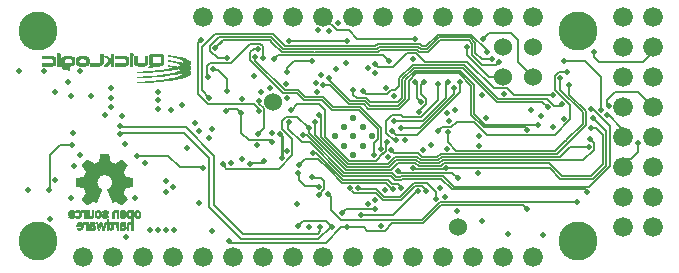
<source format=gbr>
G04 #@! TF.GenerationSoftware,KiCad,Pcbnew,5.1.4+dfsg1-1~bpo10+1*
G04 #@! TF.CreationDate,2020-01-10T16:49:25+01:00*
G04 #@! TF.ProjectId,quicklogic-quick-feather-board,71756963-6b6c-46f6-9769-632d71756963,rev?*
G04 #@! TF.SameCoordinates,Original*
G04 #@! TF.FileFunction,Copper,L4,Bot*
G04 #@! TF.FilePolarity,Positive*
%FSLAX46Y46*%
G04 Gerber Fmt 4.6, Leading zero omitted, Abs format (unit mm)*
G04 Created by KiCad (PCBNEW 5.1.4+dfsg1-1~bpo10+1) date 2020-01-10 16:49:25*
%MOMM*%
%LPD*%
G04 APERTURE LIST*
%ADD10C,0.010000*%
%ADD11C,1.676400*%
%ADD12C,1.524000*%
%ADD13C,3.302000*%
%ADD14C,0.550000*%
%ADD15C,0.500000*%
%ADD16C,0.150000*%
%ADD17C,0.250000*%
%ADD18C,0.200000*%
%ADD19C,0.254000*%
G04 APERTURE END LIST*
D10*
G36*
X136633404Y-98112569D02*
G01*
X136633160Y-98112741D01*
X136630520Y-98125662D01*
X136640209Y-98139102D01*
X136657064Y-98146650D01*
X136660667Y-98146889D01*
X136680035Y-98148954D01*
X136714781Y-98154736D01*
X136761977Y-98163614D01*
X136818693Y-98174966D01*
X136881999Y-98188171D01*
X136948968Y-98202610D01*
X137016668Y-98217659D01*
X137082171Y-98232700D01*
X137142548Y-98247109D01*
X137192243Y-98259585D01*
X137334228Y-98299013D01*
X137464422Y-98340458D01*
X137581833Y-98383460D01*
X137685468Y-98427559D01*
X137774336Y-98472297D01*
X137847444Y-98517213D01*
X137903800Y-98561849D01*
X137942412Y-98605745D01*
X137943554Y-98607450D01*
X137965542Y-98653252D01*
X137973802Y-98700572D01*
X137967675Y-98744080D01*
X137962077Y-98757290D01*
X137946625Y-98778886D01*
X137931039Y-98782992D01*
X137930455Y-98782830D01*
X137809660Y-98749493D01*
X137672708Y-98715931D01*
X137522242Y-98682668D01*
X137360906Y-98650232D01*
X137191343Y-98619146D01*
X137016196Y-98589937D01*
X136838107Y-98563130D01*
X136795000Y-98557081D01*
X136736984Y-98549136D01*
X136695007Y-98543732D01*
X136666479Y-98540759D01*
X136648811Y-98540111D01*
X136639414Y-98541678D01*
X136635699Y-98545352D01*
X136635074Y-98550387D01*
X136640957Y-98556291D01*
X136659510Y-98563624D01*
X136692085Y-98572748D01*
X136740035Y-98584029D01*
X136804711Y-98597830D01*
X136832629Y-98603542D01*
X136973733Y-98633050D01*
X137098969Y-98661237D01*
X137211168Y-98688843D01*
X137313165Y-98716611D01*
X137407790Y-98745281D01*
X137497878Y-98775596D01*
X137519370Y-98783282D01*
X137570102Y-98802480D01*
X137622240Y-98823678D01*
X137672577Y-98845410D01*
X137717907Y-98866208D01*
X137755025Y-98884605D01*
X137780724Y-98899134D01*
X137791539Y-98907844D01*
X137786440Y-98916188D01*
X137766609Y-98929928D01*
X137734874Y-98947707D01*
X137694066Y-98968166D01*
X137647012Y-98989948D01*
X137596542Y-99011695D01*
X137545484Y-99032049D01*
X137496668Y-99049652D01*
X137494745Y-99050299D01*
X137404269Y-99080635D01*
X137207819Y-99046690D01*
X137128023Y-99032972D01*
X137062023Y-99021830D01*
X137005096Y-99012526D01*
X136952518Y-99004322D01*
X136899565Y-98996480D01*
X136841514Y-98988263D01*
X136776783Y-98979361D01*
X136720912Y-98972020D01*
X136681052Y-98967627D01*
X136654638Y-98966151D01*
X136639105Y-98967561D01*
X136631886Y-98971825D01*
X136630370Y-98977576D01*
X136638478Y-98984041D01*
X136663183Y-98992546D01*
X136705056Y-99003245D01*
X136764669Y-99016289D01*
X136806759Y-99024823D01*
X136883674Y-99040444D01*
X136958218Y-99056252D01*
X137028070Y-99071696D01*
X137090908Y-99086227D01*
X137144413Y-99099295D01*
X137186261Y-99110351D01*
X137214133Y-99118844D01*
X137225486Y-99123972D01*
X137219600Y-99128717D01*
X137197224Y-99136617D01*
X137160323Y-99147178D01*
X137110865Y-99159911D01*
X137050818Y-99174324D01*
X136982147Y-99189925D01*
X136906821Y-99206223D01*
X136844236Y-99219200D01*
X136640961Y-99257988D01*
X136421082Y-99295134D01*
X136186759Y-99330362D01*
X135940153Y-99363396D01*
X135683424Y-99393960D01*
X135418734Y-99421778D01*
X135148243Y-99446573D01*
X134927629Y-99464159D01*
X134859926Y-99469035D01*
X134783892Y-99474236D01*
X134702082Y-99479612D01*
X134617051Y-99485013D01*
X134531356Y-99490287D01*
X134447551Y-99495284D01*
X134368192Y-99499852D01*
X134295834Y-99503841D01*
X134233032Y-99507101D01*
X134182343Y-99509479D01*
X134146320Y-99510827D01*
X134132703Y-99511077D01*
X134082285Y-99512530D01*
X134048674Y-99516908D01*
X134030035Y-99524628D01*
X134024518Y-99535579D01*
X134032490Y-99545718D01*
X134045685Y-99548265D01*
X134067873Y-99547681D01*
X134106170Y-99546409D01*
X134157886Y-99544556D01*
X134220334Y-99542227D01*
X134290823Y-99539527D01*
X134366664Y-99536561D01*
X134445169Y-99533435D01*
X134523648Y-99530255D01*
X134599411Y-99527125D01*
X134669771Y-99524152D01*
X134732037Y-99521441D01*
X134748888Y-99520688D01*
X134982580Y-99508959D01*
X135219845Y-99494739D01*
X135458119Y-99478262D01*
X135694838Y-99459758D01*
X135927439Y-99439461D01*
X136153358Y-99417603D01*
X136370029Y-99394417D01*
X136574890Y-99370134D01*
X136765376Y-99344988D01*
X136893777Y-99326235D01*
X136979982Y-99313018D01*
X137050831Y-99302042D01*
X137109576Y-99292769D01*
X137159468Y-99284659D01*
X137203760Y-99277173D01*
X137245703Y-99269770D01*
X137288549Y-99261912D01*
X137335550Y-99253058D01*
X137340629Y-99252093D01*
X137405500Y-99239794D01*
X137454880Y-99230804D01*
X137491769Y-99224962D01*
X137519171Y-99222110D01*
X137540086Y-99222088D01*
X137557515Y-99224738D01*
X137574460Y-99229901D01*
X137593923Y-99237418D01*
X137596711Y-99238526D01*
X137636209Y-99255103D01*
X137677881Y-99274054D01*
X137718169Y-99293572D01*
X137753512Y-99311851D01*
X137780351Y-99327083D01*
X137795124Y-99337464D01*
X137796888Y-99340110D01*
X137788916Y-99347025D01*
X137767331Y-99359807D01*
X137735631Y-99376499D01*
X137705166Y-99391433D01*
X137588936Y-99441548D01*
X137454551Y-99490039D01*
X137302611Y-99536811D01*
X137133715Y-99581769D01*
X136948461Y-99624818D01*
X136747447Y-99665862D01*
X136531272Y-99704807D01*
X136300535Y-99741556D01*
X136055835Y-99776016D01*
X135797771Y-99808091D01*
X135526940Y-99837685D01*
X135243942Y-99864703D01*
X134949375Y-99889050D01*
X134643837Y-99910631D01*
X134327929Y-99929351D01*
X134320851Y-99929730D01*
X134250622Y-99933623D01*
X134186175Y-99937449D01*
X134129999Y-99941040D01*
X134084582Y-99944229D01*
X134052414Y-99946847D01*
X134035984Y-99948726D01*
X134034704Y-99949032D01*
X134026954Y-99956939D01*
X134030738Y-99963094D01*
X134041515Y-99964477D01*
X134068816Y-99965154D01*
X134110364Y-99965188D01*
X134163884Y-99964644D01*
X134227101Y-99963584D01*
X134297738Y-99962072D01*
X134373520Y-99960172D01*
X134452170Y-99957948D01*
X134531415Y-99955463D01*
X134608977Y-99952780D01*
X134682581Y-99949963D01*
X134749952Y-99947076D01*
X134808813Y-99944182D01*
X134856889Y-99941345D01*
X134885296Y-99939225D01*
X134913043Y-99937146D01*
X134955349Y-99934362D01*
X135007981Y-99931132D01*
X135066707Y-99927717D01*
X135120481Y-99924743D01*
X135392854Y-99908268D01*
X135662724Y-99888406D01*
X135928655Y-99865355D01*
X136189206Y-99839314D01*
X136442940Y-99810481D01*
X136688417Y-99779055D01*
X136924200Y-99745235D01*
X137148850Y-99709218D01*
X137360928Y-99671204D01*
X137558995Y-99631391D01*
X137741613Y-99589977D01*
X137907343Y-99547162D01*
X137955899Y-99533394D01*
X137969858Y-99530479D01*
X137975453Y-99535559D01*
X137974913Y-99552923D01*
X137973167Y-99566607D01*
X137964188Y-99600316D01*
X137948438Y-99635040D01*
X137943420Y-99643271D01*
X137902929Y-99690344D01*
X137844271Y-99737170D01*
X137768093Y-99783565D01*
X137675045Y-99829346D01*
X137565774Y-99874327D01*
X137440927Y-99918324D01*
X137301153Y-99961153D01*
X137147099Y-100002630D01*
X136979413Y-100042570D01*
X136798744Y-100080789D01*
X136605739Y-100117102D01*
X136401045Y-100151325D01*
X136185311Y-100183274D01*
X135959185Y-100212765D01*
X135929518Y-100216353D01*
X135874140Y-100223016D01*
X135822989Y-100229212D01*
X135779978Y-100234465D01*
X135749015Y-100238297D01*
X135736648Y-100239873D01*
X135675854Y-100247259D01*
X135600018Y-100255447D01*
X135511220Y-100264278D01*
X135411540Y-100273594D01*
X135303058Y-100283237D01*
X135187855Y-100293050D01*
X135068010Y-100302875D01*
X134945604Y-100312552D01*
X134822717Y-100321926D01*
X134701429Y-100330836D01*
X134583821Y-100339126D01*
X134471971Y-100346638D01*
X134367962Y-100353213D01*
X134273872Y-100358693D01*
X134191782Y-100362921D01*
X134123772Y-100365739D01*
X134071923Y-100366988D01*
X134062259Y-100367037D01*
X134036052Y-100369353D01*
X134025222Y-100377038D01*
X134024518Y-100381148D01*
X134030268Y-100386334D01*
X134048071Y-100390213D01*
X134078755Y-100392784D01*
X134123150Y-100394045D01*
X134182083Y-100393994D01*
X134256385Y-100392630D01*
X134346884Y-100389951D01*
X134454409Y-100385955D01*
X134579789Y-100380641D01*
X134593666Y-100380023D01*
X134921430Y-100363726D01*
X135239391Y-100344651D01*
X135546873Y-100322885D01*
X135843200Y-100298519D01*
X136127699Y-100271640D01*
X136399692Y-100242339D01*
X136658506Y-100210705D01*
X136903464Y-100176826D01*
X137133891Y-100140792D01*
X137349111Y-100102692D01*
X137548450Y-100062616D01*
X137731232Y-100020651D01*
X137896781Y-99976888D01*
X138044423Y-99931416D01*
X138077404Y-99920158D01*
X138157332Y-99891492D01*
X138222919Y-99865933D01*
X138278003Y-99841728D01*
X138326418Y-99817121D01*
X138372001Y-99790359D01*
X138398196Y-99773461D01*
X138461426Y-99725254D01*
X138505927Y-99676956D01*
X138531678Y-99628611D01*
X138538660Y-99580258D01*
X138526850Y-99531940D01*
X138522689Y-99523173D01*
X138501063Y-99491380D01*
X138468742Y-99455993D01*
X138431477Y-99422552D01*
X138395022Y-99396599D01*
X138386122Y-99391625D01*
X138370081Y-99380362D01*
X138366670Y-99371389D01*
X138367308Y-99370684D01*
X138378741Y-99361904D01*
X138400604Y-99345830D01*
X138425946Y-99327533D01*
X138473173Y-99287652D01*
X138509354Y-99244665D01*
X138531637Y-99202243D01*
X138536084Y-99185910D01*
X138535270Y-99140712D01*
X138530661Y-99128559D01*
X137975629Y-99128559D01*
X137972947Y-99151024D01*
X137966366Y-99176424D01*
X137958082Y-99198098D01*
X137950292Y-99209383D01*
X137948839Y-99209809D01*
X137937622Y-99207399D01*
X137912683Y-99201039D01*
X137878411Y-99191865D01*
X137859093Y-99186563D01*
X137812180Y-99173084D01*
X137782869Y-99163388D01*
X137770404Y-99157140D01*
X137774028Y-99154007D01*
X137784255Y-99153482D01*
X137801549Y-99150866D01*
X137831331Y-99143899D01*
X137868149Y-99133897D01*
X137881555Y-99129963D01*
X137923544Y-99117503D01*
X137950709Y-99110306D01*
X137966278Y-99108324D01*
X137973475Y-99111510D01*
X137975527Y-99119815D01*
X137975629Y-99128559D01*
X138530661Y-99128559D01*
X138517351Y-99093467D01*
X138483593Y-99046189D01*
X138435260Y-99000891D01*
X138406755Y-98980106D01*
X138362540Y-98950330D01*
X138423566Y-98905162D01*
X138479696Y-98856663D01*
X138517142Y-98808209D01*
X138536035Y-98759886D01*
X138536504Y-98711781D01*
X138518680Y-98663981D01*
X138482694Y-98616574D01*
X138428677Y-98569646D01*
X138356758Y-98523286D01*
X138267068Y-98477579D01*
X138159738Y-98432613D01*
X138034898Y-98388475D01*
X137892679Y-98345253D01*
X137733212Y-98303033D01*
X137556626Y-98261902D01*
X137415888Y-98232395D01*
X137357142Y-98221034D01*
X137289973Y-98208779D01*
X137216613Y-98195972D01*
X137139293Y-98182954D01*
X137060246Y-98170066D01*
X136981701Y-98157649D01*
X136905890Y-98146044D01*
X136835045Y-98135592D01*
X136771397Y-98126634D01*
X136717178Y-98119512D01*
X136674619Y-98114566D01*
X136645950Y-98112138D01*
X136633404Y-98112569D01*
X136633404Y-98112569D01*
G37*
X136633404Y-98112569D02*
X136633160Y-98112741D01*
X136630520Y-98125662D01*
X136640209Y-98139102D01*
X136657064Y-98146650D01*
X136660667Y-98146889D01*
X136680035Y-98148954D01*
X136714781Y-98154736D01*
X136761977Y-98163614D01*
X136818693Y-98174966D01*
X136881999Y-98188171D01*
X136948968Y-98202610D01*
X137016668Y-98217659D01*
X137082171Y-98232700D01*
X137142548Y-98247109D01*
X137192243Y-98259585D01*
X137334228Y-98299013D01*
X137464422Y-98340458D01*
X137581833Y-98383460D01*
X137685468Y-98427559D01*
X137774336Y-98472297D01*
X137847444Y-98517213D01*
X137903800Y-98561849D01*
X137942412Y-98605745D01*
X137943554Y-98607450D01*
X137965542Y-98653252D01*
X137973802Y-98700572D01*
X137967675Y-98744080D01*
X137962077Y-98757290D01*
X137946625Y-98778886D01*
X137931039Y-98782992D01*
X137930455Y-98782830D01*
X137809660Y-98749493D01*
X137672708Y-98715931D01*
X137522242Y-98682668D01*
X137360906Y-98650232D01*
X137191343Y-98619146D01*
X137016196Y-98589937D01*
X136838107Y-98563130D01*
X136795000Y-98557081D01*
X136736984Y-98549136D01*
X136695007Y-98543732D01*
X136666479Y-98540759D01*
X136648811Y-98540111D01*
X136639414Y-98541678D01*
X136635699Y-98545352D01*
X136635074Y-98550387D01*
X136640957Y-98556291D01*
X136659510Y-98563624D01*
X136692085Y-98572748D01*
X136740035Y-98584029D01*
X136804711Y-98597830D01*
X136832629Y-98603542D01*
X136973733Y-98633050D01*
X137098969Y-98661237D01*
X137211168Y-98688843D01*
X137313165Y-98716611D01*
X137407790Y-98745281D01*
X137497878Y-98775596D01*
X137519370Y-98783282D01*
X137570102Y-98802480D01*
X137622240Y-98823678D01*
X137672577Y-98845410D01*
X137717907Y-98866208D01*
X137755025Y-98884605D01*
X137780724Y-98899134D01*
X137791539Y-98907844D01*
X137786440Y-98916188D01*
X137766609Y-98929928D01*
X137734874Y-98947707D01*
X137694066Y-98968166D01*
X137647012Y-98989948D01*
X137596542Y-99011695D01*
X137545484Y-99032049D01*
X137496668Y-99049652D01*
X137494745Y-99050299D01*
X137404269Y-99080635D01*
X137207819Y-99046690D01*
X137128023Y-99032972D01*
X137062023Y-99021830D01*
X137005096Y-99012526D01*
X136952518Y-99004322D01*
X136899565Y-98996480D01*
X136841514Y-98988263D01*
X136776783Y-98979361D01*
X136720912Y-98972020D01*
X136681052Y-98967627D01*
X136654638Y-98966151D01*
X136639105Y-98967561D01*
X136631886Y-98971825D01*
X136630370Y-98977576D01*
X136638478Y-98984041D01*
X136663183Y-98992546D01*
X136705056Y-99003245D01*
X136764669Y-99016289D01*
X136806759Y-99024823D01*
X136883674Y-99040444D01*
X136958218Y-99056252D01*
X137028070Y-99071696D01*
X137090908Y-99086227D01*
X137144413Y-99099295D01*
X137186261Y-99110351D01*
X137214133Y-99118844D01*
X137225486Y-99123972D01*
X137219600Y-99128717D01*
X137197224Y-99136617D01*
X137160323Y-99147178D01*
X137110865Y-99159911D01*
X137050818Y-99174324D01*
X136982147Y-99189925D01*
X136906821Y-99206223D01*
X136844236Y-99219200D01*
X136640961Y-99257988D01*
X136421082Y-99295134D01*
X136186759Y-99330362D01*
X135940153Y-99363396D01*
X135683424Y-99393960D01*
X135418734Y-99421778D01*
X135148243Y-99446573D01*
X134927629Y-99464159D01*
X134859926Y-99469035D01*
X134783892Y-99474236D01*
X134702082Y-99479612D01*
X134617051Y-99485013D01*
X134531356Y-99490287D01*
X134447551Y-99495284D01*
X134368192Y-99499852D01*
X134295834Y-99503841D01*
X134233032Y-99507101D01*
X134182343Y-99509479D01*
X134146320Y-99510827D01*
X134132703Y-99511077D01*
X134082285Y-99512530D01*
X134048674Y-99516908D01*
X134030035Y-99524628D01*
X134024518Y-99535579D01*
X134032490Y-99545718D01*
X134045685Y-99548265D01*
X134067873Y-99547681D01*
X134106170Y-99546409D01*
X134157886Y-99544556D01*
X134220334Y-99542227D01*
X134290823Y-99539527D01*
X134366664Y-99536561D01*
X134445169Y-99533435D01*
X134523648Y-99530255D01*
X134599411Y-99527125D01*
X134669771Y-99524152D01*
X134732037Y-99521441D01*
X134748888Y-99520688D01*
X134982580Y-99508959D01*
X135219845Y-99494739D01*
X135458119Y-99478262D01*
X135694838Y-99459758D01*
X135927439Y-99439461D01*
X136153358Y-99417603D01*
X136370029Y-99394417D01*
X136574890Y-99370134D01*
X136765376Y-99344988D01*
X136893777Y-99326235D01*
X136979982Y-99313018D01*
X137050831Y-99302042D01*
X137109576Y-99292769D01*
X137159468Y-99284659D01*
X137203760Y-99277173D01*
X137245703Y-99269770D01*
X137288549Y-99261912D01*
X137335550Y-99253058D01*
X137340629Y-99252093D01*
X137405500Y-99239794D01*
X137454880Y-99230804D01*
X137491769Y-99224962D01*
X137519171Y-99222110D01*
X137540086Y-99222088D01*
X137557515Y-99224738D01*
X137574460Y-99229901D01*
X137593923Y-99237418D01*
X137596711Y-99238526D01*
X137636209Y-99255103D01*
X137677881Y-99274054D01*
X137718169Y-99293572D01*
X137753512Y-99311851D01*
X137780351Y-99327083D01*
X137795124Y-99337464D01*
X137796888Y-99340110D01*
X137788916Y-99347025D01*
X137767331Y-99359807D01*
X137735631Y-99376499D01*
X137705166Y-99391433D01*
X137588936Y-99441548D01*
X137454551Y-99490039D01*
X137302611Y-99536811D01*
X137133715Y-99581769D01*
X136948461Y-99624818D01*
X136747447Y-99665862D01*
X136531272Y-99704807D01*
X136300535Y-99741556D01*
X136055835Y-99776016D01*
X135797771Y-99808091D01*
X135526940Y-99837685D01*
X135243942Y-99864703D01*
X134949375Y-99889050D01*
X134643837Y-99910631D01*
X134327929Y-99929351D01*
X134320851Y-99929730D01*
X134250622Y-99933623D01*
X134186175Y-99937449D01*
X134129999Y-99941040D01*
X134084582Y-99944229D01*
X134052414Y-99946847D01*
X134035984Y-99948726D01*
X134034704Y-99949032D01*
X134026954Y-99956939D01*
X134030738Y-99963094D01*
X134041515Y-99964477D01*
X134068816Y-99965154D01*
X134110364Y-99965188D01*
X134163884Y-99964644D01*
X134227101Y-99963584D01*
X134297738Y-99962072D01*
X134373520Y-99960172D01*
X134452170Y-99957948D01*
X134531415Y-99955463D01*
X134608977Y-99952780D01*
X134682581Y-99949963D01*
X134749952Y-99947076D01*
X134808813Y-99944182D01*
X134856889Y-99941345D01*
X134885296Y-99939225D01*
X134913043Y-99937146D01*
X134955349Y-99934362D01*
X135007981Y-99931132D01*
X135066707Y-99927717D01*
X135120481Y-99924743D01*
X135392854Y-99908268D01*
X135662724Y-99888406D01*
X135928655Y-99865355D01*
X136189206Y-99839314D01*
X136442940Y-99810481D01*
X136688417Y-99779055D01*
X136924200Y-99745235D01*
X137148850Y-99709218D01*
X137360928Y-99671204D01*
X137558995Y-99631391D01*
X137741613Y-99589977D01*
X137907343Y-99547162D01*
X137955899Y-99533394D01*
X137969858Y-99530479D01*
X137975453Y-99535559D01*
X137974913Y-99552923D01*
X137973167Y-99566607D01*
X137964188Y-99600316D01*
X137948438Y-99635040D01*
X137943420Y-99643271D01*
X137902929Y-99690344D01*
X137844271Y-99737170D01*
X137768093Y-99783565D01*
X137675045Y-99829346D01*
X137565774Y-99874327D01*
X137440927Y-99918324D01*
X137301153Y-99961153D01*
X137147099Y-100002630D01*
X136979413Y-100042570D01*
X136798744Y-100080789D01*
X136605739Y-100117102D01*
X136401045Y-100151325D01*
X136185311Y-100183274D01*
X135959185Y-100212765D01*
X135929518Y-100216353D01*
X135874140Y-100223016D01*
X135822989Y-100229212D01*
X135779978Y-100234465D01*
X135749015Y-100238297D01*
X135736648Y-100239873D01*
X135675854Y-100247259D01*
X135600018Y-100255447D01*
X135511220Y-100264278D01*
X135411540Y-100273594D01*
X135303058Y-100283237D01*
X135187855Y-100293050D01*
X135068010Y-100302875D01*
X134945604Y-100312552D01*
X134822717Y-100321926D01*
X134701429Y-100330836D01*
X134583821Y-100339126D01*
X134471971Y-100346638D01*
X134367962Y-100353213D01*
X134273872Y-100358693D01*
X134191782Y-100362921D01*
X134123772Y-100365739D01*
X134071923Y-100366988D01*
X134062259Y-100367037D01*
X134036052Y-100369353D01*
X134025222Y-100377038D01*
X134024518Y-100381148D01*
X134030268Y-100386334D01*
X134048071Y-100390213D01*
X134078755Y-100392784D01*
X134123150Y-100394045D01*
X134182083Y-100393994D01*
X134256385Y-100392630D01*
X134346884Y-100389951D01*
X134454409Y-100385955D01*
X134579789Y-100380641D01*
X134593666Y-100380023D01*
X134921430Y-100363726D01*
X135239391Y-100344651D01*
X135546873Y-100322885D01*
X135843200Y-100298519D01*
X136127699Y-100271640D01*
X136399692Y-100242339D01*
X136658506Y-100210705D01*
X136903464Y-100176826D01*
X137133891Y-100140792D01*
X137349111Y-100102692D01*
X137548450Y-100062616D01*
X137731232Y-100020651D01*
X137896781Y-99976888D01*
X138044423Y-99931416D01*
X138077404Y-99920158D01*
X138157332Y-99891492D01*
X138222919Y-99865933D01*
X138278003Y-99841728D01*
X138326418Y-99817121D01*
X138372001Y-99790359D01*
X138398196Y-99773461D01*
X138461426Y-99725254D01*
X138505927Y-99676956D01*
X138531678Y-99628611D01*
X138538660Y-99580258D01*
X138526850Y-99531940D01*
X138522689Y-99523173D01*
X138501063Y-99491380D01*
X138468742Y-99455993D01*
X138431477Y-99422552D01*
X138395022Y-99396599D01*
X138386122Y-99391625D01*
X138370081Y-99380362D01*
X138366670Y-99371389D01*
X138367308Y-99370684D01*
X138378741Y-99361904D01*
X138400604Y-99345830D01*
X138425946Y-99327533D01*
X138473173Y-99287652D01*
X138509354Y-99244665D01*
X138531637Y-99202243D01*
X138536084Y-99185910D01*
X138535270Y-99140712D01*
X138530661Y-99128559D01*
X137975629Y-99128559D01*
X137972947Y-99151024D01*
X137966366Y-99176424D01*
X137958082Y-99198098D01*
X137950292Y-99209383D01*
X137948839Y-99209809D01*
X137937622Y-99207399D01*
X137912683Y-99201039D01*
X137878411Y-99191865D01*
X137859093Y-99186563D01*
X137812180Y-99173084D01*
X137782869Y-99163388D01*
X137770404Y-99157140D01*
X137774028Y-99154007D01*
X137784255Y-99153482D01*
X137801549Y-99150866D01*
X137831331Y-99143899D01*
X137868149Y-99133897D01*
X137881555Y-99129963D01*
X137923544Y-99117503D01*
X137950709Y-99110306D01*
X137966278Y-99108324D01*
X137973475Y-99111510D01*
X137975527Y-99119815D01*
X137975629Y-99128559D01*
X138530661Y-99128559D01*
X138517351Y-99093467D01*
X138483593Y-99046189D01*
X138435260Y-99000891D01*
X138406755Y-98980106D01*
X138362540Y-98950330D01*
X138423566Y-98905162D01*
X138479696Y-98856663D01*
X138517142Y-98808209D01*
X138536035Y-98759886D01*
X138536504Y-98711781D01*
X138518680Y-98663981D01*
X138482694Y-98616574D01*
X138428677Y-98569646D01*
X138356758Y-98523286D01*
X138267068Y-98477579D01*
X138159738Y-98432613D01*
X138034898Y-98388475D01*
X137892679Y-98345253D01*
X137733212Y-98303033D01*
X137556626Y-98261902D01*
X137415888Y-98232395D01*
X137357142Y-98221034D01*
X137289973Y-98208779D01*
X137216613Y-98195972D01*
X137139293Y-98182954D01*
X137060246Y-98170066D01*
X136981701Y-98157649D01*
X136905890Y-98146044D01*
X136835045Y-98135592D01*
X136771397Y-98126634D01*
X136717178Y-98119512D01*
X136674619Y-98114566D01*
X136645950Y-98112138D01*
X136633404Y-98112569D01*
G36*
X133482301Y-97928423D02*
G01*
X133466827Y-97933924D01*
X133427803Y-97958321D01*
X133404407Y-97992539D01*
X133397322Y-98018540D01*
X133399573Y-98056241D01*
X133417052Y-98088720D01*
X133446503Y-98114264D01*
X133484669Y-98131158D01*
X133528293Y-98137688D01*
X133574119Y-98132142D01*
X133597626Y-98123964D01*
X133623190Y-98108261D01*
X133642311Y-98089313D01*
X133654153Y-98059200D01*
X133656899Y-98021752D01*
X133650551Y-97986102D01*
X133642289Y-97969248D01*
X133613592Y-97943390D01*
X133573677Y-97927225D01*
X133528071Y-97921865D01*
X133482301Y-97928423D01*
X133482301Y-97928423D01*
G37*
X133482301Y-97928423D02*
X133466827Y-97933924D01*
X133427803Y-97958321D01*
X133404407Y-97992539D01*
X133397322Y-98018540D01*
X133399573Y-98056241D01*
X133417052Y-98088720D01*
X133446503Y-98114264D01*
X133484669Y-98131158D01*
X133528293Y-98137688D01*
X133574119Y-98132142D01*
X133597626Y-98123964D01*
X133623190Y-98108261D01*
X133642311Y-98089313D01*
X133654153Y-98059200D01*
X133656899Y-98021752D01*
X133650551Y-97986102D01*
X133642289Y-97969248D01*
X133613592Y-97943390D01*
X133573677Y-97927225D01*
X133528071Y-97921865D01*
X133482301Y-97928423D01*
G36*
X134683037Y-98474690D02*
G01*
X134682956Y-98555345D01*
X134682638Y-98619262D01*
X134681967Y-98668516D01*
X134680827Y-98705185D01*
X134679103Y-98731345D01*
X134676678Y-98749071D01*
X134673438Y-98760440D01*
X134669266Y-98767528D01*
X134666574Y-98770317D01*
X134651845Y-98780854D01*
X134632242Y-98789168D01*
X134605712Y-98795455D01*
X134570204Y-98799912D01*
X134523664Y-98802736D01*
X134464042Y-98804123D01*
X134389283Y-98804271D01*
X134318892Y-98803649D01*
X134244189Y-98802682D01*
X134185935Y-98801655D01*
X134141768Y-98800370D01*
X134109324Y-98798629D01*
X134086237Y-98796235D01*
X134070145Y-98792991D01*
X134058684Y-98788698D01*
X134049489Y-98783160D01*
X134046351Y-98780878D01*
X134019814Y-98761053D01*
X134017325Y-98477490D01*
X134014835Y-98193926D01*
X133798740Y-98193926D01*
X133798947Y-98502019D01*
X133799085Y-98587437D01*
X133799446Y-98656177D01*
X133800136Y-98710378D01*
X133801265Y-98752176D01*
X133802939Y-98783709D01*
X133805267Y-98807113D01*
X133808356Y-98824527D01*
X133812315Y-98838086D01*
X133816423Y-98848130D01*
X133844057Y-98892395D01*
X133883566Y-98927915D01*
X133936529Y-98955538D01*
X134004522Y-98976111D01*
X134078695Y-98989146D01*
X134129970Y-98994202D01*
X134194930Y-98997947D01*
X134268774Y-99000351D01*
X134346701Y-99001381D01*
X134423911Y-99001009D01*
X134495604Y-98999201D01*
X134556981Y-98995929D01*
X134593666Y-98992456D01*
X134682583Y-98975950D01*
X134757274Y-98950359D01*
X134816918Y-98916123D01*
X134860693Y-98873679D01*
X134881663Y-98838858D01*
X134886493Y-98826780D01*
X134890343Y-98812686D01*
X134893326Y-98794417D01*
X134895552Y-98769813D01*
X134897133Y-98736716D01*
X134898178Y-98692967D01*
X134898799Y-98636405D01*
X134899107Y-98564872D01*
X134899200Y-98497315D01*
X134899407Y-98193926D01*
X134683037Y-98193926D01*
X134683037Y-98474690D01*
X134683037Y-98474690D01*
G37*
X134683037Y-98474690D02*
X134682956Y-98555345D01*
X134682638Y-98619262D01*
X134681967Y-98668516D01*
X134680827Y-98705185D01*
X134679103Y-98731345D01*
X134676678Y-98749071D01*
X134673438Y-98760440D01*
X134669266Y-98767528D01*
X134666574Y-98770317D01*
X134651845Y-98780854D01*
X134632242Y-98789168D01*
X134605712Y-98795455D01*
X134570204Y-98799912D01*
X134523664Y-98802736D01*
X134464042Y-98804123D01*
X134389283Y-98804271D01*
X134318892Y-98803649D01*
X134244189Y-98802682D01*
X134185935Y-98801655D01*
X134141768Y-98800370D01*
X134109324Y-98798629D01*
X134086237Y-98796235D01*
X134070145Y-98792991D01*
X134058684Y-98788698D01*
X134049489Y-98783160D01*
X134046351Y-98780878D01*
X134019814Y-98761053D01*
X134017325Y-98477490D01*
X134014835Y-98193926D01*
X133798740Y-98193926D01*
X133798947Y-98502019D01*
X133799085Y-98587437D01*
X133799446Y-98656177D01*
X133800136Y-98710378D01*
X133801265Y-98752176D01*
X133802939Y-98783709D01*
X133805267Y-98807113D01*
X133808356Y-98824527D01*
X133812315Y-98838086D01*
X133816423Y-98848130D01*
X133844057Y-98892395D01*
X133883566Y-98927915D01*
X133936529Y-98955538D01*
X134004522Y-98976111D01*
X134078695Y-98989146D01*
X134129970Y-98994202D01*
X134194930Y-98997947D01*
X134268774Y-99000351D01*
X134346701Y-99001381D01*
X134423911Y-99001009D01*
X134495604Y-98999201D01*
X134556981Y-98995929D01*
X134593666Y-98992456D01*
X134682583Y-98975950D01*
X134757274Y-98950359D01*
X134816918Y-98916123D01*
X134860693Y-98873679D01*
X134881663Y-98838858D01*
X134886493Y-98826780D01*
X134890343Y-98812686D01*
X134893326Y-98794417D01*
X134895552Y-98769813D01*
X134897133Y-98736716D01*
X134898178Y-98692967D01*
X134898799Y-98636405D01*
X134899107Y-98564872D01*
X134899200Y-98497315D01*
X134899407Y-98193926D01*
X134683037Y-98193926D01*
X134683037Y-98474690D01*
G36*
X132161851Y-98382074D02*
G01*
X132564018Y-98382299D01*
X132650642Y-98382542D01*
X132732579Y-98383146D01*
X132807663Y-98384066D01*
X132873726Y-98385261D01*
X132928602Y-98386686D01*
X132970123Y-98388299D01*
X132996122Y-98390057D01*
X133002786Y-98391014D01*
X133025499Y-98396856D01*
X133042383Y-98404116D01*
X133054302Y-98415426D01*
X133062121Y-98433417D01*
X133066703Y-98460724D01*
X133068912Y-98499977D01*
X133069612Y-98553810D01*
X133069666Y-98594835D01*
X133069554Y-98657453D01*
X133068582Y-98703987D01*
X133065800Y-98737167D01*
X133060256Y-98759722D01*
X133050999Y-98774384D01*
X133037076Y-98783882D01*
X133017536Y-98790947D01*
X132999545Y-98796035D01*
X132982278Y-98798203D01*
X132947941Y-98800154D01*
X132898278Y-98801851D01*
X132835033Y-98803255D01*
X132759950Y-98804331D01*
X132674772Y-98805040D01*
X132581245Y-98805346D01*
X132564018Y-98805355D01*
X132161851Y-98805407D01*
X132161851Y-99002963D01*
X132545203Y-99001553D01*
X132629407Y-99001163D01*
X132708597Y-99000642D01*
X132780602Y-99000016D01*
X132843251Y-98999310D01*
X132894372Y-98998551D01*
X132931794Y-98997763D01*
X132953346Y-98996972D01*
X132956777Y-98996695D01*
X133040104Y-98984304D01*
X133107190Y-98968887D01*
X133160521Y-98949246D01*
X133202582Y-98924182D01*
X133235858Y-98892499D01*
X133262836Y-98852996D01*
X133265732Y-98847741D01*
X133272330Y-98834476D01*
X133277324Y-98820568D01*
X133280935Y-98803289D01*
X133283386Y-98779909D01*
X133284899Y-98747701D01*
X133285696Y-98703935D01*
X133285999Y-98645883D01*
X133286037Y-98598444D01*
X133285952Y-98529652D01*
X133285537Y-98476868D01*
X133284552Y-98437288D01*
X133282754Y-98408107D01*
X133279904Y-98386518D01*
X133275761Y-98369718D01*
X133270083Y-98354900D01*
X133264025Y-98342081D01*
X133233092Y-98294961D01*
X133190503Y-98257890D01*
X133133408Y-98228579D01*
X133113458Y-98221108D01*
X133098524Y-98216027D01*
X133084111Y-98211783D01*
X133068410Y-98208287D01*
X133049613Y-98205450D01*
X133025910Y-98203180D01*
X132995493Y-98201388D01*
X132956554Y-98199984D01*
X132907283Y-98198878D01*
X132845873Y-98197981D01*
X132770514Y-98197202D01*
X132679399Y-98196452D01*
X132606351Y-98195904D01*
X132161851Y-98192616D01*
X132161851Y-98382074D01*
X132161851Y-98382074D01*
G37*
X132161851Y-98382074D02*
X132564018Y-98382299D01*
X132650642Y-98382542D01*
X132732579Y-98383146D01*
X132807663Y-98384066D01*
X132873726Y-98385261D01*
X132928602Y-98386686D01*
X132970123Y-98388299D01*
X132996122Y-98390057D01*
X133002786Y-98391014D01*
X133025499Y-98396856D01*
X133042383Y-98404116D01*
X133054302Y-98415426D01*
X133062121Y-98433417D01*
X133066703Y-98460724D01*
X133068912Y-98499977D01*
X133069612Y-98553810D01*
X133069666Y-98594835D01*
X133069554Y-98657453D01*
X133068582Y-98703987D01*
X133065800Y-98737167D01*
X133060256Y-98759722D01*
X133050999Y-98774384D01*
X133037076Y-98783882D01*
X133017536Y-98790947D01*
X132999545Y-98796035D01*
X132982278Y-98798203D01*
X132947941Y-98800154D01*
X132898278Y-98801851D01*
X132835033Y-98803255D01*
X132759950Y-98804331D01*
X132674772Y-98805040D01*
X132581245Y-98805346D01*
X132564018Y-98805355D01*
X132161851Y-98805407D01*
X132161851Y-99002963D01*
X132545203Y-99001553D01*
X132629407Y-99001163D01*
X132708597Y-99000642D01*
X132780602Y-99000016D01*
X132843251Y-98999310D01*
X132894372Y-98998551D01*
X132931794Y-98997763D01*
X132953346Y-98996972D01*
X132956777Y-98996695D01*
X133040104Y-98984304D01*
X133107190Y-98968887D01*
X133160521Y-98949246D01*
X133202582Y-98924182D01*
X133235858Y-98892499D01*
X133262836Y-98852996D01*
X133265732Y-98847741D01*
X133272330Y-98834476D01*
X133277324Y-98820568D01*
X133280935Y-98803289D01*
X133283386Y-98779909D01*
X133284899Y-98747701D01*
X133285696Y-98703935D01*
X133285999Y-98645883D01*
X133286037Y-98598444D01*
X133285952Y-98529652D01*
X133285537Y-98476868D01*
X133284552Y-98437288D01*
X133282754Y-98408107D01*
X133279904Y-98386518D01*
X133275761Y-98369718D01*
X133270083Y-98354900D01*
X133264025Y-98342081D01*
X133233092Y-98294961D01*
X133190503Y-98257890D01*
X133133408Y-98228579D01*
X133113458Y-98221108D01*
X133098524Y-98216027D01*
X133084111Y-98211783D01*
X133068410Y-98208287D01*
X133049613Y-98205450D01*
X133025910Y-98203180D01*
X132995493Y-98201388D01*
X132956554Y-98199984D01*
X132907283Y-98198878D01*
X132845873Y-98197981D01*
X132770514Y-98197202D01*
X132679399Y-98196452D01*
X132606351Y-98195904D01*
X132161851Y-98192616D01*
X132161851Y-98382074D01*
G36*
X135581444Y-97990001D02*
G01*
X135480249Y-97992506D01*
X135395774Y-97996253D01*
X135325940Y-98001683D01*
X135268669Y-98009236D01*
X135221883Y-98019352D01*
X135183503Y-98032473D01*
X135151451Y-98049038D01*
X135123649Y-98069487D01*
X135100169Y-98091972D01*
X135084411Y-98109253D01*
X135071703Y-98125805D01*
X135061716Y-98143809D01*
X135054124Y-98165447D01*
X135048599Y-98192902D01*
X135044813Y-98228355D01*
X135042439Y-98273989D01*
X135041151Y-98331985D01*
X135040619Y-98404526D01*
X135040518Y-98489561D01*
X135040518Y-98782898D01*
X135065307Y-98832644D01*
X135089575Y-98871072D01*
X135118825Y-98902671D01*
X135126534Y-98908784D01*
X135162970Y-98935179D01*
X134960686Y-99125259D01*
X135115843Y-99125069D01*
X135271000Y-99124878D01*
X135341555Y-99059627D01*
X135412111Y-98994375D01*
X135652000Y-98993899D01*
X135766712Y-98992591D01*
X135864490Y-98988908D01*
X135947106Y-98982475D01*
X136016334Y-98972916D01*
X136073948Y-98959855D01*
X136121721Y-98942918D01*
X136161426Y-98921728D01*
X136194837Y-98895910D01*
X136215743Y-98874527D01*
X136231180Y-98856105D01*
X136243621Y-98838087D01*
X136253364Y-98818288D01*
X136260703Y-98794524D01*
X136265935Y-98764613D01*
X136269357Y-98726369D01*
X136271265Y-98677608D01*
X136271956Y-98616148D01*
X136271725Y-98539803D01*
X136271275Y-98488828D01*
X136047111Y-98488828D01*
X136046856Y-98570087D01*
X136046042Y-98634172D01*
X136044595Y-98682718D01*
X136042441Y-98717361D01*
X136039507Y-98739733D01*
X136035719Y-98751471D01*
X136035227Y-98752211D01*
X136025255Y-98763616D01*
X136012430Y-98772850D01*
X135994845Y-98780116D01*
X135970589Y-98785618D01*
X135937753Y-98789558D01*
X135894429Y-98792141D01*
X135838705Y-98793570D01*
X135768674Y-98794048D01*
X135682426Y-98793778D01*
X135647296Y-98793539D01*
X135563416Y-98792846D01*
X135496177Y-98792061D01*
X135443408Y-98791049D01*
X135402934Y-98789675D01*
X135372584Y-98787804D01*
X135350185Y-98785301D01*
X135333563Y-98782030D01*
X135320546Y-98777857D01*
X135308960Y-98772647D01*
X135308629Y-98772482D01*
X135271000Y-98753667D01*
X135268498Y-98498115D01*
X135265996Y-98242564D01*
X135290046Y-98223646D01*
X135306762Y-98212787D01*
X135327773Y-98204058D01*
X135355130Y-98197247D01*
X135390880Y-98192142D01*
X135437070Y-98188529D01*
X135495749Y-98186196D01*
X135568965Y-98184931D01*
X135658766Y-98184521D01*
X135667112Y-98184519D01*
X135756011Y-98184825D01*
X135828160Y-98185894D01*
X135885616Y-98187947D01*
X135930437Y-98191205D01*
X135964678Y-98195892D01*
X135990397Y-98202229D01*
X136009652Y-98210438D01*
X136024499Y-98220742D01*
X136027508Y-98223433D01*
X136033426Y-98229662D01*
X136038016Y-98237502D01*
X136041446Y-98249232D01*
X136043885Y-98267134D01*
X136045501Y-98293488D01*
X136046463Y-98330575D01*
X136046939Y-98380677D01*
X136047098Y-98446073D01*
X136047111Y-98488828D01*
X136271275Y-98488828D01*
X136271079Y-98466741D01*
X136270208Y-98385473D01*
X136269308Y-98320769D01*
X136268212Y-98270378D01*
X136266756Y-98232051D01*
X136264773Y-98203536D01*
X136262100Y-98182583D01*
X136258570Y-98166941D01*
X136254019Y-98154360D01*
X136248280Y-98142591D01*
X136247105Y-98140378D01*
X136223651Y-98104886D01*
X136193316Y-98074768D01*
X136154753Y-98049722D01*
X136106615Y-98029443D01*
X136047557Y-98013626D01*
X135976231Y-98001968D01*
X135891290Y-97994164D01*
X135791388Y-97989911D01*
X135675178Y-97988903D01*
X135581444Y-97990001D01*
X135581444Y-97990001D01*
G37*
X135581444Y-97990001D02*
X135480249Y-97992506D01*
X135395774Y-97996253D01*
X135325940Y-98001683D01*
X135268669Y-98009236D01*
X135221883Y-98019352D01*
X135183503Y-98032473D01*
X135151451Y-98049038D01*
X135123649Y-98069487D01*
X135100169Y-98091972D01*
X135084411Y-98109253D01*
X135071703Y-98125805D01*
X135061716Y-98143809D01*
X135054124Y-98165447D01*
X135048599Y-98192902D01*
X135044813Y-98228355D01*
X135042439Y-98273989D01*
X135041151Y-98331985D01*
X135040619Y-98404526D01*
X135040518Y-98489561D01*
X135040518Y-98782898D01*
X135065307Y-98832644D01*
X135089575Y-98871072D01*
X135118825Y-98902671D01*
X135126534Y-98908784D01*
X135162970Y-98935179D01*
X134960686Y-99125259D01*
X135115843Y-99125069D01*
X135271000Y-99124878D01*
X135341555Y-99059627D01*
X135412111Y-98994375D01*
X135652000Y-98993899D01*
X135766712Y-98992591D01*
X135864490Y-98988908D01*
X135947106Y-98982475D01*
X136016334Y-98972916D01*
X136073948Y-98959855D01*
X136121721Y-98942918D01*
X136161426Y-98921728D01*
X136194837Y-98895910D01*
X136215743Y-98874527D01*
X136231180Y-98856105D01*
X136243621Y-98838087D01*
X136253364Y-98818288D01*
X136260703Y-98794524D01*
X136265935Y-98764613D01*
X136269357Y-98726369D01*
X136271265Y-98677608D01*
X136271956Y-98616148D01*
X136271725Y-98539803D01*
X136271275Y-98488828D01*
X136047111Y-98488828D01*
X136046856Y-98570087D01*
X136046042Y-98634172D01*
X136044595Y-98682718D01*
X136042441Y-98717361D01*
X136039507Y-98739733D01*
X136035719Y-98751471D01*
X136035227Y-98752211D01*
X136025255Y-98763616D01*
X136012430Y-98772850D01*
X135994845Y-98780116D01*
X135970589Y-98785618D01*
X135937753Y-98789558D01*
X135894429Y-98792141D01*
X135838705Y-98793570D01*
X135768674Y-98794048D01*
X135682426Y-98793778D01*
X135647296Y-98793539D01*
X135563416Y-98792846D01*
X135496177Y-98792061D01*
X135443408Y-98791049D01*
X135402934Y-98789675D01*
X135372584Y-98787804D01*
X135350185Y-98785301D01*
X135333563Y-98782030D01*
X135320546Y-98777857D01*
X135308960Y-98772647D01*
X135308629Y-98772482D01*
X135271000Y-98753667D01*
X135268498Y-98498115D01*
X135265996Y-98242564D01*
X135290046Y-98223646D01*
X135306762Y-98212787D01*
X135327773Y-98204058D01*
X135355130Y-98197247D01*
X135390880Y-98192142D01*
X135437070Y-98188529D01*
X135495749Y-98186196D01*
X135568965Y-98184931D01*
X135658766Y-98184521D01*
X135667112Y-98184519D01*
X135756011Y-98184825D01*
X135828160Y-98185894D01*
X135885616Y-98187947D01*
X135930437Y-98191205D01*
X135964678Y-98195892D01*
X135990397Y-98202229D01*
X136009652Y-98210438D01*
X136024499Y-98220742D01*
X136027508Y-98223433D01*
X136033426Y-98229662D01*
X136038016Y-98237502D01*
X136041446Y-98249232D01*
X136043885Y-98267134D01*
X136045501Y-98293488D01*
X136046463Y-98330575D01*
X136046939Y-98380677D01*
X136047098Y-98446073D01*
X136047111Y-98488828D01*
X136271275Y-98488828D01*
X136271079Y-98466741D01*
X136270208Y-98385473D01*
X136269308Y-98320769D01*
X136268212Y-98270378D01*
X136266756Y-98232051D01*
X136264773Y-98203536D01*
X136262100Y-98182583D01*
X136258570Y-98166941D01*
X136254019Y-98154360D01*
X136248280Y-98142591D01*
X136247105Y-98140378D01*
X136223651Y-98104886D01*
X136193316Y-98074768D01*
X136154753Y-98049722D01*
X136106615Y-98029443D01*
X136047557Y-98013626D01*
X135976231Y-98001968D01*
X135891290Y-97994164D01*
X135791388Y-97989911D01*
X135675178Y-97988903D01*
X135581444Y-97990001D01*
G36*
X128127643Y-98196310D02*
G01*
X128122929Y-98196421D01*
X128042593Y-98198877D01*
X127977711Y-98202310D01*
X127924926Y-98207228D01*
X127880884Y-98214140D01*
X127842230Y-98223553D01*
X127805607Y-98235975D01*
X127773407Y-98249352D01*
X127721768Y-98279967D01*
X127676098Y-98321484D01*
X127643390Y-98367072D01*
X127637806Y-98378091D01*
X127633336Y-98389455D01*
X127629860Y-98403277D01*
X127627256Y-98421672D01*
X127625403Y-98446756D01*
X127624179Y-98480643D01*
X127623464Y-98525448D01*
X127623137Y-98583285D01*
X127623076Y-98656269D01*
X127623131Y-98720741D01*
X127623458Y-98817482D01*
X127624379Y-98897618D01*
X127626155Y-98963354D01*
X127629052Y-99016898D01*
X127633333Y-99060455D01*
X127639261Y-99096231D01*
X127647100Y-99126434D01*
X127657113Y-99153269D01*
X127669565Y-99178943D01*
X127680129Y-99197848D01*
X127702095Y-99230604D01*
X127727429Y-99256899D01*
X127758411Y-99277481D01*
X127797321Y-99293097D01*
X127846435Y-99304495D01*
X127908035Y-99312422D01*
X127984398Y-99317626D01*
X128053166Y-99320203D01*
X128238963Y-99325536D01*
X128238963Y-99146283D01*
X128086092Y-99142302D01*
X128015051Y-99139692D01*
X127960435Y-99135308D01*
X127919868Y-99128065D01*
X127890972Y-99116877D01*
X127871371Y-99100657D01*
X127858688Y-99078320D01*
X127850546Y-99048780D01*
X127847826Y-99033451D01*
X127841795Y-98995731D01*
X128132101Y-98991137D01*
X128219888Y-98989557D01*
X128291066Y-98987797D01*
X128347842Y-98985727D01*
X128392422Y-98983218D01*
X128427010Y-98980142D01*
X128453815Y-98976369D01*
X128475041Y-98971770D01*
X128478263Y-98970895D01*
X128552807Y-98946116D01*
X128610379Y-98918077D01*
X128651339Y-98887240D01*
X128671847Y-98866670D01*
X128687318Y-98847564D01*
X128698526Y-98826837D01*
X128706246Y-98801405D01*
X128711251Y-98768181D01*
X128714316Y-98724081D01*
X128716216Y-98666018D01*
X128717078Y-98625272D01*
X128717470Y-98594376D01*
X128502370Y-98594376D01*
X128502203Y-98651484D01*
X128501480Y-98692798D01*
X128499862Y-98721336D01*
X128497013Y-98740117D01*
X128492598Y-98752159D01*
X128486278Y-98760482D01*
X128483561Y-98763069D01*
X128468593Y-98774309D01*
X128449745Y-98783368D01*
X128424980Y-98790474D01*
X128392261Y-98795855D01*
X128349548Y-98799738D01*
X128294805Y-98802349D01*
X128225993Y-98803916D01*
X128141075Y-98804666D01*
X128109611Y-98804772D01*
X127843851Y-98805407D01*
X127843851Y-98623115D01*
X127843859Y-98558296D01*
X127844428Y-98509610D01*
X127846372Y-98474373D01*
X127850509Y-98449904D01*
X127857655Y-98433522D01*
X127868626Y-98422546D01*
X127884239Y-98414293D01*
X127905309Y-98406082D01*
X127910515Y-98404107D01*
X127935086Y-98398419D01*
X127974923Y-98393444D01*
X128026486Y-98389270D01*
X128086237Y-98385986D01*
X128150636Y-98383683D01*
X128216146Y-98382448D01*
X128279226Y-98382370D01*
X128336338Y-98383538D01*
X128383943Y-98386042D01*
X128418502Y-98389970D01*
X128424687Y-98391185D01*
X128451267Y-98397935D01*
X128470976Y-98406405D01*
X128484840Y-98419276D01*
X128493883Y-98439227D01*
X128499131Y-98468941D01*
X128501607Y-98511097D01*
X128502337Y-98568376D01*
X128502370Y-98594376D01*
X128717470Y-98594376D01*
X128718085Y-98545925D01*
X128717347Y-98482672D01*
X128714345Y-98432831D01*
X128708561Y-98393721D01*
X128699476Y-98362663D01*
X128686574Y-98336974D01*
X128669336Y-98313973D01*
X128653725Y-98297348D01*
X128619832Y-98268317D01*
X128580599Y-98244688D01*
X128534144Y-98226103D01*
X128478585Y-98212204D01*
X128412038Y-98202633D01*
X128332621Y-98197033D01*
X128238450Y-98195044D01*
X128127643Y-98196310D01*
X128127643Y-98196310D01*
G37*
X128127643Y-98196310D02*
X128122929Y-98196421D01*
X128042593Y-98198877D01*
X127977711Y-98202310D01*
X127924926Y-98207228D01*
X127880884Y-98214140D01*
X127842230Y-98223553D01*
X127805607Y-98235975D01*
X127773407Y-98249352D01*
X127721768Y-98279967D01*
X127676098Y-98321484D01*
X127643390Y-98367072D01*
X127637806Y-98378091D01*
X127633336Y-98389455D01*
X127629860Y-98403277D01*
X127627256Y-98421672D01*
X127625403Y-98446756D01*
X127624179Y-98480643D01*
X127623464Y-98525448D01*
X127623137Y-98583285D01*
X127623076Y-98656269D01*
X127623131Y-98720741D01*
X127623458Y-98817482D01*
X127624379Y-98897618D01*
X127626155Y-98963354D01*
X127629052Y-99016898D01*
X127633333Y-99060455D01*
X127639261Y-99096231D01*
X127647100Y-99126434D01*
X127657113Y-99153269D01*
X127669565Y-99178943D01*
X127680129Y-99197848D01*
X127702095Y-99230604D01*
X127727429Y-99256899D01*
X127758411Y-99277481D01*
X127797321Y-99293097D01*
X127846435Y-99304495D01*
X127908035Y-99312422D01*
X127984398Y-99317626D01*
X128053166Y-99320203D01*
X128238963Y-99325536D01*
X128238963Y-99146283D01*
X128086092Y-99142302D01*
X128015051Y-99139692D01*
X127960435Y-99135308D01*
X127919868Y-99128065D01*
X127890972Y-99116877D01*
X127871371Y-99100657D01*
X127858688Y-99078320D01*
X127850546Y-99048780D01*
X127847826Y-99033451D01*
X127841795Y-98995731D01*
X128132101Y-98991137D01*
X128219888Y-98989557D01*
X128291066Y-98987797D01*
X128347842Y-98985727D01*
X128392422Y-98983218D01*
X128427010Y-98980142D01*
X128453815Y-98976369D01*
X128475041Y-98971770D01*
X128478263Y-98970895D01*
X128552807Y-98946116D01*
X128610379Y-98918077D01*
X128651339Y-98887240D01*
X128671847Y-98866670D01*
X128687318Y-98847564D01*
X128698526Y-98826837D01*
X128706246Y-98801405D01*
X128711251Y-98768181D01*
X128714316Y-98724081D01*
X128716216Y-98666018D01*
X128717078Y-98625272D01*
X128717470Y-98594376D01*
X128502370Y-98594376D01*
X128502203Y-98651484D01*
X128501480Y-98692798D01*
X128499862Y-98721336D01*
X128497013Y-98740117D01*
X128492598Y-98752159D01*
X128486278Y-98760482D01*
X128483561Y-98763069D01*
X128468593Y-98774309D01*
X128449745Y-98783368D01*
X128424980Y-98790474D01*
X128392261Y-98795855D01*
X128349548Y-98799738D01*
X128294805Y-98802349D01*
X128225993Y-98803916D01*
X128141075Y-98804666D01*
X128109611Y-98804772D01*
X127843851Y-98805407D01*
X127843851Y-98623115D01*
X127843859Y-98558296D01*
X127844428Y-98509610D01*
X127846372Y-98474373D01*
X127850509Y-98449904D01*
X127857655Y-98433522D01*
X127868626Y-98422546D01*
X127884239Y-98414293D01*
X127905309Y-98406082D01*
X127910515Y-98404107D01*
X127935086Y-98398419D01*
X127974923Y-98393444D01*
X128026486Y-98389270D01*
X128086237Y-98385986D01*
X128150636Y-98383683D01*
X128216146Y-98382448D01*
X128279226Y-98382370D01*
X128336338Y-98383538D01*
X128383943Y-98386042D01*
X128418502Y-98389970D01*
X128424687Y-98391185D01*
X128451267Y-98397935D01*
X128470976Y-98406405D01*
X128484840Y-98419276D01*
X128493883Y-98439227D01*
X128499131Y-98468941D01*
X128501607Y-98511097D01*
X128502337Y-98568376D01*
X128502370Y-98594376D01*
X128717470Y-98594376D01*
X128718085Y-98545925D01*
X128717347Y-98482672D01*
X128714345Y-98432831D01*
X128708561Y-98393721D01*
X128699476Y-98362663D01*
X128686574Y-98336974D01*
X128669336Y-98313973D01*
X128653725Y-98297348D01*
X128619832Y-98268317D01*
X128580599Y-98244688D01*
X128534144Y-98226103D01*
X128478585Y-98212204D01*
X128412038Y-98202633D01*
X128332621Y-98197033D01*
X128238450Y-98195044D01*
X128127643Y-98196310D01*
G36*
X130901259Y-98731595D02*
G01*
X130875082Y-98757772D01*
X130861494Y-98769259D01*
X130844612Y-98778782D01*
X130822679Y-98786517D01*
X130793937Y-98792641D01*
X130756630Y-98797330D01*
X130708999Y-98800759D01*
X130649288Y-98803104D01*
X130575739Y-98804543D01*
X130486595Y-98805250D01*
X130399544Y-98805407D01*
X130073407Y-98805407D01*
X130073407Y-99002963D01*
X130386203Y-99001954D01*
X130495289Y-99001111D01*
X130592401Y-98999357D01*
X130675917Y-98996745D01*
X130744217Y-98993329D01*
X130795681Y-98989162D01*
X130804283Y-98988186D01*
X130890691Y-98973412D01*
X130961215Y-98951606D01*
X131017708Y-98922013D01*
X131062022Y-98883878D01*
X131063006Y-98882791D01*
X131077872Y-98865582D01*
X131090242Y-98848725D01*
X131100346Y-98830376D01*
X131108412Y-98808689D01*
X131114668Y-98781818D01*
X131119345Y-98747919D01*
X131122669Y-98705145D01*
X131124871Y-98651652D01*
X131126178Y-98585593D01*
X131126820Y-98505125D01*
X131127026Y-98408401D01*
X131127037Y-98366256D01*
X131127037Y-97986963D01*
X130901259Y-97986963D01*
X130901259Y-98731595D01*
X130901259Y-98731595D01*
G37*
X130901259Y-98731595D02*
X130875082Y-98757772D01*
X130861494Y-98769259D01*
X130844612Y-98778782D01*
X130822679Y-98786517D01*
X130793937Y-98792641D01*
X130756630Y-98797330D01*
X130708999Y-98800759D01*
X130649288Y-98803104D01*
X130575739Y-98804543D01*
X130486595Y-98805250D01*
X130399544Y-98805407D01*
X130073407Y-98805407D01*
X130073407Y-99002963D01*
X130386203Y-99001954D01*
X130495289Y-99001111D01*
X130592401Y-98999357D01*
X130675917Y-98996745D01*
X130744217Y-98993329D01*
X130795681Y-98989162D01*
X130804283Y-98988186D01*
X130890691Y-98973412D01*
X130961215Y-98951606D01*
X131017708Y-98922013D01*
X131062022Y-98883878D01*
X131063006Y-98882791D01*
X131077872Y-98865582D01*
X131090242Y-98848725D01*
X131100346Y-98830376D01*
X131108412Y-98808689D01*
X131114668Y-98781818D01*
X131119345Y-98747919D01*
X131122669Y-98705145D01*
X131124871Y-98651652D01*
X131126178Y-98585593D01*
X131126820Y-98505125D01*
X131127026Y-98408401D01*
X131127037Y-98366256D01*
X131127037Y-97986963D01*
X130901259Y-97986963D01*
X130901259Y-98731595D01*
G36*
X133431851Y-98993556D02*
G01*
X133638814Y-98993556D01*
X133638814Y-98212741D01*
X133431851Y-98212741D01*
X133431851Y-98993556D01*
X133431851Y-98993556D01*
G37*
X133431851Y-98993556D02*
X133638814Y-98993556D01*
X133638814Y-98212741D01*
X133431851Y-98212741D01*
X133431851Y-98993556D01*
G36*
X129288930Y-98195295D02*
G01*
X129225592Y-98197115D01*
X129171641Y-98199855D01*
X129131104Y-98203515D01*
X129127383Y-98204009D01*
X129045673Y-98221847D01*
X128978484Y-98250447D01*
X128926258Y-98289504D01*
X128889441Y-98338714D01*
X128873046Y-98379129D01*
X128867387Y-98409240D01*
X128863328Y-98452586D01*
X128860810Y-98505542D01*
X128859777Y-98564482D01*
X128860172Y-98625783D01*
X128861935Y-98685818D01*
X128865011Y-98740961D01*
X128869342Y-98787589D01*
X128874869Y-98822075D01*
X128880339Y-98838905D01*
X128919060Y-98890230D01*
X128973740Y-98932899D01*
X129043266Y-98966170D01*
X129094258Y-98981987D01*
X129118292Y-98985804D01*
X129157597Y-98989389D01*
X129208631Y-98992641D01*
X129267851Y-98995456D01*
X129331715Y-98997732D01*
X129396678Y-98999367D01*
X129459199Y-99000258D01*
X129515734Y-99000301D01*
X129562742Y-98999395D01*
X129596678Y-98997437D01*
X129603037Y-98996728D01*
X129699652Y-98978497D01*
X129780325Y-98951132D01*
X129844867Y-98914733D01*
X129893086Y-98869400D01*
X129917725Y-98831017D01*
X129926153Y-98813316D01*
X129932333Y-98796850D01*
X129936615Y-98778371D01*
X129939344Y-98754634D01*
X129940870Y-98722394D01*
X129941540Y-98678405D01*
X129941701Y-98619421D01*
X129941703Y-98607188D01*
X129941645Y-98599495D01*
X129725333Y-98599495D01*
X129724917Y-98659444D01*
X129722839Y-98703561D01*
X129717852Y-98734822D01*
X129708707Y-98756207D01*
X129694159Y-98770692D01*
X129672960Y-98781256D01*
X129645370Y-98790419D01*
X129625165Y-98795308D01*
X129599474Y-98798903D01*
X129565680Y-98801325D01*
X129521169Y-98802698D01*
X129463323Y-98803143D01*
X129389528Y-98802783D01*
X129381963Y-98802715D01*
X129312110Y-98801967D01*
X129258368Y-98801026D01*
X129218034Y-98799651D01*
X129188405Y-98797601D01*
X129166777Y-98794635D01*
X129150446Y-98790512D01*
X129136710Y-98784989D01*
X129126771Y-98779938D01*
X129102184Y-98764317D01*
X129085348Y-98749080D01*
X129082086Y-98743891D01*
X129080019Y-98729429D01*
X129078272Y-98699897D01*
X129076985Y-98659038D01*
X129076298Y-98610597D01*
X129076222Y-98587840D01*
X129076373Y-98533323D01*
X129077111Y-98494360D01*
X129078866Y-98467691D01*
X129082068Y-98450055D01*
X129087145Y-98438192D01*
X129094527Y-98428841D01*
X129097566Y-98425727D01*
X129117335Y-98410971D01*
X129144857Y-98399643D01*
X129182114Y-98391489D01*
X129231091Y-98386252D01*
X129293769Y-98383679D01*
X129372133Y-98383515D01*
X129420028Y-98384303D01*
X129489837Y-98386118D01*
X129543740Y-98388394D01*
X129584647Y-98391386D01*
X129615465Y-98395354D01*
X129639104Y-98400555D01*
X129652538Y-98404919D01*
X129678652Y-98415576D01*
X129697648Y-98427247D01*
X129710653Y-98442948D01*
X129718796Y-98465692D01*
X129723205Y-98498495D01*
X129725007Y-98544372D01*
X129725333Y-98599495D01*
X129941645Y-98599495D01*
X129941145Y-98533626D01*
X129939139Y-98475920D01*
X129935191Y-98431135D01*
X129928806Y-98396337D01*
X129919491Y-98368590D01*
X129906750Y-98344961D01*
X129894692Y-98328229D01*
X129849618Y-98284873D01*
X129789285Y-98248639D01*
X129716319Y-98220815D01*
X129640666Y-98203809D01*
X129605540Y-98200069D01*
X129555648Y-98197259D01*
X129495015Y-98195379D01*
X129427667Y-98194426D01*
X129357630Y-98194399D01*
X129288930Y-98195295D01*
X129288930Y-98195295D01*
G37*
X129288930Y-98195295D02*
X129225592Y-98197115D01*
X129171641Y-98199855D01*
X129131104Y-98203515D01*
X129127383Y-98204009D01*
X129045673Y-98221847D01*
X128978484Y-98250447D01*
X128926258Y-98289504D01*
X128889441Y-98338714D01*
X128873046Y-98379129D01*
X128867387Y-98409240D01*
X128863328Y-98452586D01*
X128860810Y-98505542D01*
X128859777Y-98564482D01*
X128860172Y-98625783D01*
X128861935Y-98685818D01*
X128865011Y-98740961D01*
X128869342Y-98787589D01*
X128874869Y-98822075D01*
X128880339Y-98838905D01*
X128919060Y-98890230D01*
X128973740Y-98932899D01*
X129043266Y-98966170D01*
X129094258Y-98981987D01*
X129118292Y-98985804D01*
X129157597Y-98989389D01*
X129208631Y-98992641D01*
X129267851Y-98995456D01*
X129331715Y-98997732D01*
X129396678Y-98999367D01*
X129459199Y-99000258D01*
X129515734Y-99000301D01*
X129562742Y-98999395D01*
X129596678Y-98997437D01*
X129603037Y-98996728D01*
X129699652Y-98978497D01*
X129780325Y-98951132D01*
X129844867Y-98914733D01*
X129893086Y-98869400D01*
X129917725Y-98831017D01*
X129926153Y-98813316D01*
X129932333Y-98796850D01*
X129936615Y-98778371D01*
X129939344Y-98754634D01*
X129940870Y-98722394D01*
X129941540Y-98678405D01*
X129941701Y-98619421D01*
X129941703Y-98607188D01*
X129941645Y-98599495D01*
X129725333Y-98599495D01*
X129724917Y-98659444D01*
X129722839Y-98703561D01*
X129717852Y-98734822D01*
X129708707Y-98756207D01*
X129694159Y-98770692D01*
X129672960Y-98781256D01*
X129645370Y-98790419D01*
X129625165Y-98795308D01*
X129599474Y-98798903D01*
X129565680Y-98801325D01*
X129521169Y-98802698D01*
X129463323Y-98803143D01*
X129389528Y-98802783D01*
X129381963Y-98802715D01*
X129312110Y-98801967D01*
X129258368Y-98801026D01*
X129218034Y-98799651D01*
X129188405Y-98797601D01*
X129166777Y-98794635D01*
X129150446Y-98790512D01*
X129136710Y-98784989D01*
X129126771Y-98779938D01*
X129102184Y-98764317D01*
X129085348Y-98749080D01*
X129082086Y-98743891D01*
X129080019Y-98729429D01*
X129078272Y-98699897D01*
X129076985Y-98659038D01*
X129076298Y-98610597D01*
X129076222Y-98587840D01*
X129076373Y-98533323D01*
X129077111Y-98494360D01*
X129078866Y-98467691D01*
X129082068Y-98450055D01*
X129087145Y-98438192D01*
X129094527Y-98428841D01*
X129097566Y-98425727D01*
X129117335Y-98410971D01*
X129144857Y-98399643D01*
X129182114Y-98391489D01*
X129231091Y-98386252D01*
X129293769Y-98383679D01*
X129372133Y-98383515D01*
X129420028Y-98384303D01*
X129489837Y-98386118D01*
X129543740Y-98388394D01*
X129584647Y-98391386D01*
X129615465Y-98395354D01*
X129639104Y-98400555D01*
X129652538Y-98404919D01*
X129678652Y-98415576D01*
X129697648Y-98427247D01*
X129710653Y-98442948D01*
X129718796Y-98465692D01*
X129723205Y-98498495D01*
X129725007Y-98544372D01*
X129725333Y-98599495D01*
X129941645Y-98599495D01*
X129941145Y-98533626D01*
X129939139Y-98475920D01*
X129935191Y-98431135D01*
X129928806Y-98396337D01*
X129919491Y-98368590D01*
X129906750Y-98344961D01*
X129894692Y-98328229D01*
X129849618Y-98284873D01*
X129789285Y-98248639D01*
X129716319Y-98220815D01*
X129640666Y-98203809D01*
X129605540Y-98200069D01*
X129555648Y-98197259D01*
X129495015Y-98195379D01*
X129427667Y-98194426D01*
X129357630Y-98194399D01*
X129288930Y-98195295D01*
G36*
X131813777Y-98471231D02*
G01*
X131660803Y-98318467D01*
X131507829Y-98165704D01*
X131245155Y-98165704D01*
X131451849Y-98367893D01*
X131658542Y-98570082D01*
X131442255Y-98786523D01*
X131225968Y-99002963D01*
X131507829Y-99002963D01*
X131660803Y-98850200D01*
X131813777Y-98697436D01*
X131813777Y-99002963D01*
X132030148Y-99002963D01*
X132030148Y-97986963D01*
X131813777Y-97986963D01*
X131813777Y-98471231D01*
X131813777Y-98471231D01*
G37*
X131813777Y-98471231D02*
X131660803Y-98318467D01*
X131507829Y-98165704D01*
X131245155Y-98165704D01*
X131451849Y-98367893D01*
X131658542Y-98570082D01*
X131442255Y-98786523D01*
X131225968Y-99002963D01*
X131507829Y-99002963D01*
X131660803Y-98850200D01*
X131813777Y-98697436D01*
X131813777Y-99002963D01*
X132030148Y-99002963D01*
X132030148Y-97986963D01*
X131813777Y-97986963D01*
X131813777Y-98471231D01*
G36*
X125990592Y-98382074D02*
G01*
X126395649Y-98382074D01*
X126515940Y-98382348D01*
X126617763Y-98383168D01*
X126701054Y-98384534D01*
X126765747Y-98386443D01*
X126811777Y-98388894D01*
X126839081Y-98391886D01*
X126842803Y-98392674D01*
X126867433Y-98399981D01*
X126885476Y-98409526D01*
X126897946Y-98424101D01*
X126905857Y-98446496D01*
X126910225Y-98479501D01*
X126912062Y-98525906D01*
X126912390Y-98584075D01*
X126911970Y-98635425D01*
X126910902Y-98681472D01*
X126909329Y-98718275D01*
X126907393Y-98741891D01*
X126906490Y-98746988D01*
X126894552Y-98766096D01*
X126873306Y-98783501D01*
X126871341Y-98784618D01*
X126862663Y-98788492D01*
X126850861Y-98791754D01*
X126834225Y-98794481D01*
X126811050Y-98796751D01*
X126779626Y-98798643D01*
X126738246Y-98800236D01*
X126685202Y-98801608D01*
X126618786Y-98802836D01*
X126537291Y-98804001D01*
X126439008Y-98805179D01*
X126418629Y-98805407D01*
X125995296Y-98810111D01*
X125995296Y-98998259D01*
X126381000Y-98999253D01*
X126465459Y-98999385D01*
X126544905Y-98999346D01*
X126617173Y-98999148D01*
X126680100Y-98998805D01*
X126731522Y-98998330D01*
X126769277Y-98997736D01*
X126791201Y-98997036D01*
X126794926Y-98996746D01*
X126874571Y-98984990D01*
X126938187Y-98971040D01*
X126988516Y-98953907D01*
X127028305Y-98932607D01*
X127060298Y-98906153D01*
X127067109Y-98898942D01*
X127083175Y-98879837D01*
X127095676Y-98860625D01*
X127105010Y-98838746D01*
X127111575Y-98811645D01*
X127115770Y-98776764D01*
X127117992Y-98731546D01*
X127118640Y-98673432D01*
X127118111Y-98599867D01*
X127117770Y-98573473D01*
X127114777Y-98355649D01*
X127085427Y-98314769D01*
X127047763Y-98276203D01*
X126996025Y-98243219D01*
X126934665Y-98218120D01*
X126870185Y-98203486D01*
X126846687Y-98201517D01*
X126806725Y-98199685D01*
X126752650Y-98198034D01*
X126686812Y-98196613D01*
X126611563Y-98195467D01*
X126529253Y-98194643D01*
X126442232Y-98194187D01*
X126397463Y-98194112D01*
X125990592Y-98193926D01*
X125990592Y-98382074D01*
X125990592Y-98382074D01*
G37*
X125990592Y-98382074D02*
X126395649Y-98382074D01*
X126515940Y-98382348D01*
X126617763Y-98383168D01*
X126701054Y-98384534D01*
X126765747Y-98386443D01*
X126811777Y-98388894D01*
X126839081Y-98391886D01*
X126842803Y-98392674D01*
X126867433Y-98399981D01*
X126885476Y-98409526D01*
X126897946Y-98424101D01*
X126905857Y-98446496D01*
X126910225Y-98479501D01*
X126912062Y-98525906D01*
X126912390Y-98584075D01*
X126911970Y-98635425D01*
X126910902Y-98681472D01*
X126909329Y-98718275D01*
X126907393Y-98741891D01*
X126906490Y-98746988D01*
X126894552Y-98766096D01*
X126873306Y-98783501D01*
X126871341Y-98784618D01*
X126862663Y-98788492D01*
X126850861Y-98791754D01*
X126834225Y-98794481D01*
X126811050Y-98796751D01*
X126779626Y-98798643D01*
X126738246Y-98800236D01*
X126685202Y-98801608D01*
X126618786Y-98802836D01*
X126537291Y-98804001D01*
X126439008Y-98805179D01*
X126418629Y-98805407D01*
X125995296Y-98810111D01*
X125995296Y-98998259D01*
X126381000Y-98999253D01*
X126465459Y-98999385D01*
X126544905Y-98999346D01*
X126617173Y-98999148D01*
X126680100Y-98998805D01*
X126731522Y-98998330D01*
X126769277Y-98997736D01*
X126791201Y-98997036D01*
X126794926Y-98996746D01*
X126874571Y-98984990D01*
X126938187Y-98971040D01*
X126988516Y-98953907D01*
X127028305Y-98932607D01*
X127060298Y-98906153D01*
X127067109Y-98898942D01*
X127083175Y-98879837D01*
X127095676Y-98860625D01*
X127105010Y-98838746D01*
X127111575Y-98811645D01*
X127115770Y-98776764D01*
X127117992Y-98731546D01*
X127118640Y-98673432D01*
X127118111Y-98599867D01*
X127117770Y-98573473D01*
X127114777Y-98355649D01*
X127085427Y-98314769D01*
X127047763Y-98276203D01*
X126996025Y-98243219D01*
X126934665Y-98218120D01*
X126870185Y-98203486D01*
X126846687Y-98201517D01*
X126806725Y-98199685D01*
X126752650Y-98198034D01*
X126686812Y-98196613D01*
X126611563Y-98195467D01*
X126529253Y-98194643D01*
X126442232Y-98194187D01*
X126397463Y-98194112D01*
X125990592Y-98193926D01*
X125990592Y-98382074D01*
G36*
X127371129Y-98214785D02*
G01*
X127265296Y-98217444D01*
X127262840Y-98605500D01*
X127260383Y-98993556D01*
X127476963Y-98993556D01*
X127476963Y-98212125D01*
X127371129Y-98214785D01*
X127371129Y-98214785D01*
G37*
X127371129Y-98214785D02*
X127265296Y-98217444D01*
X127262840Y-98605500D01*
X127260383Y-98993556D01*
X127476963Y-98993556D01*
X127476963Y-98212125D01*
X127371129Y-98214785D01*
G36*
X127308935Y-97932182D02*
G01*
X127275911Y-97951685D01*
X127250819Y-97977982D01*
X127235631Y-98008873D01*
X127232317Y-98042157D01*
X127242851Y-98075633D01*
X127269202Y-98107101D01*
X127277271Y-98113502D01*
X127306899Y-98126863D01*
X127346776Y-98134121D01*
X127389172Y-98134724D01*
X127426360Y-98128120D01*
X127435077Y-98124774D01*
X127469583Y-98099490D01*
X127490368Y-98062704D01*
X127495777Y-98027017D01*
X127489048Y-97986846D01*
X127467603Y-97956649D01*
X127435885Y-97936449D01*
X127390893Y-97922364D01*
X127347919Y-97921675D01*
X127308935Y-97932182D01*
X127308935Y-97932182D01*
G37*
X127308935Y-97932182D02*
X127275911Y-97951685D01*
X127250819Y-97977982D01*
X127235631Y-98008873D01*
X127232317Y-98042157D01*
X127242851Y-98075633D01*
X127269202Y-98107101D01*
X127277271Y-98113502D01*
X127306899Y-98126863D01*
X127346776Y-98134121D01*
X127389172Y-98134724D01*
X127426360Y-98128120D01*
X127435077Y-98124774D01*
X127469583Y-98099490D01*
X127490368Y-98062704D01*
X127495777Y-98027017D01*
X127489048Y-97986846D01*
X127467603Y-97956649D01*
X127435885Y-97936449D01*
X127390893Y-97922364D01*
X127347919Y-97921675D01*
X127308935Y-97932182D01*
G36*
X132780547Y-112239315D02*
G01*
X132744257Y-112242589D01*
X132713571Y-112248483D01*
X132686290Y-112257419D01*
X132660688Y-112269559D01*
X132630681Y-112290821D01*
X132604258Y-112319027D01*
X132584255Y-112350988D01*
X132580279Y-112359956D01*
X132568110Y-112390180D01*
X132568100Y-112877860D01*
X132692560Y-112880712D01*
X132692560Y-112852616D01*
X132693001Y-112837262D01*
X132694140Y-112827057D01*
X132695256Y-112824520D01*
X132699925Y-112827991D01*
X132708580Y-112836755D01*
X132712999Y-112841658D01*
X132731978Y-112858645D01*
X132755580Y-112870826D01*
X132785318Y-112878710D01*
X132822703Y-112882805D01*
X132837340Y-112883422D01*
X132862824Y-112883658D01*
X132886988Y-112883015D01*
X132906538Y-112881624D01*
X132915530Y-112880315D01*
X132945682Y-112871062D01*
X132976935Y-112856628D01*
X133005331Y-112839088D01*
X133024046Y-112823501D01*
X133049625Y-112791334D01*
X133066796Y-112755521D01*
X133075801Y-112717506D01*
X133076878Y-112678734D01*
X133076640Y-112677361D01*
X132956223Y-112677361D01*
X132955252Y-112700525D01*
X132946495Y-112722310D01*
X132929720Y-112740562D01*
X132927587Y-112742115D01*
X132913946Y-112750585D01*
X132899866Y-112756449D01*
X132883179Y-112760099D01*
X132861719Y-112761928D01*
X132833316Y-112762328D01*
X132817020Y-112762134D01*
X132788455Y-112761426D01*
X132767932Y-112760233D01*
X132753336Y-112758268D01*
X132742549Y-112755242D01*
X132733457Y-112750866D01*
X132733200Y-112750718D01*
X132717655Y-112738381D01*
X132706482Y-112721138D01*
X132699038Y-112697444D01*
X132694673Y-112665753D01*
X132694033Y-112657094D01*
X132691057Y-112611160D01*
X132792139Y-112611271D01*
X132827669Y-112611414D01*
X132854661Y-112611841D01*
X132874734Y-112612682D01*
X132889508Y-112614068D01*
X132900604Y-112616129D01*
X132909641Y-112618995D01*
X132914706Y-112621136D01*
X132935720Y-112635512D01*
X132949636Y-112654971D01*
X132956223Y-112677361D01*
X133076640Y-112677361D01*
X133070268Y-112640648D01*
X133056211Y-112604695D01*
X133034945Y-112572318D01*
X133006713Y-112544961D01*
X132974540Y-112525351D01*
X132959391Y-112518812D01*
X132944182Y-112513785D01*
X132927295Y-112510081D01*
X132907110Y-112507504D01*
X132882008Y-112505865D01*
X132850368Y-112504969D01*
X132810571Y-112504625D01*
X132799905Y-112504604D01*
X132691349Y-112504480D01*
X132693457Y-112456281D01*
X132695643Y-112427652D01*
X132700005Y-112406818D01*
X132707619Y-112391473D01*
X132719557Y-112379312D01*
X132733732Y-112369860D01*
X132742123Y-112365647D01*
X132751816Y-112362768D01*
X132764860Y-112360982D01*
X132783299Y-112360045D01*
X132809181Y-112359716D01*
X132819560Y-112359700D01*
X132853451Y-112360227D01*
X132879103Y-112362156D01*
X132898402Y-112366003D01*
X132913229Y-112372284D01*
X132925470Y-112381518D01*
X132934582Y-112391280D01*
X132945464Y-112404211D01*
X132994272Y-112366948D01*
X133013108Y-112352336D01*
X133028568Y-112339904D01*
X133039081Y-112330946D01*
X133043078Y-112326755D01*
X133043080Y-112326721D01*
X133039269Y-112320177D01*
X133029265Y-112309658D01*
X133015216Y-112296991D01*
X132999267Y-112284005D01*
X132983566Y-112272529D01*
X132970258Y-112264392D01*
X132969420Y-112263969D01*
X132947833Y-112254068D01*
X132927762Y-112246998D01*
X132906748Y-112242323D01*
X132882329Y-112239605D01*
X132852047Y-112238408D01*
X132824640Y-112238242D01*
X132780547Y-112239315D01*
X132780547Y-112239315D01*
G37*
X132780547Y-112239315D02*
X132744257Y-112242589D01*
X132713571Y-112248483D01*
X132686290Y-112257419D01*
X132660688Y-112269559D01*
X132630681Y-112290821D01*
X132604258Y-112319027D01*
X132584255Y-112350988D01*
X132580279Y-112359956D01*
X132568110Y-112390180D01*
X132568100Y-112877860D01*
X132692560Y-112880712D01*
X132692560Y-112852616D01*
X132693001Y-112837262D01*
X132694140Y-112827057D01*
X132695256Y-112824520D01*
X132699925Y-112827991D01*
X132708580Y-112836755D01*
X132712999Y-112841658D01*
X132731978Y-112858645D01*
X132755580Y-112870826D01*
X132785318Y-112878710D01*
X132822703Y-112882805D01*
X132837340Y-112883422D01*
X132862824Y-112883658D01*
X132886988Y-112883015D01*
X132906538Y-112881624D01*
X132915530Y-112880315D01*
X132945682Y-112871062D01*
X132976935Y-112856628D01*
X133005331Y-112839088D01*
X133024046Y-112823501D01*
X133049625Y-112791334D01*
X133066796Y-112755521D01*
X133075801Y-112717506D01*
X133076878Y-112678734D01*
X133076640Y-112677361D01*
X132956223Y-112677361D01*
X132955252Y-112700525D01*
X132946495Y-112722310D01*
X132929720Y-112740562D01*
X132927587Y-112742115D01*
X132913946Y-112750585D01*
X132899866Y-112756449D01*
X132883179Y-112760099D01*
X132861719Y-112761928D01*
X132833316Y-112762328D01*
X132817020Y-112762134D01*
X132788455Y-112761426D01*
X132767932Y-112760233D01*
X132753336Y-112758268D01*
X132742549Y-112755242D01*
X132733457Y-112750866D01*
X132733200Y-112750718D01*
X132717655Y-112738381D01*
X132706482Y-112721138D01*
X132699038Y-112697444D01*
X132694673Y-112665753D01*
X132694033Y-112657094D01*
X132691057Y-112611160D01*
X132792139Y-112611271D01*
X132827669Y-112611414D01*
X132854661Y-112611841D01*
X132874734Y-112612682D01*
X132889508Y-112614068D01*
X132900604Y-112616129D01*
X132909641Y-112618995D01*
X132914706Y-112621136D01*
X132935720Y-112635512D01*
X132949636Y-112654971D01*
X132956223Y-112677361D01*
X133076640Y-112677361D01*
X133070268Y-112640648D01*
X133056211Y-112604695D01*
X133034945Y-112572318D01*
X133006713Y-112544961D01*
X132974540Y-112525351D01*
X132959391Y-112518812D01*
X132944182Y-112513785D01*
X132927295Y-112510081D01*
X132907110Y-112507504D01*
X132882008Y-112505865D01*
X132850368Y-112504969D01*
X132810571Y-112504625D01*
X132799905Y-112504604D01*
X132691349Y-112504480D01*
X132693457Y-112456281D01*
X132695643Y-112427652D01*
X132700005Y-112406818D01*
X132707619Y-112391473D01*
X132719557Y-112379312D01*
X132733732Y-112369860D01*
X132742123Y-112365647D01*
X132751816Y-112362768D01*
X132764860Y-112360982D01*
X132783299Y-112360045D01*
X132809181Y-112359716D01*
X132819560Y-112359700D01*
X132853451Y-112360227D01*
X132879103Y-112362156D01*
X132898402Y-112366003D01*
X132913229Y-112372284D01*
X132925470Y-112381518D01*
X132934582Y-112391280D01*
X132945464Y-112404211D01*
X132994272Y-112366948D01*
X133013108Y-112352336D01*
X133028568Y-112339904D01*
X133039081Y-112330946D01*
X133043078Y-112326755D01*
X133043080Y-112326721D01*
X133039269Y-112320177D01*
X133029265Y-112309658D01*
X133015216Y-112296991D01*
X132999267Y-112284005D01*
X132983566Y-112272529D01*
X132970258Y-112264392D01*
X132969420Y-112263969D01*
X132947833Y-112254068D01*
X132927762Y-112246998D01*
X132906748Y-112242323D01*
X132882329Y-112239605D01*
X132852047Y-112238408D01*
X132824640Y-112238242D01*
X132780547Y-112239315D01*
G36*
X133992800Y-111237697D02*
G01*
X133944546Y-111250663D01*
X133901589Y-111272290D01*
X133863900Y-111302592D01*
X133840265Y-111329454D01*
X133821783Y-111356927D01*
X133807426Y-111386492D01*
X133796905Y-111419537D01*
X133789927Y-111457455D01*
X133786203Y-111501634D01*
X133785440Y-111553464D01*
X133786239Y-111587540D01*
X133788944Y-111636516D01*
X133793763Y-111677186D01*
X133801296Y-111711291D01*
X133812144Y-111740570D01*
X133826907Y-111766764D01*
X133846185Y-111791615D01*
X133862676Y-111809131D01*
X133896646Y-111838152D01*
X133932990Y-111858971D01*
X133973336Y-111872200D01*
X134019311Y-111878453D01*
X134048718Y-111879129D01*
X134072449Y-111878418D01*
X134094606Y-111876951D01*
X134111651Y-111874993D01*
X134116492Y-111874074D01*
X134157147Y-111859634D01*
X134196141Y-111835699D01*
X134229665Y-111806384D01*
X134252401Y-111781720D01*
X134270173Y-111757392D01*
X134283622Y-111731593D01*
X134293389Y-111702517D01*
X134300117Y-111668358D01*
X134304446Y-111627310D01*
X134306544Y-111590015D01*
X134306759Y-111562248D01*
X134178460Y-111562248D01*
X134178460Y-111648716D01*
X134162189Y-111681766D01*
X134144147Y-111711176D01*
X134122589Y-111731992D01*
X134096231Y-111744929D01*
X134063792Y-111750703D01*
X134038167Y-111750926D01*
X134014539Y-111749112D01*
X133996963Y-111745333D01*
X133981373Y-111738591D01*
X133976269Y-111735719D01*
X133956096Y-111721639D01*
X133940584Y-111705025D01*
X133929138Y-111684405D01*
X133921160Y-111658307D01*
X133916056Y-111625257D01*
X133913228Y-111583782D01*
X133913066Y-111579608D01*
X133912542Y-111528728D01*
X133915306Y-111486574D01*
X133921698Y-111452146D01*
X133932056Y-111424448D01*
X133946721Y-111402480D01*
X133966031Y-111385245D01*
X133982521Y-111375450D01*
X134014232Y-111364217D01*
X134047608Y-111360797D01*
X134080534Y-111364757D01*
X134110894Y-111375663D01*
X134136571Y-111393084D01*
X134151338Y-111409953D01*
X134160675Y-111425177D01*
X134167660Y-111440910D01*
X134172608Y-111458925D01*
X134175837Y-111481000D01*
X134177662Y-111508909D01*
X134178399Y-111544428D01*
X134178460Y-111562248D01*
X134306759Y-111562248D01*
X134307053Y-111524555D01*
X134302844Y-111466749D01*
X134293980Y-111416973D01*
X134280528Y-111375600D01*
X134263958Y-111344995D01*
X134231078Y-111304961D01*
X134194031Y-111274033D01*
X134152338Y-111251967D01*
X134105521Y-111238517D01*
X134053100Y-111233436D01*
X134046380Y-111233378D01*
X133992800Y-111237697D01*
X133992800Y-111237697D01*
G37*
X133992800Y-111237697D02*
X133944546Y-111250663D01*
X133901589Y-111272290D01*
X133863900Y-111302592D01*
X133840265Y-111329454D01*
X133821783Y-111356927D01*
X133807426Y-111386492D01*
X133796905Y-111419537D01*
X133789927Y-111457455D01*
X133786203Y-111501634D01*
X133785440Y-111553464D01*
X133786239Y-111587540D01*
X133788944Y-111636516D01*
X133793763Y-111677186D01*
X133801296Y-111711291D01*
X133812144Y-111740570D01*
X133826907Y-111766764D01*
X133846185Y-111791615D01*
X133862676Y-111809131D01*
X133896646Y-111838152D01*
X133932990Y-111858971D01*
X133973336Y-111872200D01*
X134019311Y-111878453D01*
X134048718Y-111879129D01*
X134072449Y-111878418D01*
X134094606Y-111876951D01*
X134111651Y-111874993D01*
X134116492Y-111874074D01*
X134157147Y-111859634D01*
X134196141Y-111835699D01*
X134229665Y-111806384D01*
X134252401Y-111781720D01*
X134270173Y-111757392D01*
X134283622Y-111731593D01*
X134293389Y-111702517D01*
X134300117Y-111668358D01*
X134304446Y-111627310D01*
X134306544Y-111590015D01*
X134306759Y-111562248D01*
X134178460Y-111562248D01*
X134178460Y-111648716D01*
X134162189Y-111681766D01*
X134144147Y-111711176D01*
X134122589Y-111731992D01*
X134096231Y-111744929D01*
X134063792Y-111750703D01*
X134038167Y-111750926D01*
X134014539Y-111749112D01*
X133996963Y-111745333D01*
X133981373Y-111738591D01*
X133976269Y-111735719D01*
X133956096Y-111721639D01*
X133940584Y-111705025D01*
X133929138Y-111684405D01*
X133921160Y-111658307D01*
X133916056Y-111625257D01*
X133913228Y-111583782D01*
X133913066Y-111579608D01*
X133912542Y-111528728D01*
X133915306Y-111486574D01*
X133921698Y-111452146D01*
X133932056Y-111424448D01*
X133946721Y-111402480D01*
X133966031Y-111385245D01*
X133982521Y-111375450D01*
X134014232Y-111364217D01*
X134047608Y-111360797D01*
X134080534Y-111364757D01*
X134110894Y-111375663D01*
X134136571Y-111393084D01*
X134151338Y-111409953D01*
X134160675Y-111425177D01*
X134167660Y-111440910D01*
X134172608Y-111458925D01*
X134175837Y-111481000D01*
X134177662Y-111508909D01*
X134178399Y-111544428D01*
X134178460Y-111562248D01*
X134306759Y-111562248D01*
X134307053Y-111524555D01*
X134302844Y-111466749D01*
X134293980Y-111416973D01*
X134280528Y-111375600D01*
X134263958Y-111344995D01*
X134231078Y-111304961D01*
X134194031Y-111274033D01*
X134152338Y-111251967D01*
X134105521Y-111238517D01*
X134053100Y-111233436D01*
X134046380Y-111233378D01*
X133992800Y-111237697D01*
G36*
X132102854Y-112238238D02*
G01*
X132074699Y-112244601D01*
X132053284Y-112252328D01*
X132032416Y-112261726D01*
X132018495Y-112269591D01*
X131997210Y-112283849D01*
X132042803Y-112338284D01*
X132059438Y-112357915D01*
X132073773Y-112374399D01*
X132084557Y-112386328D01*
X132090537Y-112392297D01*
X132091244Y-112392720D01*
X132096907Y-112390055D01*
X132106965Y-112383544D01*
X132108313Y-112382593D01*
X132133395Y-112370251D01*
X132163191Y-112364263D01*
X132194016Y-112365262D01*
X132201241Y-112366629D01*
X132234462Y-112378426D01*
X132260899Y-112397623D01*
X132279633Y-112421992D01*
X132293780Y-112446060D01*
X132298860Y-112877860D01*
X132423320Y-112880712D01*
X132423320Y-112245400D01*
X132296320Y-112245400D01*
X132296320Y-112306476D01*
X132268844Y-112284096D01*
X132231438Y-112259793D01*
X132190037Y-112243791D01*
X132146543Y-112236477D01*
X132102854Y-112238238D01*
X132102854Y-112238238D01*
G37*
X132102854Y-112238238D02*
X132074699Y-112244601D01*
X132053284Y-112252328D01*
X132032416Y-112261726D01*
X132018495Y-112269591D01*
X131997210Y-112283849D01*
X132042803Y-112338284D01*
X132059438Y-112357915D01*
X132073773Y-112374399D01*
X132084557Y-112386328D01*
X132090537Y-112392297D01*
X132091244Y-112392720D01*
X132096907Y-112390055D01*
X132106965Y-112383544D01*
X132108313Y-112382593D01*
X132133395Y-112370251D01*
X132163191Y-112364263D01*
X132194016Y-112365262D01*
X132201241Y-112366629D01*
X132234462Y-112378426D01*
X132260899Y-112397623D01*
X132279633Y-112421992D01*
X132293780Y-112446060D01*
X132298860Y-112877860D01*
X132423320Y-112880712D01*
X132423320Y-112245400D01*
X132296320Y-112245400D01*
X132296320Y-112306476D01*
X132268844Y-112284096D01*
X132231438Y-112259793D01*
X132190037Y-112243791D01*
X132146543Y-112236477D01*
X132102854Y-112238238D01*
G36*
X130221342Y-112236999D02*
G01*
X130168718Y-112243659D01*
X130122264Y-112256601D01*
X130082553Y-112275588D01*
X130050159Y-112300381D01*
X130025658Y-112330742D01*
X130017762Y-112345302D01*
X130012505Y-112357777D01*
X130008100Y-112371708D01*
X130004485Y-112388027D01*
X130001598Y-112407665D01*
X129999379Y-112431555D01*
X129997764Y-112460627D01*
X129996692Y-112495814D01*
X129996102Y-112538047D01*
X129995931Y-112588257D01*
X129996119Y-112647376D01*
X129996252Y-112669580D01*
X129997620Y-112877860D01*
X130124620Y-112877860D01*
X130126158Y-112851118D01*
X130127696Y-112824377D01*
X130140767Y-112839911D01*
X130163815Y-112859576D01*
X130194961Y-112873734D01*
X130233657Y-112882213D01*
X130279355Y-112884841D01*
X130283621Y-112884788D01*
X130304359Y-112884177D01*
X130322586Y-112883212D01*
X130334670Y-112882090D01*
X130335440Y-112881970D01*
X130380927Y-112869911D01*
X130420393Y-112850505D01*
X130453252Y-112824654D01*
X130478920Y-112793260D01*
X130496812Y-112757223D01*
X130506343Y-112717447D01*
X130506780Y-112685579D01*
X130386240Y-112685579D01*
X130385344Y-112703198D01*
X130381494Y-112715500D01*
X130372951Y-112727254D01*
X130369730Y-112730826D01*
X130356508Y-112743313D01*
X130342172Y-112752236D01*
X130324832Y-112758077D01*
X130302597Y-112761317D01*
X130273577Y-112762437D01*
X130246540Y-112762182D01*
X130216574Y-112761219D01*
X130194804Y-112759662D01*
X130179269Y-112757264D01*
X130168013Y-112753776D01*
X130163591Y-112751661D01*
X130147368Y-112738685D01*
X130136162Y-112719377D01*
X130129594Y-112692731D01*
X130127283Y-112657744D01*
X130127272Y-112655610D01*
X130127160Y-112611160D01*
X130224950Y-112611271D01*
X130260083Y-112611431D01*
X130286695Y-112611906D01*
X130306426Y-112612829D01*
X130320915Y-112614331D01*
X130331799Y-112616544D01*
X130340717Y-112619599D01*
X130343460Y-112620793D01*
X130366023Y-112634502D01*
X130379746Y-112651912D01*
X130385750Y-112674720D01*
X130386240Y-112685579D01*
X130506780Y-112685579D01*
X130506928Y-112674831D01*
X130498223Y-112631065D01*
X130491429Y-112611049D01*
X130483845Y-112595691D01*
X130473204Y-112581355D01*
X130457236Y-112564403D01*
X130455675Y-112562839D01*
X130439337Y-112547146D01*
X130424285Y-112534719D01*
X130409034Y-112525155D01*
X130392101Y-112518050D01*
X130372005Y-112513003D01*
X130347262Y-112509609D01*
X130316388Y-112507465D01*
X130277901Y-112506170D01*
X130244820Y-112505538D01*
X130126260Y-112503651D01*
X130127980Y-112451122D01*
X130128987Y-112426916D01*
X130130450Y-112410529D01*
X130132874Y-112399619D01*
X130136760Y-112391845D01*
X130142102Y-112385404D01*
X130161421Y-112371890D01*
X130189812Y-112362719D01*
X130227149Y-112357923D01*
X130253223Y-112357160D01*
X130287594Y-112358280D01*
X130314150Y-112362029D01*
X130335027Y-112368988D01*
X130352362Y-112379742D01*
X130359840Y-112386223D01*
X130377721Y-112403087D01*
X130425161Y-112366958D01*
X130443706Y-112352654D01*
X130458855Y-112340626D01*
X130469016Y-112332163D01*
X130472600Y-112328576D01*
X130468694Y-112319567D01*
X130458237Y-112306931D01*
X130443123Y-112292690D01*
X130427712Y-112280608D01*
X130395014Y-112261503D01*
X130357529Y-112248052D01*
X130313615Y-112239769D01*
X130279560Y-112236859D01*
X130221342Y-112236999D01*
X130221342Y-112236999D01*
G37*
X130221342Y-112236999D02*
X130168718Y-112243659D01*
X130122264Y-112256601D01*
X130082553Y-112275588D01*
X130050159Y-112300381D01*
X130025658Y-112330742D01*
X130017762Y-112345302D01*
X130012505Y-112357777D01*
X130008100Y-112371708D01*
X130004485Y-112388027D01*
X130001598Y-112407665D01*
X129999379Y-112431555D01*
X129997764Y-112460627D01*
X129996692Y-112495814D01*
X129996102Y-112538047D01*
X129995931Y-112588257D01*
X129996119Y-112647376D01*
X129996252Y-112669580D01*
X129997620Y-112877860D01*
X130124620Y-112877860D01*
X130126158Y-112851118D01*
X130127696Y-112824377D01*
X130140767Y-112839911D01*
X130163815Y-112859576D01*
X130194961Y-112873734D01*
X130233657Y-112882213D01*
X130279355Y-112884841D01*
X130283621Y-112884788D01*
X130304359Y-112884177D01*
X130322586Y-112883212D01*
X130334670Y-112882090D01*
X130335440Y-112881970D01*
X130380927Y-112869911D01*
X130420393Y-112850505D01*
X130453252Y-112824654D01*
X130478920Y-112793260D01*
X130496812Y-112757223D01*
X130506343Y-112717447D01*
X130506780Y-112685579D01*
X130386240Y-112685579D01*
X130385344Y-112703198D01*
X130381494Y-112715500D01*
X130372951Y-112727254D01*
X130369730Y-112730826D01*
X130356508Y-112743313D01*
X130342172Y-112752236D01*
X130324832Y-112758077D01*
X130302597Y-112761317D01*
X130273577Y-112762437D01*
X130246540Y-112762182D01*
X130216574Y-112761219D01*
X130194804Y-112759662D01*
X130179269Y-112757264D01*
X130168013Y-112753776D01*
X130163591Y-112751661D01*
X130147368Y-112738685D01*
X130136162Y-112719377D01*
X130129594Y-112692731D01*
X130127283Y-112657744D01*
X130127272Y-112655610D01*
X130127160Y-112611160D01*
X130224950Y-112611271D01*
X130260083Y-112611431D01*
X130286695Y-112611906D01*
X130306426Y-112612829D01*
X130320915Y-112614331D01*
X130331799Y-112616544D01*
X130340717Y-112619599D01*
X130343460Y-112620793D01*
X130366023Y-112634502D01*
X130379746Y-112651912D01*
X130385750Y-112674720D01*
X130386240Y-112685579D01*
X130506780Y-112685579D01*
X130506928Y-112674831D01*
X130498223Y-112631065D01*
X130491429Y-112611049D01*
X130483845Y-112595691D01*
X130473204Y-112581355D01*
X130457236Y-112564403D01*
X130455675Y-112562839D01*
X130439337Y-112547146D01*
X130424285Y-112534719D01*
X130409034Y-112525155D01*
X130392101Y-112518050D01*
X130372005Y-112513003D01*
X130347262Y-112509609D01*
X130316388Y-112507465D01*
X130277901Y-112506170D01*
X130244820Y-112505538D01*
X130126260Y-112503651D01*
X130127980Y-112451122D01*
X130128987Y-112426916D01*
X130130450Y-112410529D01*
X130132874Y-112399619D01*
X130136760Y-112391845D01*
X130142102Y-112385404D01*
X130161421Y-112371890D01*
X130189812Y-112362719D01*
X130227149Y-112357923D01*
X130253223Y-112357160D01*
X130287594Y-112358280D01*
X130314150Y-112362029D01*
X130335027Y-112368988D01*
X130352362Y-112379742D01*
X130359840Y-112386223D01*
X130377721Y-112403087D01*
X130425161Y-112366958D01*
X130443706Y-112352654D01*
X130458855Y-112340626D01*
X130469016Y-112332163D01*
X130472600Y-112328576D01*
X130468694Y-112319567D01*
X130458237Y-112306931D01*
X130443123Y-112292690D01*
X130427712Y-112280608D01*
X130395014Y-112261503D01*
X130357529Y-112248052D01*
X130313615Y-112239769D01*
X130279560Y-112236859D01*
X130221342Y-112236999D01*
G36*
X132096737Y-111240625D02*
G01*
X132056274Y-111256680D01*
X132020142Y-111280399D01*
X131989490Y-111310984D01*
X131965466Y-111347638D01*
X131949218Y-111389565D01*
X131946437Y-111401100D01*
X131944809Y-111414425D01*
X131943446Y-111437693D01*
X131942353Y-111470687D01*
X131941534Y-111513193D01*
X131940995Y-111564996D01*
X131940741Y-111625881D01*
X131940720Y-111651290D01*
X131940720Y-111874560D01*
X132067297Y-111874560D01*
X132068779Y-111664638D01*
X132070260Y-111454716D01*
X132085578Y-111424777D01*
X132104099Y-111396999D01*
X132127360Y-111377722D01*
X132156409Y-111366288D01*
X132184760Y-111362331D01*
X132206329Y-111362251D01*
X132226452Y-111364089D01*
X132238101Y-111366626D01*
X132260316Y-111378058D01*
X132282147Y-111396281D01*
X132300417Y-111418318D01*
X132308564Y-111432600D01*
X132311190Y-111438654D01*
X132313356Y-111445119D01*
X132315115Y-111453012D01*
X132316520Y-111463351D01*
X132317625Y-111477153D01*
X132318483Y-111495435D01*
X132319148Y-111519216D01*
X132319673Y-111549513D01*
X132320111Y-111587343D01*
X132320516Y-111633724D01*
X132320757Y-111665010D01*
X132322334Y-111874560D01*
X132448720Y-111874560D01*
X132448720Y-111239560D01*
X132321720Y-111239560D01*
X132321720Y-111305716D01*
X132292895Y-111282238D01*
X132260955Y-111259612D01*
X132228999Y-111244698D01*
X132193198Y-111235790D01*
X132186066Y-111234696D01*
X132140384Y-111233031D01*
X132096737Y-111240625D01*
X132096737Y-111240625D01*
G37*
X132096737Y-111240625D02*
X132056274Y-111256680D01*
X132020142Y-111280399D01*
X131989490Y-111310984D01*
X131965466Y-111347638D01*
X131949218Y-111389565D01*
X131946437Y-111401100D01*
X131944809Y-111414425D01*
X131943446Y-111437693D01*
X131942353Y-111470687D01*
X131941534Y-111513193D01*
X131940995Y-111564996D01*
X131940741Y-111625881D01*
X131940720Y-111651290D01*
X131940720Y-111874560D01*
X132067297Y-111874560D01*
X132068779Y-111664638D01*
X132070260Y-111454716D01*
X132085578Y-111424777D01*
X132104099Y-111396999D01*
X132127360Y-111377722D01*
X132156409Y-111366288D01*
X132184760Y-111362331D01*
X132206329Y-111362251D01*
X132226452Y-111364089D01*
X132238101Y-111366626D01*
X132260316Y-111378058D01*
X132282147Y-111396281D01*
X132300417Y-111418318D01*
X132308564Y-111432600D01*
X132311190Y-111438654D01*
X132313356Y-111445119D01*
X132315115Y-111453012D01*
X132316520Y-111463351D01*
X132317625Y-111477153D01*
X132318483Y-111495435D01*
X132319148Y-111519216D01*
X132319673Y-111549513D01*
X132320111Y-111587343D01*
X132320516Y-111633724D01*
X132320757Y-111665010D01*
X132322334Y-111874560D01*
X132448720Y-111874560D01*
X132448720Y-111239560D01*
X132321720Y-111239560D01*
X132321720Y-111305716D01*
X132292895Y-111282238D01*
X132260955Y-111259612D01*
X132228999Y-111244698D01*
X132193198Y-111235790D01*
X132186066Y-111234696D01*
X132140384Y-111233031D01*
X132096737Y-111240625D01*
G36*
X130217542Y-111449481D02*
G01*
X130216060Y-111659403D01*
X130200743Y-111689342D01*
X130182401Y-111716956D01*
X130159425Y-111736139D01*
X130130669Y-111747609D01*
X130100830Y-111751829D01*
X130066560Y-111750846D01*
X130038478Y-111743099D01*
X130014581Y-111727838D01*
X130001225Y-111714544D01*
X129993357Y-111705449D01*
X129986828Y-111696985D01*
X129981503Y-111688138D01*
X129977249Y-111677892D01*
X129973931Y-111665230D01*
X129971416Y-111649138D01*
X129969570Y-111628599D01*
X129968258Y-111602598D01*
X129967347Y-111570120D01*
X129966703Y-111530149D01*
X129966191Y-111481669D01*
X129965879Y-111446570D01*
X129964074Y-111239560D01*
X129837600Y-111239560D01*
X129837600Y-111874560D01*
X129964600Y-111874560D01*
X129964600Y-111841540D01*
X129964992Y-111824722D01*
X129966018Y-111812829D01*
X129967392Y-111808520D01*
X129972290Y-111811785D01*
X129981805Y-111820148D01*
X129988982Y-111827012D01*
X130003728Y-111839017D01*
X130023318Y-111851776D01*
X130040800Y-111861169D01*
X130057979Y-111868739D01*
X130073148Y-111873568D01*
X130089803Y-111876373D01*
X130111442Y-111877869D01*
X130124620Y-111878333D01*
X130152143Y-111878599D01*
X130172702Y-111877290D01*
X130189417Y-111874078D01*
X130200999Y-111870339D01*
X130223788Y-111861300D01*
X130240995Y-111852516D01*
X130256469Y-111841580D01*
X130274061Y-111826082D01*
X130278723Y-111821703D01*
X130307682Y-111787608D01*
X130329000Y-111748067D01*
X130339884Y-111713019D01*
X130341512Y-111699694D01*
X130342875Y-111676426D01*
X130343968Y-111643432D01*
X130344787Y-111600926D01*
X130345326Y-111549123D01*
X130345580Y-111488238D01*
X130345600Y-111462829D01*
X130345600Y-111239560D01*
X130219024Y-111239560D01*
X130217542Y-111449481D01*
X130217542Y-111449481D01*
G37*
X130217542Y-111449481D02*
X130216060Y-111659403D01*
X130200743Y-111689342D01*
X130182401Y-111716956D01*
X130159425Y-111736139D01*
X130130669Y-111747609D01*
X130100830Y-111751829D01*
X130066560Y-111750846D01*
X130038478Y-111743099D01*
X130014581Y-111727838D01*
X130001225Y-111714544D01*
X129993357Y-111705449D01*
X129986828Y-111696985D01*
X129981503Y-111688138D01*
X129977249Y-111677892D01*
X129973931Y-111665230D01*
X129971416Y-111649138D01*
X129969570Y-111628599D01*
X129968258Y-111602598D01*
X129967347Y-111570120D01*
X129966703Y-111530149D01*
X129966191Y-111481669D01*
X129965879Y-111446570D01*
X129964074Y-111239560D01*
X129837600Y-111239560D01*
X129837600Y-111874560D01*
X129964600Y-111874560D01*
X129964600Y-111841540D01*
X129964992Y-111824722D01*
X129966018Y-111812829D01*
X129967392Y-111808520D01*
X129972290Y-111811785D01*
X129981805Y-111820148D01*
X129988982Y-111827012D01*
X130003728Y-111839017D01*
X130023318Y-111851776D01*
X130040800Y-111861169D01*
X130057979Y-111868739D01*
X130073148Y-111873568D01*
X130089803Y-111876373D01*
X130111442Y-111877869D01*
X130124620Y-111878333D01*
X130152143Y-111878599D01*
X130172702Y-111877290D01*
X130189417Y-111874078D01*
X130200999Y-111870339D01*
X130223788Y-111861300D01*
X130240995Y-111852516D01*
X130256469Y-111841580D01*
X130274061Y-111826082D01*
X130278723Y-111821703D01*
X130307682Y-111787608D01*
X130329000Y-111748067D01*
X130339884Y-111713019D01*
X130341512Y-111699694D01*
X130342875Y-111676426D01*
X130343968Y-111643432D01*
X130344787Y-111600926D01*
X130345326Y-111549123D01*
X130345580Y-111488238D01*
X130345600Y-111462829D01*
X130345600Y-111239560D01*
X130219024Y-111239560D01*
X130217542Y-111449481D01*
G36*
X131224650Y-112457490D02*
G01*
X131212403Y-112502490D01*
X131200878Y-112544699D01*
X131190367Y-112583055D01*
X131181165Y-112616495D01*
X131173563Y-112643954D01*
X131167855Y-112664372D01*
X131164334Y-112676683D01*
X131163392Y-112679740D01*
X131161210Y-112679338D01*
X131156932Y-112671268D01*
X131150419Y-112655151D01*
X131141529Y-112630610D01*
X131130125Y-112597267D01*
X131116066Y-112554744D01*
X131107983Y-112529880D01*
X131094413Y-112487974D01*
X131080834Y-112446094D01*
X131067826Y-112406028D01*
X131055972Y-112369566D01*
X131045852Y-112338496D01*
X131038049Y-112314608D01*
X131035761Y-112307630D01*
X131015319Y-112245400D01*
X130921501Y-112245400D01*
X130853769Y-112454950D01*
X130839355Y-112499489D01*
X130825766Y-112541381D01*
X130813349Y-112579560D01*
X130802450Y-112612961D01*
X130793419Y-112640522D01*
X130786603Y-112661177D01*
X130782349Y-112673863D01*
X130781174Y-112677200D01*
X130779629Y-112678889D01*
X130777394Y-112676821D01*
X130774246Y-112670282D01*
X130769961Y-112658558D01*
X130764315Y-112640935D01*
X130757086Y-112616700D01*
X130748048Y-112585138D01*
X130736978Y-112545537D01*
X130723653Y-112497181D01*
X130716085Y-112469532D01*
X130703614Y-112424020D01*
X130691928Y-112381592D01*
X130681302Y-112343238D01*
X130672014Y-112309950D01*
X130664342Y-112282718D01*
X130658563Y-112262534D01*
X130654954Y-112250387D01*
X130653824Y-112247129D01*
X130648268Y-112246472D01*
X130634525Y-112246125D01*
X130614561Y-112246104D01*
X130590346Y-112246428D01*
X130586033Y-112246517D01*
X130520276Y-112247940D01*
X130603117Y-112507020D01*
X130619534Y-112558382D01*
X130635564Y-112608567D01*
X130650835Y-112656411D01*
X130664974Y-112700747D01*
X130677612Y-112740409D01*
X130688376Y-112774232D01*
X130696894Y-112801048D01*
X130702794Y-112819693D01*
X130703966Y-112823414D01*
X130721973Y-112880728D01*
X130834699Y-112877860D01*
X130901092Y-112655026D01*
X130918246Y-112597813D01*
X130932803Y-112550057D01*
X130944875Y-112511423D01*
X130954572Y-112481574D01*
X130962006Y-112460176D01*
X130967286Y-112446893D01*
X130970524Y-112441389D01*
X130971526Y-112441666D01*
X130973801Y-112448440D01*
X130978635Y-112463891D01*
X130985705Y-112486953D01*
X130994689Y-112516559D01*
X131005263Y-112551644D01*
X131017104Y-112591141D01*
X131029891Y-112633984D01*
X131036702Y-112656880D01*
X131049810Y-112700989D01*
X131062081Y-112742277D01*
X131073200Y-112779681D01*
X131082851Y-112812140D01*
X131090718Y-112838593D01*
X131096486Y-112857977D01*
X131099839Y-112869231D01*
X131100521Y-112871510D01*
X131102869Y-112875457D01*
X131108269Y-112878044D01*
X131118525Y-112879547D01*
X131135443Y-112880240D01*
X131158902Y-112880400D01*
X131186077Y-112879996D01*
X131204137Y-112878712D01*
X131214099Y-112876435D01*
X131216855Y-112874050D01*
X131218758Y-112868209D01*
X131223479Y-112853530D01*
X131230750Y-112830851D01*
X131240300Y-112801014D01*
X131251862Y-112764860D01*
X131265167Y-112723228D01*
X131279946Y-112676959D01*
X131295930Y-112626894D01*
X131312850Y-112573873D01*
X131316102Y-112563680D01*
X131333181Y-112510171D01*
X131349387Y-112459438D01*
X131364450Y-112412327D01*
X131378100Y-112369680D01*
X131390066Y-112332341D01*
X131400078Y-112301153D01*
X131407866Y-112276960D01*
X131413160Y-112260604D01*
X131415688Y-112252930D01*
X131415831Y-112252530D01*
X131415395Y-112249602D01*
X131410538Y-112247575D01*
X131399883Y-112246300D01*
X131382052Y-112245626D01*
X131355668Y-112245403D01*
X131350424Y-112245400D01*
X131282280Y-112245400D01*
X131224650Y-112457490D01*
X131224650Y-112457490D01*
G37*
X131224650Y-112457490D02*
X131212403Y-112502490D01*
X131200878Y-112544699D01*
X131190367Y-112583055D01*
X131181165Y-112616495D01*
X131173563Y-112643954D01*
X131167855Y-112664372D01*
X131164334Y-112676683D01*
X131163392Y-112679740D01*
X131161210Y-112679338D01*
X131156932Y-112671268D01*
X131150419Y-112655151D01*
X131141529Y-112630610D01*
X131130125Y-112597267D01*
X131116066Y-112554744D01*
X131107983Y-112529880D01*
X131094413Y-112487974D01*
X131080834Y-112446094D01*
X131067826Y-112406028D01*
X131055972Y-112369566D01*
X131045852Y-112338496D01*
X131038049Y-112314608D01*
X131035761Y-112307630D01*
X131015319Y-112245400D01*
X130921501Y-112245400D01*
X130853769Y-112454950D01*
X130839355Y-112499489D01*
X130825766Y-112541381D01*
X130813349Y-112579560D01*
X130802450Y-112612961D01*
X130793419Y-112640522D01*
X130786603Y-112661177D01*
X130782349Y-112673863D01*
X130781174Y-112677200D01*
X130779629Y-112678889D01*
X130777394Y-112676821D01*
X130774246Y-112670282D01*
X130769961Y-112658558D01*
X130764315Y-112640935D01*
X130757086Y-112616700D01*
X130748048Y-112585138D01*
X130736978Y-112545537D01*
X130723653Y-112497181D01*
X130716085Y-112469532D01*
X130703614Y-112424020D01*
X130691928Y-112381592D01*
X130681302Y-112343238D01*
X130672014Y-112309950D01*
X130664342Y-112282718D01*
X130658563Y-112262534D01*
X130654954Y-112250387D01*
X130653824Y-112247129D01*
X130648268Y-112246472D01*
X130634525Y-112246125D01*
X130614561Y-112246104D01*
X130590346Y-112246428D01*
X130586033Y-112246517D01*
X130520276Y-112247940D01*
X130603117Y-112507020D01*
X130619534Y-112558382D01*
X130635564Y-112608567D01*
X130650835Y-112656411D01*
X130664974Y-112700747D01*
X130677612Y-112740409D01*
X130688376Y-112774232D01*
X130696894Y-112801048D01*
X130702794Y-112819693D01*
X130703966Y-112823414D01*
X130721973Y-112880728D01*
X130834699Y-112877860D01*
X130901092Y-112655026D01*
X130918246Y-112597813D01*
X130932803Y-112550057D01*
X130944875Y-112511423D01*
X130954572Y-112481574D01*
X130962006Y-112460176D01*
X130967286Y-112446893D01*
X130970524Y-112441389D01*
X130971526Y-112441666D01*
X130973801Y-112448440D01*
X130978635Y-112463891D01*
X130985705Y-112486953D01*
X130994689Y-112516559D01*
X131005263Y-112551644D01*
X131017104Y-112591141D01*
X131029891Y-112633984D01*
X131036702Y-112656880D01*
X131049810Y-112700989D01*
X131062081Y-112742277D01*
X131073200Y-112779681D01*
X131082851Y-112812140D01*
X131090718Y-112838593D01*
X131096486Y-112857977D01*
X131099839Y-112869231D01*
X131100521Y-112871510D01*
X131102869Y-112875457D01*
X131108269Y-112878044D01*
X131118525Y-112879547D01*
X131135443Y-112880240D01*
X131158902Y-112880400D01*
X131186077Y-112879996D01*
X131204137Y-112878712D01*
X131214099Y-112876435D01*
X131216855Y-112874050D01*
X131218758Y-112868209D01*
X131223479Y-112853530D01*
X131230750Y-112830851D01*
X131240300Y-112801014D01*
X131251862Y-112764860D01*
X131265167Y-112723228D01*
X131279946Y-112676959D01*
X131295930Y-112626894D01*
X131312850Y-112573873D01*
X131316102Y-112563680D01*
X131333181Y-112510171D01*
X131349387Y-112459438D01*
X131364450Y-112412327D01*
X131378100Y-112369680D01*
X131390066Y-112332341D01*
X131400078Y-112301153D01*
X131407866Y-112276960D01*
X131413160Y-112260604D01*
X131415688Y-112252930D01*
X131415831Y-112252530D01*
X131415395Y-112249602D01*
X131410538Y-112247575D01*
X131399883Y-112246300D01*
X131382052Y-112245626D01*
X131355668Y-112245403D01*
X131350424Y-112245400D01*
X131282280Y-112245400D01*
X131224650Y-112457490D01*
G36*
X131255565Y-111236290D02*
G01*
X131205502Y-111246516D01*
X131157714Y-111262883D01*
X131113888Y-111285338D01*
X131105152Y-111290950D01*
X131066783Y-111316613D01*
X131081679Y-111335236D01*
X131093101Y-111348960D01*
X131107974Y-111366104D01*
X131121138Y-111380812D01*
X131145700Y-111407765D01*
X131189132Y-111385253D01*
X131227378Y-111368638D01*
X131266057Y-111357694D01*
X131303682Y-111352406D01*
X131338763Y-111352759D01*
X131369813Y-111358740D01*
X131395344Y-111370334D01*
X131413791Y-111387421D01*
X131421374Y-111404974D01*
X131423826Y-111425072D01*
X131423072Y-111441359D01*
X131418935Y-111452295D01*
X131409526Y-111462579D01*
X131408336Y-111463652D01*
X131398503Y-111471350D01*
X131387329Y-111477354D01*
X131373193Y-111482032D01*
X131354476Y-111485758D01*
X131329555Y-111488903D01*
X131296811Y-111491837D01*
X131279589Y-111493152D01*
X131232590Y-111497683D01*
X131194241Y-111503880D01*
X131163114Y-111512107D01*
X131137784Y-111522730D01*
X131119476Y-111534113D01*
X131093735Y-111559048D01*
X131073562Y-111590958D01*
X131059763Y-111627847D01*
X131053141Y-111667716D01*
X131053357Y-111698235D01*
X131061569Y-111740433D01*
X131078565Y-111777744D01*
X131104069Y-111809882D01*
X131137805Y-111836556D01*
X131179497Y-111857478D01*
X131217255Y-111869591D01*
X131254758Y-111876323D01*
X131297777Y-111879429D01*
X131342335Y-111878915D01*
X131384460Y-111874789D01*
X131412400Y-111869242D01*
X131436026Y-111861921D01*
X131463126Y-111851702D01*
X131488305Y-111840640D01*
X131491140Y-111839255D01*
X131510473Y-111828794D01*
X131531122Y-111816196D01*
X131551216Y-111802789D01*
X131568885Y-111789899D01*
X131582258Y-111778855D01*
X131589463Y-111770984D01*
X131590200Y-111768963D01*
X131586801Y-111764073D01*
X131577553Y-111753644D01*
X131563887Y-111739225D01*
X131547907Y-111723042D01*
X131505614Y-111680968D01*
X131480797Y-111701476D01*
X131443926Y-111727385D01*
X131404939Y-111745281D01*
X131361848Y-111755833D01*
X131312669Y-111759712D01*
X131308260Y-111759755D01*
X131282609Y-111759485D01*
X131263903Y-111758045D01*
X131248951Y-111754954D01*
X131234563Y-111749730D01*
X131230647Y-111748019D01*
X131205447Y-111732570D01*
X131188511Y-111713048D01*
X131180389Y-111690578D01*
X131181635Y-111666283D01*
X131185218Y-111655483D01*
X131191022Y-111644717D01*
X131199267Y-111636216D01*
X131211305Y-111629523D01*
X131228489Y-111624181D01*
X131252173Y-111619732D01*
X131283709Y-111615721D01*
X131311238Y-111612923D01*
X131348821Y-111609147D01*
X131378171Y-111605627D01*
X131401193Y-111601963D01*
X131419793Y-111597757D01*
X131435877Y-111592610D01*
X131451349Y-111586123D01*
X131460660Y-111581656D01*
X131494991Y-111559441D01*
X131521472Y-111530920D01*
X131539818Y-111496567D01*
X131549744Y-111456856D01*
X131551544Y-111430060D01*
X131550838Y-111407399D01*
X131548785Y-111385711D01*
X131545813Y-111369383D01*
X131545507Y-111368300D01*
X131532750Y-111339071D01*
X131512839Y-111310140D01*
X131488277Y-111284966D01*
X131480980Y-111279118D01*
X131444838Y-111257847D01*
X131402539Y-111242982D01*
X131355769Y-111234469D01*
X131306216Y-111232256D01*
X131255565Y-111236290D01*
X131255565Y-111236290D01*
G37*
X131255565Y-111236290D02*
X131205502Y-111246516D01*
X131157714Y-111262883D01*
X131113888Y-111285338D01*
X131105152Y-111290950D01*
X131066783Y-111316613D01*
X131081679Y-111335236D01*
X131093101Y-111348960D01*
X131107974Y-111366104D01*
X131121138Y-111380812D01*
X131145700Y-111407765D01*
X131189132Y-111385253D01*
X131227378Y-111368638D01*
X131266057Y-111357694D01*
X131303682Y-111352406D01*
X131338763Y-111352759D01*
X131369813Y-111358740D01*
X131395344Y-111370334D01*
X131413791Y-111387421D01*
X131421374Y-111404974D01*
X131423826Y-111425072D01*
X131423072Y-111441359D01*
X131418935Y-111452295D01*
X131409526Y-111462579D01*
X131408336Y-111463652D01*
X131398503Y-111471350D01*
X131387329Y-111477354D01*
X131373193Y-111482032D01*
X131354476Y-111485758D01*
X131329555Y-111488903D01*
X131296811Y-111491837D01*
X131279589Y-111493152D01*
X131232590Y-111497683D01*
X131194241Y-111503880D01*
X131163114Y-111512107D01*
X131137784Y-111522730D01*
X131119476Y-111534113D01*
X131093735Y-111559048D01*
X131073562Y-111590958D01*
X131059763Y-111627847D01*
X131053141Y-111667716D01*
X131053357Y-111698235D01*
X131061569Y-111740433D01*
X131078565Y-111777744D01*
X131104069Y-111809882D01*
X131137805Y-111836556D01*
X131179497Y-111857478D01*
X131217255Y-111869591D01*
X131254758Y-111876323D01*
X131297777Y-111879429D01*
X131342335Y-111878915D01*
X131384460Y-111874789D01*
X131412400Y-111869242D01*
X131436026Y-111861921D01*
X131463126Y-111851702D01*
X131488305Y-111840640D01*
X131491140Y-111839255D01*
X131510473Y-111828794D01*
X131531122Y-111816196D01*
X131551216Y-111802789D01*
X131568885Y-111789899D01*
X131582258Y-111778855D01*
X131589463Y-111770984D01*
X131590200Y-111768963D01*
X131586801Y-111764073D01*
X131577553Y-111753644D01*
X131563887Y-111739225D01*
X131547907Y-111723042D01*
X131505614Y-111680968D01*
X131480797Y-111701476D01*
X131443926Y-111727385D01*
X131404939Y-111745281D01*
X131361848Y-111755833D01*
X131312669Y-111759712D01*
X131308260Y-111759755D01*
X131282609Y-111759485D01*
X131263903Y-111758045D01*
X131248951Y-111754954D01*
X131234563Y-111749730D01*
X131230647Y-111748019D01*
X131205447Y-111732570D01*
X131188511Y-111713048D01*
X131180389Y-111690578D01*
X131181635Y-111666283D01*
X131185218Y-111655483D01*
X131191022Y-111644717D01*
X131199267Y-111636216D01*
X131211305Y-111629523D01*
X131228489Y-111624181D01*
X131252173Y-111619732D01*
X131283709Y-111615721D01*
X131311238Y-111612923D01*
X131348821Y-111609147D01*
X131378171Y-111605627D01*
X131401193Y-111601963D01*
X131419793Y-111597757D01*
X131435877Y-111592610D01*
X131451349Y-111586123D01*
X131460660Y-111581656D01*
X131494991Y-111559441D01*
X131521472Y-111530920D01*
X131539818Y-111496567D01*
X131549744Y-111456856D01*
X131551544Y-111430060D01*
X131550838Y-111407399D01*
X131548785Y-111385711D01*
X131545813Y-111369383D01*
X131545507Y-111368300D01*
X131532750Y-111339071D01*
X131512839Y-111310140D01*
X131488277Y-111284966D01*
X131480980Y-111279118D01*
X131444838Y-111257847D01*
X131402539Y-111242982D01*
X131355769Y-111234469D01*
X131306216Y-111232256D01*
X131255565Y-111236290D01*
G36*
X128424727Y-111237568D02*
G01*
X128376828Y-111250853D01*
X128333357Y-111272412D01*
X128295204Y-111301537D01*
X128263262Y-111337520D01*
X128238424Y-111379655D01*
X128221579Y-111427232D01*
X128219307Y-111437060D01*
X128216374Y-111456475D01*
X128214039Y-111482774D01*
X128212536Y-111512686D01*
X128212089Y-111538010D01*
X128212000Y-111605320D01*
X128609549Y-111605320D01*
X128606039Y-111631782D01*
X128596581Y-111671612D01*
X128579892Y-111704363D01*
X128556277Y-111729772D01*
X128526039Y-111747575D01*
X128489482Y-111757510D01*
X128458380Y-111759640D01*
X128414826Y-111755448D01*
X128376875Y-111743113D01*
X128343681Y-111722349D01*
X128339733Y-111719068D01*
X128330927Y-111711350D01*
X128324295Y-111706489D01*
X128318141Y-111705071D01*
X128310770Y-111707681D01*
X128300485Y-111714902D01*
X128285591Y-111727319D01*
X128265340Y-111744705D01*
X128249522Y-111758193D01*
X128236797Y-111768982D01*
X128229013Y-111775509D01*
X128227547Y-111776687D01*
X128229698Y-111780775D01*
X128237460Y-111790033D01*
X128249194Y-111802516D01*
X128250089Y-111803428D01*
X128279240Y-111827729D01*
X128314922Y-111849171D01*
X128353543Y-111865758D01*
X128372754Y-111871587D01*
X128398839Y-111876142D01*
X128431250Y-111878603D01*
X128466373Y-111878970D01*
X128500592Y-111877242D01*
X128530291Y-111873420D01*
X128538979Y-111871580D01*
X128584964Y-111855449D01*
X128625727Y-111830795D01*
X128660875Y-111798033D01*
X128690013Y-111757579D01*
X128712750Y-111709850D01*
X128723554Y-111676440D01*
X128727959Y-111653110D01*
X128730985Y-111622361D01*
X128732635Y-111586840D01*
X128732911Y-111549192D01*
X128731813Y-111512065D01*
X128730837Y-111498640D01*
X128609394Y-111498640D01*
X128337870Y-111498640D01*
X128341224Y-111479590D01*
X128351988Y-111438409D01*
X128368417Y-111405533D01*
X128390707Y-111380705D01*
X128419056Y-111363666D01*
X128433481Y-111358575D01*
X128471129Y-111352230D01*
X128506087Y-111355258D01*
X128537411Y-111367023D01*
X128564153Y-111386889D01*
X128585368Y-111414219D01*
X128600110Y-111448378D01*
X128605857Y-111474510D01*
X128609394Y-111498640D01*
X128730837Y-111498640D01*
X128729344Y-111478104D01*
X128725505Y-111449957D01*
X128723413Y-111440220D01*
X128705859Y-111387687D01*
X128681503Y-111342161D01*
X128650812Y-111304031D01*
X128614249Y-111273685D01*
X128572281Y-111251515D01*
X128525372Y-111237908D01*
X128476160Y-111233265D01*
X128424727Y-111237568D01*
X128424727Y-111237568D01*
G37*
X128424727Y-111237568D02*
X128376828Y-111250853D01*
X128333357Y-111272412D01*
X128295204Y-111301537D01*
X128263262Y-111337520D01*
X128238424Y-111379655D01*
X128221579Y-111427232D01*
X128219307Y-111437060D01*
X128216374Y-111456475D01*
X128214039Y-111482774D01*
X128212536Y-111512686D01*
X128212089Y-111538010D01*
X128212000Y-111605320D01*
X128609549Y-111605320D01*
X128606039Y-111631782D01*
X128596581Y-111671612D01*
X128579892Y-111704363D01*
X128556277Y-111729772D01*
X128526039Y-111747575D01*
X128489482Y-111757510D01*
X128458380Y-111759640D01*
X128414826Y-111755448D01*
X128376875Y-111743113D01*
X128343681Y-111722349D01*
X128339733Y-111719068D01*
X128330927Y-111711350D01*
X128324295Y-111706489D01*
X128318141Y-111705071D01*
X128310770Y-111707681D01*
X128300485Y-111714902D01*
X128285591Y-111727319D01*
X128265340Y-111744705D01*
X128249522Y-111758193D01*
X128236797Y-111768982D01*
X128229013Y-111775509D01*
X128227547Y-111776687D01*
X128229698Y-111780775D01*
X128237460Y-111790033D01*
X128249194Y-111802516D01*
X128250089Y-111803428D01*
X128279240Y-111827729D01*
X128314922Y-111849171D01*
X128353543Y-111865758D01*
X128372754Y-111871587D01*
X128398839Y-111876142D01*
X128431250Y-111878603D01*
X128466373Y-111878970D01*
X128500592Y-111877242D01*
X128530291Y-111873420D01*
X128538979Y-111871580D01*
X128584964Y-111855449D01*
X128625727Y-111830795D01*
X128660875Y-111798033D01*
X128690013Y-111757579D01*
X128712750Y-111709850D01*
X128723554Y-111676440D01*
X128727959Y-111653110D01*
X128730985Y-111622361D01*
X128732635Y-111586840D01*
X128732911Y-111549192D01*
X128731813Y-111512065D01*
X128730837Y-111498640D01*
X128609394Y-111498640D01*
X128337870Y-111498640D01*
X128341224Y-111479590D01*
X128351988Y-111438409D01*
X128368417Y-111405533D01*
X128390707Y-111380705D01*
X128419056Y-111363666D01*
X128433481Y-111358575D01*
X128471129Y-111352230D01*
X128506087Y-111355258D01*
X128537411Y-111367023D01*
X128564153Y-111386889D01*
X128585368Y-111414219D01*
X128600110Y-111448378D01*
X128605857Y-111474510D01*
X128609394Y-111498640D01*
X128730837Y-111498640D01*
X128729344Y-111478104D01*
X128725505Y-111449957D01*
X128723413Y-111440220D01*
X128705859Y-111387687D01*
X128681503Y-111342161D01*
X128650812Y-111304031D01*
X128614249Y-111273685D01*
X128572281Y-111251515D01*
X128525372Y-111237908D01*
X128476160Y-111233265D01*
X128424727Y-111237568D01*
G36*
X131196056Y-106479615D02*
G01*
X131141497Y-106479677D01*
X131095553Y-106479806D01*
X131057448Y-106480025D01*
X131026410Y-106480354D01*
X131001666Y-106480815D01*
X130982443Y-106481429D01*
X130967966Y-106482219D01*
X130957463Y-106483206D01*
X130950161Y-106484411D01*
X130945287Y-106485856D01*
X130942066Y-106487562D01*
X130940870Y-106488489D01*
X130938469Y-106491557D01*
X130935857Y-106497220D01*
X130932881Y-106506198D01*
X130929388Y-106519215D01*
X130925224Y-106536990D01*
X130920236Y-106560245D01*
X130914271Y-106589702D01*
X130907175Y-106626081D01*
X130898795Y-106670104D01*
X130888979Y-106722493D01*
X130877572Y-106783967D01*
X130874206Y-106802180D01*
X130864062Y-106856772D01*
X130854307Y-106908614D01*
X130845120Y-106956803D01*
X130836679Y-107000437D01*
X130829161Y-107038614D01*
X130822743Y-107070433D01*
X130817603Y-107094992D01*
X130813920Y-107111389D01*
X130811870Y-107118723D01*
X130811831Y-107118803D01*
X130803188Y-107130153D01*
X130795641Y-107136032D01*
X130783832Y-107141707D01*
X130764465Y-107150244D01*
X130738725Y-107161172D01*
X130707800Y-107174021D01*
X130672875Y-107188321D01*
X130635136Y-107203599D01*
X130595769Y-107219386D01*
X130555961Y-107235210D01*
X130516897Y-107250601D01*
X130479763Y-107265087D01*
X130445745Y-107278199D01*
X130416030Y-107289464D01*
X130391803Y-107298412D01*
X130374251Y-107304573D01*
X130364560Y-107307475D01*
X130363379Y-107307640D01*
X130348275Y-107304380D01*
X130328126Y-107294288D01*
X130311901Y-107283882D01*
X130297625Y-107274135D01*
X130276138Y-107259436D01*
X130248608Y-107240586D01*
X130216200Y-107218382D01*
X130180079Y-107193625D01*
X130141412Y-107167114D01*
X130101364Y-107139649D01*
X130061101Y-107112029D01*
X130021788Y-107085055D01*
X129984592Y-107059524D01*
X129950677Y-107036238D01*
X129921211Y-107015995D01*
X129897357Y-106999596D01*
X129882501Y-106989368D01*
X129861120Y-106975240D01*
X129841766Y-106963564D01*
X129826432Y-106955467D01*
X129817110Y-106952077D01*
X129816527Y-106952040D01*
X129811952Y-106954002D01*
X129803577Y-106960136D01*
X129791012Y-106970813D01*
X129773867Y-106986402D01*
X129751751Y-107007273D01*
X129724274Y-107033797D01*
X129691048Y-107066344D01*
X129651680Y-107105284D01*
X129605781Y-107150987D01*
X129584936Y-107171815D01*
X129538506Y-107218310D01*
X129498831Y-107258201D01*
X129465423Y-107292006D01*
X129437795Y-107320244D01*
X129415456Y-107343435D01*
X129397919Y-107362098D01*
X129384696Y-107376752D01*
X129375298Y-107387915D01*
X129369236Y-107396108D01*
X129366022Y-107401849D01*
X129365160Y-107405392D01*
X129367217Y-107411574D01*
X129373532Y-107423503D01*
X129384319Y-107441511D01*
X129399796Y-107465931D01*
X129420177Y-107497092D01*
X129445679Y-107535328D01*
X129476517Y-107580969D01*
X129512907Y-107634346D01*
X129538068Y-107671058D01*
X129569203Y-107716574D01*
X129598631Y-107759914D01*
X129625840Y-107800301D01*
X129650319Y-107836961D01*
X129671555Y-107869118D01*
X129689036Y-107895998D01*
X129702251Y-107916825D01*
X129710687Y-107930824D01*
X129713818Y-107937138D01*
X129712497Y-107945094D01*
X129707449Y-107961157D01*
X129699159Y-107984189D01*
X129688113Y-108013051D01*
X129674796Y-108046605D01*
X129659694Y-108083714D01*
X129643293Y-108123238D01*
X129626078Y-108164039D01*
X129608534Y-108204980D01*
X129591148Y-108244921D01*
X129574404Y-108282724D01*
X129558788Y-108317252D01*
X129544787Y-108347365D01*
X129532885Y-108371927D01*
X129523567Y-108389797D01*
X129517321Y-108399838D01*
X129515770Y-108401421D01*
X129508864Y-108403647D01*
X129492876Y-108407500D01*
X129468724Y-108412795D01*
X129437322Y-108419347D01*
X129399588Y-108426970D01*
X129356438Y-108435479D01*
X129308787Y-108444688D01*
X129257551Y-108454413D01*
X129210129Y-108463268D01*
X129156481Y-108473292D01*
X129105600Y-108482961D01*
X129058403Y-108492090D01*
X129015808Y-108500492D01*
X128978732Y-108507985D01*
X128948093Y-108514381D01*
X128924808Y-108519497D01*
X128909794Y-108523147D01*
X128904150Y-108525000D01*
X128892720Y-108532154D01*
X128892720Y-108846634D01*
X128892714Y-108912275D01*
X128892733Y-108968499D01*
X128892839Y-109016048D01*
X128893091Y-109055666D01*
X128893551Y-109088096D01*
X128894278Y-109114079D01*
X128895333Y-109134360D01*
X128896775Y-109149680D01*
X128898666Y-109160783D01*
X128901065Y-109168411D01*
X128904033Y-109173308D01*
X128907630Y-109176215D01*
X128911917Y-109177876D01*
X128916953Y-109179034D01*
X128919746Y-109179651D01*
X128926715Y-109181041D01*
X128942723Y-109184097D01*
X128966819Y-109188640D01*
X128998052Y-109194494D01*
X129035468Y-109201481D01*
X129078117Y-109209422D01*
X129125046Y-109218139D01*
X129175305Y-109227455D01*
X129205140Y-109232977D01*
X129257071Y-109242660D01*
X129306361Y-109251998D01*
X129352037Y-109260799D01*
X129393125Y-109268866D01*
X129428650Y-109276006D01*
X129457639Y-109282023D01*
X129479118Y-109286723D01*
X129492111Y-109289912D01*
X129495295Y-109290954D01*
X129499044Y-109293028D01*
X129502770Y-109296230D01*
X129506831Y-109301351D01*
X129511585Y-109309180D01*
X129517390Y-109320507D01*
X129524603Y-109336122D01*
X129533583Y-109356815D01*
X129544686Y-109383375D01*
X129558270Y-109416592D01*
X129574694Y-109457257D01*
X129594314Y-109506158D01*
X129606123Y-109535664D01*
X129629438Y-109594199D01*
X129649003Y-109643879D01*
X129665004Y-109685215D01*
X129677629Y-109718717D01*
X129687067Y-109744898D01*
X129693504Y-109764266D01*
X129697129Y-109777333D01*
X129698130Y-109784610D01*
X129698000Y-109785551D01*
X129694612Y-109791936D01*
X129685969Y-109805889D01*
X129672599Y-109826619D01*
X129655025Y-109853337D01*
X129633773Y-109885253D01*
X129609367Y-109921579D01*
X129582333Y-109961524D01*
X129553197Y-110004299D01*
X129530023Y-110038137D01*
X129491848Y-110093904D01*
X129459286Y-110141818D01*
X129432059Y-110182307D01*
X129409890Y-110215798D01*
X129392503Y-110242718D01*
X129379621Y-110263494D01*
X129370967Y-110278554D01*
X129366264Y-110288325D01*
X129365160Y-110292588D01*
X129366078Y-110296557D01*
X129369168Y-110302253D01*
X129374939Y-110310218D01*
X129383895Y-110320996D01*
X129396546Y-110335127D01*
X129413396Y-110353155D01*
X129434953Y-110375622D01*
X129461725Y-110403071D01*
X129494217Y-110436044D01*
X129532936Y-110475083D01*
X129577250Y-110519588D01*
X129624221Y-110566630D01*
X129664613Y-110606909D01*
X129698957Y-110640919D01*
X129727784Y-110669155D01*
X129751626Y-110692112D01*
X129771014Y-110710284D01*
X129786478Y-110724165D01*
X129798551Y-110734249D01*
X129807762Y-110741032D01*
X129814645Y-110745008D01*
X129819729Y-110746671D01*
X129821338Y-110746800D01*
X129826252Y-110744003D01*
X129838775Y-110735952D01*
X129858150Y-110723157D01*
X129883622Y-110706128D01*
X129914431Y-110685374D01*
X129949821Y-110661405D01*
X129989036Y-110634731D01*
X130031317Y-110605862D01*
X130066591Y-110581700D01*
X130121669Y-110544066D01*
X130170706Y-110510866D01*
X130213376Y-110482311D01*
X130249353Y-110458614D01*
X130278311Y-110439987D01*
X130299926Y-110426642D01*
X130313871Y-110418793D01*
X130319504Y-110416600D01*
X130327255Y-110418916D01*
X130342556Y-110425425D01*
X130364029Y-110435470D01*
X130390297Y-110448393D01*
X130419983Y-110463534D01*
X130443148Y-110475678D01*
X130478540Y-110494328D01*
X130506131Y-110508542D01*
X130527007Y-110518799D01*
X130542259Y-110525580D01*
X130552975Y-110529364D01*
X130560244Y-110530631D01*
X130565155Y-110529861D01*
X130565654Y-110529646D01*
X130568211Y-110527003D01*
X130572190Y-110520541D01*
X130577779Y-110509820D01*
X130585167Y-110494402D01*
X130594544Y-110473847D01*
X130606099Y-110447715D01*
X130620022Y-110415567D01*
X130636501Y-110376964D01*
X130655725Y-110331465D01*
X130677884Y-110278633D01*
X130703167Y-110218027D01*
X130731764Y-110149208D01*
X130763862Y-110071736D01*
X130789462Y-110009835D01*
X130823578Y-109927230D01*
X130853967Y-109853511D01*
X130880821Y-109788191D01*
X130904332Y-109730782D01*
X130924695Y-109680798D01*
X130942100Y-109637751D01*
X130956741Y-109601153D01*
X130968810Y-109570519D01*
X130978499Y-109545359D01*
X130986001Y-109525188D01*
X130991509Y-109509517D01*
X130995215Y-109497859D01*
X130997311Y-109489728D01*
X130997991Y-109484635D01*
X130997742Y-109482659D01*
X130990917Y-109473311D01*
X130976910Y-109461007D01*
X130957597Y-109447387D01*
X130956716Y-109446822D01*
X130905396Y-109412801D01*
X130861763Y-109380948D01*
X130824026Y-109349765D01*
X130790396Y-109317750D01*
X130759085Y-109283404D01*
X130752445Y-109275524D01*
X130703475Y-109208835D01*
X130663404Y-109137276D01*
X130632377Y-109061128D01*
X130616940Y-109008564D01*
X130608031Y-108962673D01*
X130602312Y-108910680D01*
X130599916Y-108856174D01*
X130600977Y-108802742D01*
X130605631Y-108753971D01*
X130607052Y-108744809D01*
X130625285Y-108665592D01*
X130652552Y-108590201D01*
X130688292Y-108519289D01*
X130731945Y-108453511D01*
X130782948Y-108393523D01*
X130840742Y-108339977D01*
X130904766Y-108293529D01*
X130974458Y-108254834D01*
X131049259Y-108224545D01*
X131054279Y-108222885D01*
X131128375Y-108203791D01*
X131205690Y-108193401D01*
X131284292Y-108191714D01*
X131362250Y-108198733D01*
X131437633Y-108214457D01*
X131465053Y-108222666D01*
X131540029Y-108252366D01*
X131610279Y-108290687D01*
X131675124Y-108336950D01*
X131733884Y-108390477D01*
X131785880Y-108450588D01*
X131830432Y-108516605D01*
X131866859Y-108587848D01*
X131889075Y-108646238D01*
X131908169Y-108720334D01*
X131918559Y-108797649D01*
X131920246Y-108876251D01*
X131913227Y-108954209D01*
X131897503Y-109029592D01*
X131889294Y-109057012D01*
X131877143Y-109089958D01*
X131861413Y-109126378D01*
X131843768Y-109162799D01*
X131825874Y-109195753D01*
X131812233Y-109217678D01*
X131768942Y-109273982D01*
X131716606Y-109328943D01*
X131656337Y-109381553D01*
X131589243Y-109430804D01*
X131548402Y-109456971D01*
X131532408Y-109468786D01*
X131522765Y-109480280D01*
X131521290Y-109483928D01*
X131522675Y-109490662D01*
X131527727Y-109505978D01*
X131536143Y-109529137D01*
X131547615Y-109559401D01*
X131561839Y-109596032D01*
X131578508Y-109638291D01*
X131597316Y-109685440D01*
X131617959Y-109736740D01*
X131640130Y-109791454D01*
X131663523Y-109848842D01*
X131687833Y-109908167D01*
X131712754Y-109968689D01*
X131737981Y-110029672D01*
X131763207Y-110090375D01*
X131788128Y-110150062D01*
X131812436Y-110207992D01*
X131835827Y-110263430D01*
X131857995Y-110315634D01*
X131878634Y-110363868D01*
X131897438Y-110407394D01*
X131914102Y-110445471D01*
X131928320Y-110477363D01*
X131939787Y-110502331D01*
X131948195Y-110519637D01*
X131953241Y-110528541D01*
X131954231Y-110529578D01*
X131958935Y-110530538D01*
X131965947Y-110529481D01*
X131976349Y-110525928D01*
X131991225Y-110519403D01*
X132011658Y-110509428D01*
X132038731Y-110495523D01*
X132073528Y-110477213D01*
X132076522Y-110475626D01*
X132107832Y-110459280D01*
X132136743Y-110444672D01*
X132161875Y-110432459D01*
X132181848Y-110423301D01*
X132195282Y-110417855D01*
X132200171Y-110416602D01*
X132208237Y-110419539D01*
X132223828Y-110428073D01*
X132246281Y-110441790D01*
X132274931Y-110460276D01*
X132309112Y-110483115D01*
X132331880Y-110498655D01*
X132397285Y-110543590D01*
X132454798Y-110583061D01*
X132504886Y-110617383D01*
X132548015Y-110646870D01*
X132584650Y-110671836D01*
X132615258Y-110692596D01*
X132640305Y-110709464D01*
X132660256Y-110722755D01*
X132675577Y-110732782D01*
X132686735Y-110739861D01*
X132694195Y-110744305D01*
X132698423Y-110746429D01*
X132699561Y-110746722D01*
X132708566Y-110744129D01*
X132712880Y-110741830D01*
X132717756Y-110737457D01*
X132729160Y-110726528D01*
X132746445Y-110709682D01*
X132768965Y-110687557D01*
X132796074Y-110660791D01*
X132827125Y-110630022D01*
X132861472Y-110595889D01*
X132898468Y-110559030D01*
X132937467Y-110520083D01*
X132937670Y-110519879D01*
X132985309Y-110472152D01*
X133026084Y-110431081D01*
X133060409Y-110396229D01*
X133088694Y-110367161D01*
X133111354Y-110343441D01*
X133128801Y-110324633D01*
X133141447Y-110310303D01*
X133149705Y-110300013D01*
X133153987Y-110293329D01*
X133154840Y-110290527D01*
X133151929Y-110283499D01*
X133143336Y-110268522D01*
X133129275Y-110245924D01*
X133109959Y-110216031D01*
X133085603Y-110179170D01*
X133056419Y-110135668D01*
X133022621Y-110085852D01*
X132989978Y-110038137D01*
X132959597Y-109993743D01*
X132930920Y-109951579D01*
X132904474Y-109912437D01*
X132880783Y-109877105D01*
X132860371Y-109846372D01*
X132843765Y-109821029D01*
X132831489Y-109801865D01*
X132824069Y-109789669D01*
X132822001Y-109785551D01*
X132822400Y-109779585D01*
X132825378Y-109767951D01*
X132831125Y-109750137D01*
X132839827Y-109725633D01*
X132851673Y-109693928D01*
X132866851Y-109654510D01*
X132885547Y-109606870D01*
X132907951Y-109550495D01*
X132913785Y-109535898D01*
X132935583Y-109481522D01*
X132954017Y-109435847D01*
X132969423Y-109398114D01*
X132982139Y-109367563D01*
X132992501Y-109343433D01*
X133000846Y-109324965D01*
X133007513Y-109311399D01*
X133012837Y-109301975D01*
X133017155Y-109295933D01*
X133020806Y-109292513D01*
X133022072Y-109291750D01*
X133026099Y-109290149D01*
X133033071Y-109288106D01*
X133043569Y-109285507D01*
X133058177Y-109282238D01*
X133077475Y-109278186D01*
X133102047Y-109273236D01*
X133132474Y-109267274D01*
X133169339Y-109260187D01*
X133213223Y-109251861D01*
X133264708Y-109242181D01*
X133324377Y-109231035D01*
X133392812Y-109218307D01*
X133470595Y-109203885D01*
X133479960Y-109202150D01*
X133519353Y-109194859D01*
X133549955Y-109189162D01*
X133572960Y-109184775D01*
X133589561Y-109181415D01*
X133600953Y-109178799D01*
X133608329Y-109176644D01*
X133612884Y-109174666D01*
X133615812Y-109172581D01*
X133618305Y-109170108D01*
X133619305Y-109169089D01*
X133620952Y-109166577D01*
X133622359Y-109162092D01*
X133623544Y-109154886D01*
X133624526Y-109144214D01*
X133625324Y-109129329D01*
X133625955Y-109109486D01*
X133626438Y-109083937D01*
X133626791Y-109051936D01*
X133627034Y-109012738D01*
X133627184Y-108965596D01*
X133627260Y-108909764D01*
X133627280Y-108846634D01*
X133627280Y-108532154D01*
X133615850Y-108525018D01*
X133608879Y-108522818D01*
X133592828Y-108518996D01*
X133568616Y-108513736D01*
X133537161Y-108507223D01*
X133499381Y-108499642D01*
X133456196Y-108491177D01*
X133408523Y-108482012D01*
X133357282Y-108472333D01*
X133310367Y-108463610D01*
X133255712Y-108453432D01*
X133204159Y-108443654D01*
X133156592Y-108434456D01*
X133113898Y-108426018D01*
X133076960Y-108418518D01*
X133046665Y-108412135D01*
X133023897Y-108407050D01*
X133009542Y-108403440D01*
X133004725Y-108401745D01*
X133000032Y-108395340D01*
X132992027Y-108380646D01*
X132981198Y-108358801D01*
X132968033Y-108330939D01*
X132953021Y-108298194D01*
X132936649Y-108261703D01*
X132919406Y-108222600D01*
X132901779Y-108182021D01*
X132884257Y-108141100D01*
X132867328Y-108100973D01*
X132851480Y-108062776D01*
X132837200Y-108027642D01*
X132824978Y-107996708D01*
X132815300Y-107971108D01*
X132808656Y-107951978D01*
X132805533Y-107940452D01*
X132805391Y-107938142D01*
X132808572Y-107931658D01*
X132817033Y-107917593D01*
X132830268Y-107896718D01*
X132847768Y-107869801D01*
X132869025Y-107837612D01*
X132893530Y-107800920D01*
X132920777Y-107760495D01*
X132950256Y-107717105D01*
X132981126Y-107672008D01*
X133021156Y-107613577D01*
X133055498Y-107563089D01*
X133084364Y-107520213D01*
X133107969Y-107484623D01*
X133126526Y-107455990D01*
X133140249Y-107433987D01*
X133149352Y-107418284D01*
X133154048Y-107408555D01*
X133154840Y-107405373D01*
X133153797Y-107401417D01*
X133150340Y-107395471D01*
X133143983Y-107387018D01*
X133134237Y-107375539D01*
X133120615Y-107360516D01*
X133102628Y-107341429D01*
X133079788Y-107317760D01*
X133051609Y-107288991D01*
X133017601Y-107254604D01*
X132977277Y-107214080D01*
X132935065Y-107171815D01*
X132886443Y-107123297D01*
X132844508Y-107081688D01*
X132808865Y-107046615D01*
X132779121Y-107017701D01*
X132754879Y-106994574D01*
X132735744Y-106976856D01*
X132721322Y-106964175D01*
X132711218Y-106956155D01*
X132705037Y-106952421D01*
X132703435Y-106952039D01*
X132696769Y-106954916D01*
X132682244Y-106963350D01*
X132660309Y-106977047D01*
X132631412Y-106995713D01*
X132596001Y-107019056D01*
X132554524Y-107046780D01*
X132507429Y-107078592D01*
X132455164Y-107114199D01*
X132432326Y-107129839D01*
X132377527Y-107167364D01*
X132330457Y-107199457D01*
X132290516Y-107226505D01*
X132257104Y-107248893D01*
X132229621Y-107267009D01*
X132207466Y-107281239D01*
X132190041Y-107291969D01*
X132176744Y-107299586D01*
X132166977Y-107304475D01*
X132160137Y-107307024D01*
X132156211Y-107307639D01*
X132147326Y-107305691D01*
X132129856Y-107300036D01*
X132104559Y-107290961D01*
X132072194Y-107278751D01*
X132033517Y-107263692D01*
X131989289Y-107246071D01*
X131940736Y-107226366D01*
X131888766Y-107205088D01*
X131845397Y-107187282D01*
X131809821Y-107172584D01*
X131781232Y-107160627D01*
X131758824Y-107151047D01*
X131741790Y-107143478D01*
X131729323Y-107137555D01*
X131720616Y-107132913D01*
X131714862Y-107129186D01*
X131711256Y-107126010D01*
X131708989Y-107123019D01*
X131707798Y-107120897D01*
X131706073Y-107114442D01*
X131702691Y-107098879D01*
X131697825Y-107075095D01*
X131691648Y-107043974D01*
X131684332Y-107006404D01*
X131676050Y-106963270D01*
X131666973Y-106915458D01*
X131657275Y-106863854D01*
X131647128Y-106809345D01*
X131646271Y-106804720D01*
X131634310Y-106740310D01*
X131623986Y-106685187D01*
X131615147Y-106638636D01*
X131607640Y-106599943D01*
X131601314Y-106568392D01*
X131596016Y-106543268D01*
X131591596Y-106523858D01*
X131587900Y-106509446D01*
X131584778Y-106499318D01*
X131582076Y-106492758D01*
X131579644Y-106489053D01*
X131579061Y-106488490D01*
X131576379Y-106486649D01*
X131572416Y-106485080D01*
X131566401Y-106483762D01*
X131557558Y-106482672D01*
X131545116Y-106481789D01*
X131528302Y-106481092D01*
X131506342Y-106480559D01*
X131478463Y-106480169D01*
X131443892Y-106479900D01*
X131401856Y-106479730D01*
X131351581Y-106479638D01*
X131292296Y-106479603D01*
X131260001Y-106479600D01*
X131196056Y-106479615D01*
X131196056Y-106479615D01*
G37*
X131196056Y-106479615D02*
X131141497Y-106479677D01*
X131095553Y-106479806D01*
X131057448Y-106480025D01*
X131026410Y-106480354D01*
X131001666Y-106480815D01*
X130982443Y-106481429D01*
X130967966Y-106482219D01*
X130957463Y-106483206D01*
X130950161Y-106484411D01*
X130945287Y-106485856D01*
X130942066Y-106487562D01*
X130940870Y-106488489D01*
X130938469Y-106491557D01*
X130935857Y-106497220D01*
X130932881Y-106506198D01*
X130929388Y-106519215D01*
X130925224Y-106536990D01*
X130920236Y-106560245D01*
X130914271Y-106589702D01*
X130907175Y-106626081D01*
X130898795Y-106670104D01*
X130888979Y-106722493D01*
X130877572Y-106783967D01*
X130874206Y-106802180D01*
X130864062Y-106856772D01*
X130854307Y-106908614D01*
X130845120Y-106956803D01*
X130836679Y-107000437D01*
X130829161Y-107038614D01*
X130822743Y-107070433D01*
X130817603Y-107094992D01*
X130813920Y-107111389D01*
X130811870Y-107118723D01*
X130811831Y-107118803D01*
X130803188Y-107130153D01*
X130795641Y-107136032D01*
X130783832Y-107141707D01*
X130764465Y-107150244D01*
X130738725Y-107161172D01*
X130707800Y-107174021D01*
X130672875Y-107188321D01*
X130635136Y-107203599D01*
X130595769Y-107219386D01*
X130555961Y-107235210D01*
X130516897Y-107250601D01*
X130479763Y-107265087D01*
X130445745Y-107278199D01*
X130416030Y-107289464D01*
X130391803Y-107298412D01*
X130374251Y-107304573D01*
X130364560Y-107307475D01*
X130363379Y-107307640D01*
X130348275Y-107304380D01*
X130328126Y-107294288D01*
X130311901Y-107283882D01*
X130297625Y-107274135D01*
X130276138Y-107259436D01*
X130248608Y-107240586D01*
X130216200Y-107218382D01*
X130180079Y-107193625D01*
X130141412Y-107167114D01*
X130101364Y-107139649D01*
X130061101Y-107112029D01*
X130021788Y-107085055D01*
X129984592Y-107059524D01*
X129950677Y-107036238D01*
X129921211Y-107015995D01*
X129897357Y-106999596D01*
X129882501Y-106989368D01*
X129861120Y-106975240D01*
X129841766Y-106963564D01*
X129826432Y-106955467D01*
X129817110Y-106952077D01*
X129816527Y-106952040D01*
X129811952Y-106954002D01*
X129803577Y-106960136D01*
X129791012Y-106970813D01*
X129773867Y-106986402D01*
X129751751Y-107007273D01*
X129724274Y-107033797D01*
X129691048Y-107066344D01*
X129651680Y-107105284D01*
X129605781Y-107150987D01*
X129584936Y-107171815D01*
X129538506Y-107218310D01*
X129498831Y-107258201D01*
X129465423Y-107292006D01*
X129437795Y-107320244D01*
X129415456Y-107343435D01*
X129397919Y-107362098D01*
X129384696Y-107376752D01*
X129375298Y-107387915D01*
X129369236Y-107396108D01*
X129366022Y-107401849D01*
X129365160Y-107405392D01*
X129367217Y-107411574D01*
X129373532Y-107423503D01*
X129384319Y-107441511D01*
X129399796Y-107465931D01*
X129420177Y-107497092D01*
X129445679Y-107535328D01*
X129476517Y-107580969D01*
X129512907Y-107634346D01*
X129538068Y-107671058D01*
X129569203Y-107716574D01*
X129598631Y-107759914D01*
X129625840Y-107800301D01*
X129650319Y-107836961D01*
X129671555Y-107869118D01*
X129689036Y-107895998D01*
X129702251Y-107916825D01*
X129710687Y-107930824D01*
X129713818Y-107937138D01*
X129712497Y-107945094D01*
X129707449Y-107961157D01*
X129699159Y-107984189D01*
X129688113Y-108013051D01*
X129674796Y-108046605D01*
X129659694Y-108083714D01*
X129643293Y-108123238D01*
X129626078Y-108164039D01*
X129608534Y-108204980D01*
X129591148Y-108244921D01*
X129574404Y-108282724D01*
X129558788Y-108317252D01*
X129544787Y-108347365D01*
X129532885Y-108371927D01*
X129523567Y-108389797D01*
X129517321Y-108399838D01*
X129515770Y-108401421D01*
X129508864Y-108403647D01*
X129492876Y-108407500D01*
X129468724Y-108412795D01*
X129437322Y-108419347D01*
X129399588Y-108426970D01*
X129356438Y-108435479D01*
X129308787Y-108444688D01*
X129257551Y-108454413D01*
X129210129Y-108463268D01*
X129156481Y-108473292D01*
X129105600Y-108482961D01*
X129058403Y-108492090D01*
X129015808Y-108500492D01*
X128978732Y-108507985D01*
X128948093Y-108514381D01*
X128924808Y-108519497D01*
X128909794Y-108523147D01*
X128904150Y-108525000D01*
X128892720Y-108532154D01*
X128892720Y-108846634D01*
X128892714Y-108912275D01*
X128892733Y-108968499D01*
X128892839Y-109016048D01*
X128893091Y-109055666D01*
X128893551Y-109088096D01*
X128894278Y-109114079D01*
X128895333Y-109134360D01*
X128896775Y-109149680D01*
X128898666Y-109160783D01*
X128901065Y-109168411D01*
X128904033Y-109173308D01*
X128907630Y-109176215D01*
X128911917Y-109177876D01*
X128916953Y-109179034D01*
X128919746Y-109179651D01*
X128926715Y-109181041D01*
X128942723Y-109184097D01*
X128966819Y-109188640D01*
X128998052Y-109194494D01*
X129035468Y-109201481D01*
X129078117Y-109209422D01*
X129125046Y-109218139D01*
X129175305Y-109227455D01*
X129205140Y-109232977D01*
X129257071Y-109242660D01*
X129306361Y-109251998D01*
X129352037Y-109260799D01*
X129393125Y-109268866D01*
X129428650Y-109276006D01*
X129457639Y-109282023D01*
X129479118Y-109286723D01*
X129492111Y-109289912D01*
X129495295Y-109290954D01*
X129499044Y-109293028D01*
X129502770Y-109296230D01*
X129506831Y-109301351D01*
X129511585Y-109309180D01*
X129517390Y-109320507D01*
X129524603Y-109336122D01*
X129533583Y-109356815D01*
X129544686Y-109383375D01*
X129558270Y-109416592D01*
X129574694Y-109457257D01*
X129594314Y-109506158D01*
X129606123Y-109535664D01*
X129629438Y-109594199D01*
X129649003Y-109643879D01*
X129665004Y-109685215D01*
X129677629Y-109718717D01*
X129687067Y-109744898D01*
X129693504Y-109764266D01*
X129697129Y-109777333D01*
X129698130Y-109784610D01*
X129698000Y-109785551D01*
X129694612Y-109791936D01*
X129685969Y-109805889D01*
X129672599Y-109826619D01*
X129655025Y-109853337D01*
X129633773Y-109885253D01*
X129609367Y-109921579D01*
X129582333Y-109961524D01*
X129553197Y-110004299D01*
X129530023Y-110038137D01*
X129491848Y-110093904D01*
X129459286Y-110141818D01*
X129432059Y-110182307D01*
X129409890Y-110215798D01*
X129392503Y-110242718D01*
X129379621Y-110263494D01*
X129370967Y-110278554D01*
X129366264Y-110288325D01*
X129365160Y-110292588D01*
X129366078Y-110296557D01*
X129369168Y-110302253D01*
X129374939Y-110310218D01*
X129383895Y-110320996D01*
X129396546Y-110335127D01*
X129413396Y-110353155D01*
X129434953Y-110375622D01*
X129461725Y-110403071D01*
X129494217Y-110436044D01*
X129532936Y-110475083D01*
X129577250Y-110519588D01*
X129624221Y-110566630D01*
X129664613Y-110606909D01*
X129698957Y-110640919D01*
X129727784Y-110669155D01*
X129751626Y-110692112D01*
X129771014Y-110710284D01*
X129786478Y-110724165D01*
X129798551Y-110734249D01*
X129807762Y-110741032D01*
X129814645Y-110745008D01*
X129819729Y-110746671D01*
X129821338Y-110746800D01*
X129826252Y-110744003D01*
X129838775Y-110735952D01*
X129858150Y-110723157D01*
X129883622Y-110706128D01*
X129914431Y-110685374D01*
X129949821Y-110661405D01*
X129989036Y-110634731D01*
X130031317Y-110605862D01*
X130066591Y-110581700D01*
X130121669Y-110544066D01*
X130170706Y-110510866D01*
X130213376Y-110482311D01*
X130249353Y-110458614D01*
X130278311Y-110439987D01*
X130299926Y-110426642D01*
X130313871Y-110418793D01*
X130319504Y-110416600D01*
X130327255Y-110418916D01*
X130342556Y-110425425D01*
X130364029Y-110435470D01*
X130390297Y-110448393D01*
X130419983Y-110463534D01*
X130443148Y-110475678D01*
X130478540Y-110494328D01*
X130506131Y-110508542D01*
X130527007Y-110518799D01*
X130542259Y-110525580D01*
X130552975Y-110529364D01*
X130560244Y-110530631D01*
X130565155Y-110529861D01*
X130565654Y-110529646D01*
X130568211Y-110527003D01*
X130572190Y-110520541D01*
X130577779Y-110509820D01*
X130585167Y-110494402D01*
X130594544Y-110473847D01*
X130606099Y-110447715D01*
X130620022Y-110415567D01*
X130636501Y-110376964D01*
X130655725Y-110331465D01*
X130677884Y-110278633D01*
X130703167Y-110218027D01*
X130731764Y-110149208D01*
X130763862Y-110071736D01*
X130789462Y-110009835D01*
X130823578Y-109927230D01*
X130853967Y-109853511D01*
X130880821Y-109788191D01*
X130904332Y-109730782D01*
X130924695Y-109680798D01*
X130942100Y-109637751D01*
X130956741Y-109601153D01*
X130968810Y-109570519D01*
X130978499Y-109545359D01*
X130986001Y-109525188D01*
X130991509Y-109509517D01*
X130995215Y-109497859D01*
X130997311Y-109489728D01*
X130997991Y-109484635D01*
X130997742Y-109482659D01*
X130990917Y-109473311D01*
X130976910Y-109461007D01*
X130957597Y-109447387D01*
X130956716Y-109446822D01*
X130905396Y-109412801D01*
X130861763Y-109380948D01*
X130824026Y-109349765D01*
X130790396Y-109317750D01*
X130759085Y-109283404D01*
X130752445Y-109275524D01*
X130703475Y-109208835D01*
X130663404Y-109137276D01*
X130632377Y-109061128D01*
X130616940Y-109008564D01*
X130608031Y-108962673D01*
X130602312Y-108910680D01*
X130599916Y-108856174D01*
X130600977Y-108802742D01*
X130605631Y-108753971D01*
X130607052Y-108744809D01*
X130625285Y-108665592D01*
X130652552Y-108590201D01*
X130688292Y-108519289D01*
X130731945Y-108453511D01*
X130782948Y-108393523D01*
X130840742Y-108339977D01*
X130904766Y-108293529D01*
X130974458Y-108254834D01*
X131049259Y-108224545D01*
X131054279Y-108222885D01*
X131128375Y-108203791D01*
X131205690Y-108193401D01*
X131284292Y-108191714D01*
X131362250Y-108198733D01*
X131437633Y-108214457D01*
X131465053Y-108222666D01*
X131540029Y-108252366D01*
X131610279Y-108290687D01*
X131675124Y-108336950D01*
X131733884Y-108390477D01*
X131785880Y-108450588D01*
X131830432Y-108516605D01*
X131866859Y-108587848D01*
X131889075Y-108646238D01*
X131908169Y-108720334D01*
X131918559Y-108797649D01*
X131920246Y-108876251D01*
X131913227Y-108954209D01*
X131897503Y-109029592D01*
X131889294Y-109057012D01*
X131877143Y-109089958D01*
X131861413Y-109126378D01*
X131843768Y-109162799D01*
X131825874Y-109195753D01*
X131812233Y-109217678D01*
X131768942Y-109273982D01*
X131716606Y-109328943D01*
X131656337Y-109381553D01*
X131589243Y-109430804D01*
X131548402Y-109456971D01*
X131532408Y-109468786D01*
X131522765Y-109480280D01*
X131521290Y-109483928D01*
X131522675Y-109490662D01*
X131527727Y-109505978D01*
X131536143Y-109529137D01*
X131547615Y-109559401D01*
X131561839Y-109596032D01*
X131578508Y-109638291D01*
X131597316Y-109685440D01*
X131617959Y-109736740D01*
X131640130Y-109791454D01*
X131663523Y-109848842D01*
X131687833Y-109908167D01*
X131712754Y-109968689D01*
X131737981Y-110029672D01*
X131763207Y-110090375D01*
X131788128Y-110150062D01*
X131812436Y-110207992D01*
X131835827Y-110263430D01*
X131857995Y-110315634D01*
X131878634Y-110363868D01*
X131897438Y-110407394D01*
X131914102Y-110445471D01*
X131928320Y-110477363D01*
X131939787Y-110502331D01*
X131948195Y-110519637D01*
X131953241Y-110528541D01*
X131954231Y-110529578D01*
X131958935Y-110530538D01*
X131965947Y-110529481D01*
X131976349Y-110525928D01*
X131991225Y-110519403D01*
X132011658Y-110509428D01*
X132038731Y-110495523D01*
X132073528Y-110477213D01*
X132076522Y-110475626D01*
X132107832Y-110459280D01*
X132136743Y-110444672D01*
X132161875Y-110432459D01*
X132181848Y-110423301D01*
X132195282Y-110417855D01*
X132200171Y-110416602D01*
X132208237Y-110419539D01*
X132223828Y-110428073D01*
X132246281Y-110441790D01*
X132274931Y-110460276D01*
X132309112Y-110483115D01*
X132331880Y-110498655D01*
X132397285Y-110543590D01*
X132454798Y-110583061D01*
X132504886Y-110617383D01*
X132548015Y-110646870D01*
X132584650Y-110671836D01*
X132615258Y-110692596D01*
X132640305Y-110709464D01*
X132660256Y-110722755D01*
X132675577Y-110732782D01*
X132686735Y-110739861D01*
X132694195Y-110744305D01*
X132698423Y-110746429D01*
X132699561Y-110746722D01*
X132708566Y-110744129D01*
X132712880Y-110741830D01*
X132717756Y-110737457D01*
X132729160Y-110726528D01*
X132746445Y-110709682D01*
X132768965Y-110687557D01*
X132796074Y-110660791D01*
X132827125Y-110630022D01*
X132861472Y-110595889D01*
X132898468Y-110559030D01*
X132937467Y-110520083D01*
X132937670Y-110519879D01*
X132985309Y-110472152D01*
X133026084Y-110431081D01*
X133060409Y-110396229D01*
X133088694Y-110367161D01*
X133111354Y-110343441D01*
X133128801Y-110324633D01*
X133141447Y-110310303D01*
X133149705Y-110300013D01*
X133153987Y-110293329D01*
X133154840Y-110290527D01*
X133151929Y-110283499D01*
X133143336Y-110268522D01*
X133129275Y-110245924D01*
X133109959Y-110216031D01*
X133085603Y-110179170D01*
X133056419Y-110135668D01*
X133022621Y-110085852D01*
X132989978Y-110038137D01*
X132959597Y-109993743D01*
X132930920Y-109951579D01*
X132904474Y-109912437D01*
X132880783Y-109877105D01*
X132860371Y-109846372D01*
X132843765Y-109821029D01*
X132831489Y-109801865D01*
X132824069Y-109789669D01*
X132822001Y-109785551D01*
X132822400Y-109779585D01*
X132825378Y-109767951D01*
X132831125Y-109750137D01*
X132839827Y-109725633D01*
X132851673Y-109693928D01*
X132866851Y-109654510D01*
X132885547Y-109606870D01*
X132907951Y-109550495D01*
X132913785Y-109535898D01*
X132935583Y-109481522D01*
X132954017Y-109435847D01*
X132969423Y-109398114D01*
X132982139Y-109367563D01*
X132992501Y-109343433D01*
X133000846Y-109324965D01*
X133007513Y-109311399D01*
X133012837Y-109301975D01*
X133017155Y-109295933D01*
X133020806Y-109292513D01*
X133022072Y-109291750D01*
X133026099Y-109290149D01*
X133033071Y-109288106D01*
X133043569Y-109285507D01*
X133058177Y-109282238D01*
X133077475Y-109278186D01*
X133102047Y-109273236D01*
X133132474Y-109267274D01*
X133169339Y-109260187D01*
X133213223Y-109251861D01*
X133264708Y-109242181D01*
X133324377Y-109231035D01*
X133392812Y-109218307D01*
X133470595Y-109203885D01*
X133479960Y-109202150D01*
X133519353Y-109194859D01*
X133549955Y-109189162D01*
X133572960Y-109184775D01*
X133589561Y-109181415D01*
X133600953Y-109178799D01*
X133608329Y-109176644D01*
X133612884Y-109174666D01*
X133615812Y-109172581D01*
X133618305Y-109170108D01*
X133619305Y-109169089D01*
X133620952Y-109166577D01*
X133622359Y-109162092D01*
X133623544Y-109154886D01*
X133624526Y-109144214D01*
X133625324Y-109129329D01*
X133625955Y-109109486D01*
X133626438Y-109083937D01*
X133626791Y-109051936D01*
X133627034Y-109012738D01*
X133627184Y-108965596D01*
X133627260Y-108909764D01*
X133627280Y-108846634D01*
X133627280Y-108532154D01*
X133615850Y-108525018D01*
X133608879Y-108522818D01*
X133592828Y-108518996D01*
X133568616Y-108513736D01*
X133537161Y-108507223D01*
X133499381Y-108499642D01*
X133456196Y-108491177D01*
X133408523Y-108482012D01*
X133357282Y-108472333D01*
X133310367Y-108463610D01*
X133255712Y-108453432D01*
X133204159Y-108443654D01*
X133156592Y-108434456D01*
X133113898Y-108426018D01*
X133076960Y-108418518D01*
X133046665Y-108412135D01*
X133023897Y-108407050D01*
X133009542Y-108403440D01*
X133004725Y-108401745D01*
X133000032Y-108395340D01*
X132992027Y-108380646D01*
X132981198Y-108358801D01*
X132968033Y-108330939D01*
X132953021Y-108298194D01*
X132936649Y-108261703D01*
X132919406Y-108222600D01*
X132901779Y-108182021D01*
X132884257Y-108141100D01*
X132867328Y-108100973D01*
X132851480Y-108062776D01*
X132837200Y-108027642D01*
X132824978Y-107996708D01*
X132815300Y-107971108D01*
X132808656Y-107951978D01*
X132805533Y-107940452D01*
X132805391Y-107938142D01*
X132808572Y-107931658D01*
X132817033Y-107917593D01*
X132830268Y-107896718D01*
X132847768Y-107869801D01*
X132869025Y-107837612D01*
X132893530Y-107800920D01*
X132920777Y-107760495D01*
X132950256Y-107717105D01*
X132981126Y-107672008D01*
X133021156Y-107613577D01*
X133055498Y-107563089D01*
X133084364Y-107520213D01*
X133107969Y-107484623D01*
X133126526Y-107455990D01*
X133140249Y-107433987D01*
X133149352Y-107418284D01*
X133154048Y-107408555D01*
X133154840Y-107405373D01*
X133153797Y-107401417D01*
X133150340Y-107395471D01*
X133143983Y-107387018D01*
X133134237Y-107375539D01*
X133120615Y-107360516D01*
X133102628Y-107341429D01*
X133079788Y-107317760D01*
X133051609Y-107288991D01*
X133017601Y-107254604D01*
X132977277Y-107214080D01*
X132935065Y-107171815D01*
X132886443Y-107123297D01*
X132844508Y-107081688D01*
X132808865Y-107046615D01*
X132779121Y-107017701D01*
X132754879Y-106994574D01*
X132735744Y-106976856D01*
X132721322Y-106964175D01*
X132711218Y-106956155D01*
X132705037Y-106952421D01*
X132703435Y-106952039D01*
X132696769Y-106954916D01*
X132682244Y-106963350D01*
X132660309Y-106977047D01*
X132631412Y-106995713D01*
X132596001Y-107019056D01*
X132554524Y-107046780D01*
X132507429Y-107078592D01*
X132455164Y-107114199D01*
X132432326Y-107129839D01*
X132377527Y-107167364D01*
X132330457Y-107199457D01*
X132290516Y-107226505D01*
X132257104Y-107248893D01*
X132229621Y-107267009D01*
X132207466Y-107281239D01*
X132190041Y-107291969D01*
X132176744Y-107299586D01*
X132166977Y-107304475D01*
X132160137Y-107307024D01*
X132156211Y-107307639D01*
X132147326Y-107305691D01*
X132129856Y-107300036D01*
X132104559Y-107290961D01*
X132072194Y-107278751D01*
X132033517Y-107263692D01*
X131989289Y-107246071D01*
X131940736Y-107226366D01*
X131888766Y-107205088D01*
X131845397Y-107187282D01*
X131809821Y-107172584D01*
X131781232Y-107160627D01*
X131758824Y-107151047D01*
X131741790Y-107143478D01*
X131729323Y-107137555D01*
X131720616Y-107132913D01*
X131714862Y-107129186D01*
X131711256Y-107126010D01*
X131708989Y-107123019D01*
X131707798Y-107120897D01*
X131706073Y-107114442D01*
X131702691Y-107098879D01*
X131697825Y-107075095D01*
X131691648Y-107043974D01*
X131684332Y-107006404D01*
X131676050Y-106963270D01*
X131666973Y-106915458D01*
X131657275Y-106863854D01*
X131647128Y-106809345D01*
X131646271Y-106804720D01*
X131634310Y-106740310D01*
X131623986Y-106685187D01*
X131615147Y-106638636D01*
X131607640Y-106599943D01*
X131601314Y-106568392D01*
X131596016Y-106543268D01*
X131591596Y-106523858D01*
X131587900Y-106509446D01*
X131584778Y-106499318D01*
X131582076Y-106492758D01*
X131579644Y-106489053D01*
X131579061Y-106488490D01*
X131576379Y-106486649D01*
X131572416Y-106485080D01*
X131566401Y-106483762D01*
X131557558Y-106482672D01*
X131545116Y-106481789D01*
X131528302Y-106481092D01*
X131506342Y-106480559D01*
X131478463Y-106480169D01*
X131443892Y-106479900D01*
X131401856Y-106479730D01*
X131351581Y-106479638D01*
X131292296Y-106479603D01*
X131260001Y-106479600D01*
X131196056Y-106479615D01*
G36*
X129370722Y-111234809D02*
G01*
X129352688Y-111239137D01*
X129332134Y-111246178D01*
X129311588Y-111254791D01*
X129293578Y-111263832D01*
X129280631Y-111272160D01*
X129275480Y-111277862D01*
X129277599Y-111284169D01*
X129285338Y-111296441D01*
X129297563Y-111313053D01*
X129313141Y-111332377D01*
X129314947Y-111334523D01*
X129330873Y-111353395D01*
X129344281Y-111369326D01*
X129353883Y-111380786D01*
X129358395Y-111386244D01*
X129358550Y-111386446D01*
X129363480Y-111385478D01*
X129374737Y-111380823D01*
X129386813Y-111375016D01*
X129419125Y-111363578D01*
X129451926Y-111360739D01*
X129483574Y-111365863D01*
X129512428Y-111378319D01*
X129536844Y-111397471D01*
X129555182Y-111422686D01*
X129563398Y-111443168D01*
X129564563Y-111452316D01*
X129565614Y-111470607D01*
X129566527Y-111497026D01*
X129567281Y-111530557D01*
X129567853Y-111570183D01*
X129568220Y-111614891D01*
X129568360Y-111663662D01*
X129568360Y-111874560D01*
X129700440Y-111874560D01*
X129700440Y-111239560D01*
X129568360Y-111239560D01*
X129568360Y-111306089D01*
X129549310Y-111287351D01*
X129520229Y-111265128D01*
X129484664Y-111248051D01*
X129445313Y-111236915D01*
X129404875Y-111232513D01*
X129370722Y-111234809D01*
X129370722Y-111234809D01*
G37*
X129370722Y-111234809D02*
X129352688Y-111239137D01*
X129332134Y-111246178D01*
X129311588Y-111254791D01*
X129293578Y-111263832D01*
X129280631Y-111272160D01*
X129275480Y-111277862D01*
X129277599Y-111284169D01*
X129285338Y-111296441D01*
X129297563Y-111313053D01*
X129313141Y-111332377D01*
X129314947Y-111334523D01*
X129330873Y-111353395D01*
X129344281Y-111369326D01*
X129353883Y-111380786D01*
X129358395Y-111386244D01*
X129358550Y-111386446D01*
X129363480Y-111385478D01*
X129374737Y-111380823D01*
X129386813Y-111375016D01*
X129419125Y-111363578D01*
X129451926Y-111360739D01*
X129483574Y-111365863D01*
X129512428Y-111378319D01*
X129536844Y-111397471D01*
X129555182Y-111422686D01*
X129563398Y-111443168D01*
X129564563Y-111452316D01*
X129565614Y-111470607D01*
X129566527Y-111497026D01*
X129567281Y-111530557D01*
X129567853Y-111570183D01*
X129568220Y-111614891D01*
X129568360Y-111663662D01*
X129568360Y-111874560D01*
X129700440Y-111874560D01*
X129700440Y-111239560D01*
X129568360Y-111239560D01*
X129568360Y-111306089D01*
X129549310Y-111287351D01*
X129520229Y-111265128D01*
X129484664Y-111248051D01*
X129445313Y-111236915D01*
X129404875Y-111232513D01*
X129370722Y-111234809D01*
G36*
X132753243Y-111240181D02*
G01*
X132706576Y-111256238D01*
X132664379Y-111280723D01*
X132627567Y-111313232D01*
X132600184Y-111348413D01*
X132585932Y-111372651D01*
X132575153Y-111396946D01*
X132567330Y-111423406D01*
X132561944Y-111454141D01*
X132558478Y-111491262D01*
X132556801Y-111525310D01*
X132553883Y-111605320D01*
X132951640Y-111605320D01*
X132951640Y-111622177D01*
X132946699Y-111657916D01*
X132932216Y-111691015D01*
X132909093Y-111719918D01*
X132885665Y-111739164D01*
X132860695Y-111751629D01*
X132831560Y-111758246D01*
X132796700Y-111759961D01*
X132756753Y-111754691D01*
X132717624Y-111740014D01*
X132681173Y-111716628D01*
X132680943Y-111716444D01*
X132661705Y-111701059D01*
X132618629Y-111737630D01*
X132601059Y-111752707D01*
X132586479Y-111765520D01*
X132576577Y-111774567D01*
X132573106Y-111778159D01*
X132575030Y-111783967D01*
X132583649Y-111793819D01*
X132597149Y-111806214D01*
X132613713Y-111819648D01*
X132631527Y-111832616D01*
X132648776Y-111843617D01*
X132658403Y-111848797D01*
X132680509Y-111858418D01*
X132704665Y-111867240D01*
X132720298Y-111871910D01*
X132747743Y-111876652D01*
X132781050Y-111879007D01*
X132816591Y-111879014D01*
X132850736Y-111876715D01*
X132879856Y-111872150D01*
X132888140Y-111870038D01*
X132936479Y-111851586D01*
X132977391Y-111826372D01*
X133011261Y-111794021D01*
X133038470Y-111754158D01*
X133059403Y-111706407D01*
X133061521Y-111700099D01*
X133069128Y-111669141D01*
X133074620Y-111631129D01*
X133077878Y-111588971D01*
X133078786Y-111545578D01*
X133077223Y-111503856D01*
X133075040Y-111484322D01*
X132951640Y-111484322D01*
X132951640Y-111498640D01*
X132687480Y-111498640D01*
X132687480Y-111481050D01*
X132691255Y-111455727D01*
X132701415Y-111428257D01*
X132716215Y-111402586D01*
X132728989Y-111387206D01*
X132754972Y-111368056D01*
X132785884Y-111356247D01*
X132819281Y-111352129D01*
X132852722Y-111356051D01*
X132878949Y-111365758D01*
X132905178Y-111384415D01*
X132927011Y-111410152D01*
X132942805Y-111440289D01*
X132950915Y-111472144D01*
X132951640Y-111484322D01*
X133075040Y-111484322D01*
X133073072Y-111466715D01*
X133071399Y-111457373D01*
X133056599Y-111404094D01*
X133034800Y-111356953D01*
X133006559Y-111316526D01*
X132972433Y-111283389D01*
X132932979Y-111258116D01*
X132888753Y-111241286D01*
X132856336Y-111234969D01*
X132803468Y-111232956D01*
X132753243Y-111240181D01*
X132753243Y-111240181D01*
G37*
X132753243Y-111240181D02*
X132706576Y-111256238D01*
X132664379Y-111280723D01*
X132627567Y-111313232D01*
X132600184Y-111348413D01*
X132585932Y-111372651D01*
X132575153Y-111396946D01*
X132567330Y-111423406D01*
X132561944Y-111454141D01*
X132558478Y-111491262D01*
X132556801Y-111525310D01*
X132553883Y-111605320D01*
X132951640Y-111605320D01*
X132951640Y-111622177D01*
X132946699Y-111657916D01*
X132932216Y-111691015D01*
X132909093Y-111719918D01*
X132885665Y-111739164D01*
X132860695Y-111751629D01*
X132831560Y-111758246D01*
X132796700Y-111759961D01*
X132756753Y-111754691D01*
X132717624Y-111740014D01*
X132681173Y-111716628D01*
X132680943Y-111716444D01*
X132661705Y-111701059D01*
X132618629Y-111737630D01*
X132601059Y-111752707D01*
X132586479Y-111765520D01*
X132576577Y-111774567D01*
X132573106Y-111778159D01*
X132575030Y-111783967D01*
X132583649Y-111793819D01*
X132597149Y-111806214D01*
X132613713Y-111819648D01*
X132631527Y-111832616D01*
X132648776Y-111843617D01*
X132658403Y-111848797D01*
X132680509Y-111858418D01*
X132704665Y-111867240D01*
X132720298Y-111871910D01*
X132747743Y-111876652D01*
X132781050Y-111879007D01*
X132816591Y-111879014D01*
X132850736Y-111876715D01*
X132879856Y-111872150D01*
X132888140Y-111870038D01*
X132936479Y-111851586D01*
X132977391Y-111826372D01*
X133011261Y-111794021D01*
X133038470Y-111754158D01*
X133059403Y-111706407D01*
X133061521Y-111700099D01*
X133069128Y-111669141D01*
X133074620Y-111631129D01*
X133077878Y-111588971D01*
X133078786Y-111545578D01*
X133077223Y-111503856D01*
X133075040Y-111484322D01*
X132951640Y-111484322D01*
X132951640Y-111498640D01*
X132687480Y-111498640D01*
X132687480Y-111481050D01*
X132691255Y-111455727D01*
X132701415Y-111428257D01*
X132716215Y-111402586D01*
X132728989Y-111387206D01*
X132754972Y-111368056D01*
X132785884Y-111356247D01*
X132819281Y-111352129D01*
X132852722Y-111356051D01*
X132878949Y-111365758D01*
X132905178Y-111384415D01*
X132927011Y-111410152D01*
X132942805Y-111440289D01*
X132950915Y-111472144D01*
X132951640Y-111484322D01*
X133075040Y-111484322D01*
X133073072Y-111466715D01*
X133071399Y-111457373D01*
X133056599Y-111404094D01*
X133034800Y-111356953D01*
X133006559Y-111316526D01*
X132972433Y-111283389D01*
X132932979Y-111258116D01*
X132888753Y-111241286D01*
X132856336Y-111234969D01*
X132803468Y-111232956D01*
X132753243Y-111240181D01*
G36*
X131488600Y-112880712D02*
G01*
X131613060Y-112877860D01*
X131614581Y-112845803D01*
X131616101Y-112813747D01*
X131633429Y-112828961D01*
X131670839Y-112855477D01*
X131712457Y-112873803D01*
X131756520Y-112883550D01*
X131801267Y-112884334D01*
X131844933Y-112875769D01*
X131845826Y-112875486D01*
X131880332Y-112861195D01*
X131910820Y-112840914D01*
X131932318Y-112821334D01*
X131948280Y-112803924D01*
X131961249Y-112786211D01*
X131971519Y-112766931D01*
X131979382Y-112744822D01*
X131985132Y-112718620D01*
X131989061Y-112687064D01*
X131991464Y-112648888D01*
X131992631Y-112602832D01*
X131992874Y-112560360D01*
X131861980Y-112560360D01*
X131861917Y-112595801D01*
X131861627Y-112622733D01*
X131860961Y-112642806D01*
X131859770Y-112657671D01*
X131857904Y-112668977D01*
X131855213Y-112678375D01*
X131851547Y-112687515D01*
X131850182Y-112690572D01*
X131833230Y-112719292D01*
X131811743Y-112739582D01*
X131784837Y-112751934D01*
X131751626Y-112756844D01*
X131731891Y-112756636D01*
X131701634Y-112752511D01*
X131677791Y-112743319D01*
X131677351Y-112743073D01*
X131657335Y-112728543D01*
X131641675Y-112709355D01*
X131630029Y-112684495D01*
X131622056Y-112652955D01*
X131617416Y-112613722D01*
X131615768Y-112565787D01*
X131615755Y-112560360D01*
X131617504Y-112508359D01*
X131622989Y-112465380D01*
X131632575Y-112430860D01*
X131646628Y-112404236D01*
X131665513Y-112384946D01*
X131689596Y-112372427D01*
X131719243Y-112366114D01*
X131742600Y-112365080D01*
X131776772Y-112367911D01*
X131803627Y-112376486D01*
X131824849Y-112391837D01*
X131842123Y-112414992D01*
X131850356Y-112431005D01*
X131854298Y-112440135D01*
X131857234Y-112449122D01*
X131859311Y-112459603D01*
X131860677Y-112473220D01*
X131861478Y-112491610D01*
X131861862Y-112516414D01*
X131861977Y-112549270D01*
X131861980Y-112560360D01*
X131992874Y-112560360D01*
X131992495Y-112507470D01*
X131991146Y-112463442D01*
X131988512Y-112426998D01*
X131984275Y-112396860D01*
X131978119Y-112371751D01*
X131969726Y-112350393D01*
X131958780Y-112331509D01*
X131944964Y-112313821D01*
X131927962Y-112296052D01*
X131927147Y-112295258D01*
X131891282Y-112267159D01*
X131851496Y-112247896D01*
X131809134Y-112237613D01*
X131765539Y-112236456D01*
X131722055Y-112244570D01*
X131680026Y-112262101D01*
X131670672Y-112267502D01*
X131653554Y-112278644D01*
X131636933Y-112290544D01*
X131632110Y-112294306D01*
X131615600Y-112307662D01*
X131615600Y-111986320D01*
X131488600Y-111986320D01*
X131488600Y-112880712D01*
X131488600Y-112880712D01*
G37*
X131488600Y-112880712D02*
X131613060Y-112877860D01*
X131614581Y-112845803D01*
X131616101Y-112813747D01*
X131633429Y-112828961D01*
X131670839Y-112855477D01*
X131712457Y-112873803D01*
X131756520Y-112883550D01*
X131801267Y-112884334D01*
X131844933Y-112875769D01*
X131845826Y-112875486D01*
X131880332Y-112861195D01*
X131910820Y-112840914D01*
X131932318Y-112821334D01*
X131948280Y-112803924D01*
X131961249Y-112786211D01*
X131971519Y-112766931D01*
X131979382Y-112744822D01*
X131985132Y-112718620D01*
X131989061Y-112687064D01*
X131991464Y-112648888D01*
X131992631Y-112602832D01*
X131992874Y-112560360D01*
X131861980Y-112560360D01*
X131861917Y-112595801D01*
X131861627Y-112622733D01*
X131860961Y-112642806D01*
X131859770Y-112657671D01*
X131857904Y-112668977D01*
X131855213Y-112678375D01*
X131851547Y-112687515D01*
X131850182Y-112690572D01*
X131833230Y-112719292D01*
X131811743Y-112739582D01*
X131784837Y-112751934D01*
X131751626Y-112756844D01*
X131731891Y-112756636D01*
X131701634Y-112752511D01*
X131677791Y-112743319D01*
X131677351Y-112743073D01*
X131657335Y-112728543D01*
X131641675Y-112709355D01*
X131630029Y-112684495D01*
X131622056Y-112652955D01*
X131617416Y-112613722D01*
X131615768Y-112565787D01*
X131615755Y-112560360D01*
X131617504Y-112508359D01*
X131622989Y-112465380D01*
X131632575Y-112430860D01*
X131646628Y-112404236D01*
X131665513Y-112384946D01*
X131689596Y-112372427D01*
X131719243Y-112366114D01*
X131742600Y-112365080D01*
X131776772Y-112367911D01*
X131803627Y-112376486D01*
X131824849Y-112391837D01*
X131842123Y-112414992D01*
X131850356Y-112431005D01*
X131854298Y-112440135D01*
X131857234Y-112449122D01*
X131859311Y-112459603D01*
X131860677Y-112473220D01*
X131861478Y-112491610D01*
X131861862Y-112516414D01*
X131861977Y-112549270D01*
X131861980Y-112560360D01*
X131992874Y-112560360D01*
X131992495Y-112507470D01*
X131991146Y-112463442D01*
X131988512Y-112426998D01*
X131984275Y-112396860D01*
X131978119Y-112371751D01*
X131969726Y-112350393D01*
X131958780Y-112331509D01*
X131944964Y-112313821D01*
X131927962Y-112296052D01*
X131927147Y-112295258D01*
X131891282Y-112267159D01*
X131851496Y-112247896D01*
X131809134Y-112237613D01*
X131765539Y-112236456D01*
X131722055Y-112244570D01*
X131680026Y-112262101D01*
X131670672Y-112267502D01*
X131653554Y-112278644D01*
X131636933Y-112290544D01*
X131632110Y-112294306D01*
X131615600Y-112307662D01*
X131615600Y-111986320D01*
X131488600Y-111986320D01*
X131488600Y-112880712D01*
G36*
X130654848Y-111238590D02*
G01*
X130608170Y-111254224D01*
X130565668Y-111278187D01*
X130531625Y-111307050D01*
X130509294Y-111332385D01*
X130491611Y-111358643D01*
X130478133Y-111387325D01*
X130468414Y-111419933D01*
X130462008Y-111457969D01*
X130458472Y-111502932D01*
X130457361Y-111556326D01*
X130457360Y-111557721D01*
X130458411Y-111609907D01*
X130461694Y-111653467D01*
X130467413Y-111689728D01*
X130475767Y-111720019D01*
X130485301Y-111742480D01*
X130511533Y-111783680D01*
X130544970Y-111819098D01*
X130584094Y-111847435D01*
X130627383Y-111867390D01*
X130633664Y-111869432D01*
X130660066Y-111875119D01*
X130692448Y-111878443D01*
X130727068Y-111879337D01*
X130760184Y-111877733D01*
X130788053Y-111873564D01*
X130793088Y-111872301D01*
X130831024Y-111857701D01*
X130868036Y-111835997D01*
X130900012Y-111809693D01*
X130905884Y-111803623D01*
X130927068Y-111778683D01*
X130943810Y-111753827D01*
X130956573Y-111727452D01*
X130965821Y-111697956D01*
X130972017Y-111663738D01*
X130975624Y-111623196D01*
X130977106Y-111574727D01*
X130977208Y-111557060D01*
X130850309Y-111557060D01*
X130849685Y-111598215D01*
X130847523Y-111630942D01*
X130843388Y-111656909D01*
X130836844Y-111677788D01*
X130827455Y-111695249D01*
X130814786Y-111710963D01*
X130808534Y-111717296D01*
X130788751Y-111734021D01*
X130768995Y-111744561D01*
X130745968Y-111750163D01*
X130716440Y-111752071D01*
X130690915Y-111750804D01*
X130669545Y-111745437D01*
X130658020Y-111740562D01*
X130634926Y-111727439D01*
X130617900Y-111711597D01*
X130603979Y-111689961D01*
X130598579Y-111678916D01*
X130594477Y-111669381D01*
X130591464Y-111660016D01*
X130589373Y-111649085D01*
X130588038Y-111634850D01*
X130587292Y-111615575D01*
X130586968Y-111589520D01*
X130586900Y-111557060D01*
X130586978Y-111522993D01*
X130587320Y-111497348D01*
X130588093Y-111478388D01*
X130589465Y-111464376D01*
X130591601Y-111453574D01*
X130594669Y-111444244D01*
X130598579Y-111435203D01*
X130612087Y-111410366D01*
X130627506Y-111392560D01*
X130647800Y-111378711D01*
X130658020Y-111373557D01*
X130690600Y-111363180D01*
X130724716Y-111361068D01*
X130758059Y-111366830D01*
X130788319Y-111380078D01*
X130812404Y-111399564D01*
X130825625Y-111416003D01*
X130835537Y-111433886D01*
X130842551Y-111454917D01*
X130847077Y-111480802D01*
X130849525Y-111513247D01*
X130850306Y-111553955D01*
X130850309Y-111557060D01*
X130977208Y-111557060D01*
X130976301Y-111504348D01*
X130973175Y-111460128D01*
X130967405Y-111422891D01*
X130958566Y-111391128D01*
X130946233Y-111363331D01*
X130929982Y-111337992D01*
X130909389Y-111313602D01*
X130908364Y-111312514D01*
X130874621Y-111281479D01*
X130839230Y-111258891D01*
X130799710Y-111243481D01*
X130754991Y-111234183D01*
X130704267Y-111231754D01*
X130654848Y-111238590D01*
X130654848Y-111238590D01*
G37*
X130654848Y-111238590D02*
X130608170Y-111254224D01*
X130565668Y-111278187D01*
X130531625Y-111307050D01*
X130509294Y-111332385D01*
X130491611Y-111358643D01*
X130478133Y-111387325D01*
X130468414Y-111419933D01*
X130462008Y-111457969D01*
X130458472Y-111502932D01*
X130457361Y-111556326D01*
X130457360Y-111557721D01*
X130458411Y-111609907D01*
X130461694Y-111653467D01*
X130467413Y-111689728D01*
X130475767Y-111720019D01*
X130485301Y-111742480D01*
X130511533Y-111783680D01*
X130544970Y-111819098D01*
X130584094Y-111847435D01*
X130627383Y-111867390D01*
X130633664Y-111869432D01*
X130660066Y-111875119D01*
X130692448Y-111878443D01*
X130727068Y-111879337D01*
X130760184Y-111877733D01*
X130788053Y-111873564D01*
X130793088Y-111872301D01*
X130831024Y-111857701D01*
X130868036Y-111835997D01*
X130900012Y-111809693D01*
X130905884Y-111803623D01*
X130927068Y-111778683D01*
X130943810Y-111753827D01*
X130956573Y-111727452D01*
X130965821Y-111697956D01*
X130972017Y-111663738D01*
X130975624Y-111623196D01*
X130977106Y-111574727D01*
X130977208Y-111557060D01*
X130850309Y-111557060D01*
X130849685Y-111598215D01*
X130847523Y-111630942D01*
X130843388Y-111656909D01*
X130836844Y-111677788D01*
X130827455Y-111695249D01*
X130814786Y-111710963D01*
X130808534Y-111717296D01*
X130788751Y-111734021D01*
X130768995Y-111744561D01*
X130745968Y-111750163D01*
X130716440Y-111752071D01*
X130690915Y-111750804D01*
X130669545Y-111745437D01*
X130658020Y-111740562D01*
X130634926Y-111727439D01*
X130617900Y-111711597D01*
X130603979Y-111689961D01*
X130598579Y-111678916D01*
X130594477Y-111669381D01*
X130591464Y-111660016D01*
X130589373Y-111649085D01*
X130588038Y-111634850D01*
X130587292Y-111615575D01*
X130586968Y-111589520D01*
X130586900Y-111557060D01*
X130586978Y-111522993D01*
X130587320Y-111497348D01*
X130588093Y-111478388D01*
X130589465Y-111464376D01*
X130591601Y-111453574D01*
X130594669Y-111444244D01*
X130598579Y-111435203D01*
X130612087Y-111410366D01*
X130627506Y-111392560D01*
X130647800Y-111378711D01*
X130658020Y-111373557D01*
X130690600Y-111363180D01*
X130724716Y-111361068D01*
X130758059Y-111366830D01*
X130788319Y-111380078D01*
X130812404Y-111399564D01*
X130825625Y-111416003D01*
X130835537Y-111433886D01*
X130842551Y-111454917D01*
X130847077Y-111480802D01*
X130849525Y-111513247D01*
X130850306Y-111553955D01*
X130850309Y-111557060D01*
X130977208Y-111557060D01*
X130976301Y-111504348D01*
X130973175Y-111460128D01*
X130967405Y-111422891D01*
X130958566Y-111391128D01*
X130946233Y-111363331D01*
X130929982Y-111337992D01*
X130909389Y-111313602D01*
X130908364Y-111312514D01*
X130874621Y-111281479D01*
X130839230Y-111258891D01*
X130799710Y-111243481D01*
X130754991Y-111234183D01*
X130704267Y-111231754D01*
X130654848Y-111238590D01*
G36*
X133324497Y-111239869D02*
G01*
X133283074Y-111256181D01*
X133245929Y-111281008D01*
X133232866Y-111292970D01*
X133216169Y-111310946D01*
X133202599Y-111329027D01*
X133191850Y-111348490D01*
X133183612Y-111370613D01*
X133177581Y-111396673D01*
X133173447Y-111427949D01*
X133170905Y-111465717D01*
X133169646Y-111511256D01*
X133169356Y-111557060D01*
X133169770Y-111610269D01*
X133171212Y-111654614D01*
X133173983Y-111691363D01*
X133178383Y-111721785D01*
X133184712Y-111747150D01*
X133193272Y-111768726D01*
X133204363Y-111787783D01*
X133218286Y-111805590D01*
X133231550Y-111819673D01*
X133252509Y-111837399D01*
X133277510Y-111853865D01*
X133290777Y-111860878D01*
X133306734Y-111868105D01*
X133319988Y-111872797D01*
X133333565Y-111875495D01*
X133350487Y-111876746D01*
X133373781Y-111877091D01*
X133381021Y-111877100D01*
X133406295Y-111876907D01*
X133424370Y-111875972D01*
X133438202Y-111873753D01*
X133450752Y-111869713D01*
X133464977Y-111863311D01*
X133469921Y-111860895D01*
X133490507Y-111849571D01*
X133510899Y-111836448D01*
X133524410Y-111826209D01*
X133546000Y-111807728D01*
X133546000Y-112307542D01*
X133525020Y-112288587D01*
X133507687Y-112275225D01*
X133486989Y-112262376D01*
X133476469Y-112257011D01*
X133432828Y-112242105D01*
X133388834Y-112236469D01*
X133345696Y-112239573D01*
X133304621Y-112250892D01*
X133266814Y-112269897D01*
X133233484Y-112296062D01*
X133205836Y-112328859D01*
X133185078Y-112367761D01*
X133178255Y-112387292D01*
X133176285Y-112395141D01*
X133174651Y-112404824D01*
X133173322Y-112417291D01*
X133172270Y-112433490D01*
X133171464Y-112454373D01*
X133170874Y-112480887D01*
X133170471Y-112513983D01*
X133170224Y-112554610D01*
X133170105Y-112603718D01*
X133170080Y-112647798D01*
X133170080Y-112880712D01*
X133294540Y-112877860D01*
X133297080Y-112664500D01*
X133297717Y-112612300D01*
X133298304Y-112569263D01*
X133298901Y-112534392D01*
X133299568Y-112506688D01*
X133300361Y-112485155D01*
X133301341Y-112468796D01*
X133302566Y-112456613D01*
X133304094Y-112447609D01*
X133305984Y-112440788D01*
X133308295Y-112435152D01*
X133310875Y-112430095D01*
X133331267Y-112401980D01*
X133357529Y-112381112D01*
X133387918Y-112368039D01*
X133420694Y-112363311D01*
X133454115Y-112367476D01*
X133479188Y-112377085D01*
X133499019Y-112390680D01*
X133518362Y-112409665D01*
X133533493Y-112430162D01*
X133537451Y-112437734D01*
X133539186Y-112445731D01*
X133540733Y-112461784D01*
X133542106Y-112486254D01*
X133543318Y-112519500D01*
X133544384Y-112561884D01*
X133545316Y-112613767D01*
X133546000Y-112664500D01*
X133548540Y-112877860D01*
X133673000Y-112880712D01*
X133673000Y-111557060D01*
X133546000Y-111557060D01*
X133544686Y-111606093D01*
X133540491Y-111646272D01*
X133533040Y-111678588D01*
X133521956Y-111704032D01*
X133506863Y-111723598D01*
X133487383Y-111738276D01*
X133474844Y-111744547D01*
X133453976Y-111750117D01*
X133427758Y-111752304D01*
X133400401Y-111751168D01*
X133376114Y-111746767D01*
X133365660Y-111743009D01*
X133338243Y-111724944D01*
X133317739Y-111699537D01*
X133309127Y-111681448D01*
X133304866Y-111664415D01*
X133301516Y-111639591D01*
X133299125Y-111609307D01*
X133297742Y-111575893D01*
X133297414Y-111541683D01*
X133298190Y-111509006D01*
X133300117Y-111480195D01*
X133303244Y-111457581D01*
X133304409Y-111452410D01*
X133316223Y-111418016D01*
X133332326Y-111392468D01*
X133353645Y-111375026D01*
X133381108Y-111364948D01*
X133415643Y-111361493D01*
X133418228Y-111361480D01*
X133451975Y-111363930D01*
X133479810Y-111371708D01*
X133502149Y-111385448D01*
X133519407Y-111405790D01*
X133532002Y-111433368D01*
X133540349Y-111468822D01*
X133544864Y-111512787D01*
X133546000Y-111557060D01*
X133673000Y-111557060D01*
X133673000Y-111239560D01*
X133546000Y-111239560D01*
X133546000Y-111300849D01*
X133519099Y-111280538D01*
X133484478Y-111257961D01*
X133449557Y-111243135D01*
X133413750Y-111234858D01*
X133368591Y-111232590D01*
X133324497Y-111239869D01*
X133324497Y-111239869D01*
G37*
X133324497Y-111239869D02*
X133283074Y-111256181D01*
X133245929Y-111281008D01*
X133232866Y-111292970D01*
X133216169Y-111310946D01*
X133202599Y-111329027D01*
X133191850Y-111348490D01*
X133183612Y-111370613D01*
X133177581Y-111396673D01*
X133173447Y-111427949D01*
X133170905Y-111465717D01*
X133169646Y-111511256D01*
X133169356Y-111557060D01*
X133169770Y-111610269D01*
X133171212Y-111654614D01*
X133173983Y-111691363D01*
X133178383Y-111721785D01*
X133184712Y-111747150D01*
X133193272Y-111768726D01*
X133204363Y-111787783D01*
X133218286Y-111805590D01*
X133231550Y-111819673D01*
X133252509Y-111837399D01*
X133277510Y-111853865D01*
X133290777Y-111860878D01*
X133306734Y-111868105D01*
X133319988Y-111872797D01*
X133333565Y-111875495D01*
X133350487Y-111876746D01*
X133373781Y-111877091D01*
X133381021Y-111877100D01*
X133406295Y-111876907D01*
X133424370Y-111875972D01*
X133438202Y-111873753D01*
X133450752Y-111869713D01*
X133464977Y-111863311D01*
X133469921Y-111860895D01*
X133490507Y-111849571D01*
X133510899Y-111836448D01*
X133524410Y-111826209D01*
X133546000Y-111807728D01*
X133546000Y-112307542D01*
X133525020Y-112288587D01*
X133507687Y-112275225D01*
X133486989Y-112262376D01*
X133476469Y-112257011D01*
X133432828Y-112242105D01*
X133388834Y-112236469D01*
X133345696Y-112239573D01*
X133304621Y-112250892D01*
X133266814Y-112269897D01*
X133233484Y-112296062D01*
X133205836Y-112328859D01*
X133185078Y-112367761D01*
X133178255Y-112387292D01*
X133176285Y-112395141D01*
X133174651Y-112404824D01*
X133173322Y-112417291D01*
X133172270Y-112433490D01*
X133171464Y-112454373D01*
X133170874Y-112480887D01*
X133170471Y-112513983D01*
X133170224Y-112554610D01*
X133170105Y-112603718D01*
X133170080Y-112647798D01*
X133170080Y-112880712D01*
X133294540Y-112877860D01*
X133297080Y-112664500D01*
X133297717Y-112612300D01*
X133298304Y-112569263D01*
X133298901Y-112534392D01*
X133299568Y-112506688D01*
X133300361Y-112485155D01*
X133301341Y-112468796D01*
X133302566Y-112456613D01*
X133304094Y-112447609D01*
X133305984Y-112440788D01*
X133308295Y-112435152D01*
X133310875Y-112430095D01*
X133331267Y-112401980D01*
X133357529Y-112381112D01*
X133387918Y-112368039D01*
X133420694Y-112363311D01*
X133454115Y-112367476D01*
X133479188Y-112377085D01*
X133499019Y-112390680D01*
X133518362Y-112409665D01*
X133533493Y-112430162D01*
X133537451Y-112437734D01*
X133539186Y-112445731D01*
X133540733Y-112461784D01*
X133542106Y-112486254D01*
X133543318Y-112519500D01*
X133544384Y-112561884D01*
X133545316Y-112613767D01*
X133546000Y-112664500D01*
X133548540Y-112877860D01*
X133673000Y-112880712D01*
X133673000Y-111557060D01*
X133546000Y-111557060D01*
X133544686Y-111606093D01*
X133540491Y-111646272D01*
X133533040Y-111678588D01*
X133521956Y-111704032D01*
X133506863Y-111723598D01*
X133487383Y-111738276D01*
X133474844Y-111744547D01*
X133453976Y-111750117D01*
X133427758Y-111752304D01*
X133400401Y-111751168D01*
X133376114Y-111746767D01*
X133365660Y-111743009D01*
X133338243Y-111724944D01*
X133317739Y-111699537D01*
X133309127Y-111681448D01*
X133304866Y-111664415D01*
X133301516Y-111639591D01*
X133299125Y-111609307D01*
X133297742Y-111575893D01*
X133297414Y-111541683D01*
X133298190Y-111509006D01*
X133300117Y-111480195D01*
X133303244Y-111457581D01*
X133304409Y-111452410D01*
X133316223Y-111418016D01*
X133332326Y-111392468D01*
X133353645Y-111375026D01*
X133381108Y-111364948D01*
X133415643Y-111361493D01*
X133418228Y-111361480D01*
X133451975Y-111363930D01*
X133479810Y-111371708D01*
X133502149Y-111385448D01*
X133519407Y-111405790D01*
X133532002Y-111433368D01*
X133540349Y-111468822D01*
X133544864Y-111512787D01*
X133546000Y-111557060D01*
X133673000Y-111557060D01*
X133673000Y-111239560D01*
X133546000Y-111239560D01*
X133546000Y-111300849D01*
X133519099Y-111280538D01*
X133484478Y-111257961D01*
X133449557Y-111243135D01*
X133413750Y-111234858D01*
X133368591Y-111232590D01*
X133324497Y-111239869D01*
G36*
X129111603Y-112241629D02*
G01*
X129066360Y-112254995D01*
X129024271Y-112275745D01*
X128986760Y-112303342D01*
X128955254Y-112337247D01*
X128933876Y-112371379D01*
X128921853Y-112398120D01*
X128913188Y-112425053D01*
X128907447Y-112454538D01*
X128904192Y-112488934D01*
X128902988Y-112530603D01*
X128902956Y-112538770D01*
X128902880Y-112611160D01*
X129299743Y-112611160D01*
X129296329Y-112635290D01*
X129286428Y-112673731D01*
X129268750Y-112706977D01*
X129244079Y-112733847D01*
X129220380Y-112749675D01*
X129202560Y-112756495D01*
X129179149Y-112760698D01*
X129156880Y-112762417D01*
X129115560Y-112761004D01*
X129079196Y-112751900D01*
X129045337Y-112734370D01*
X129032202Y-112725029D01*
X129019254Y-112715540D01*
X129009669Y-112709238D01*
X129006329Y-112707680D01*
X129001025Y-112710812D01*
X128990239Y-112719101D01*
X128975894Y-112730883D01*
X128959915Y-112744495D01*
X128944225Y-112758276D01*
X128930748Y-112770561D01*
X128921409Y-112779688D01*
X128918120Y-112783919D01*
X128922075Y-112790864D01*
X128932613Y-112801673D01*
X128947744Y-112814757D01*
X128965478Y-112828528D01*
X128983827Y-112841396D01*
X129000800Y-112851774D01*
X129007305Y-112855135D01*
X129055527Y-112872921D01*
X129107807Y-112882882D01*
X129161431Y-112884771D01*
X129213687Y-112878341D01*
X129227032Y-112875193D01*
X129275277Y-112858240D01*
X129316464Y-112834343D01*
X129350915Y-112803164D01*
X129378956Y-112764367D01*
X129400909Y-112717617D01*
X129412011Y-112683009D01*
X129418034Y-112652432D01*
X129421846Y-112614955D01*
X129423453Y-112573590D01*
X129422860Y-112531351D01*
X129420993Y-112504480D01*
X129299743Y-112504480D01*
X129029880Y-112504480D01*
X129029880Y-112493383D01*
X129034122Y-112463861D01*
X129045741Y-112433765D01*
X129063081Y-112405767D01*
X129084484Y-112382542D01*
X129108293Y-112366762D01*
X129108424Y-112366702D01*
X129131080Y-112360129D01*
X129158875Y-112357458D01*
X129187504Y-112358842D01*
X129208662Y-112363134D01*
X129236021Y-112376415D01*
X129259827Y-112397960D01*
X129278866Y-112426148D01*
X129291925Y-112459355D01*
X129296292Y-112480350D01*
X129299743Y-112504480D01*
X129420993Y-112504480D01*
X129420073Y-112491253D01*
X129415096Y-112456310D01*
X129411590Y-112440980D01*
X129393546Y-112388186D01*
X129370122Y-112343759D01*
X129340898Y-112307202D01*
X129305455Y-112278016D01*
X129263373Y-112255701D01*
X129252003Y-112251225D01*
X129205850Y-112239206D01*
X129158575Y-112236187D01*
X129111603Y-112241629D01*
X129111603Y-112241629D01*
G37*
X129111603Y-112241629D02*
X129066360Y-112254995D01*
X129024271Y-112275745D01*
X128986760Y-112303342D01*
X128955254Y-112337247D01*
X128933876Y-112371379D01*
X128921853Y-112398120D01*
X128913188Y-112425053D01*
X128907447Y-112454538D01*
X128904192Y-112488934D01*
X128902988Y-112530603D01*
X128902956Y-112538770D01*
X128902880Y-112611160D01*
X129299743Y-112611160D01*
X129296329Y-112635290D01*
X129286428Y-112673731D01*
X129268750Y-112706977D01*
X129244079Y-112733847D01*
X129220380Y-112749675D01*
X129202560Y-112756495D01*
X129179149Y-112760698D01*
X129156880Y-112762417D01*
X129115560Y-112761004D01*
X129079196Y-112751900D01*
X129045337Y-112734370D01*
X129032202Y-112725029D01*
X129019254Y-112715540D01*
X129009669Y-112709238D01*
X129006329Y-112707680D01*
X129001025Y-112710812D01*
X128990239Y-112719101D01*
X128975894Y-112730883D01*
X128959915Y-112744495D01*
X128944225Y-112758276D01*
X128930748Y-112770561D01*
X128921409Y-112779688D01*
X128918120Y-112783919D01*
X128922075Y-112790864D01*
X128932613Y-112801673D01*
X128947744Y-112814757D01*
X128965478Y-112828528D01*
X128983827Y-112841396D01*
X129000800Y-112851774D01*
X129007305Y-112855135D01*
X129055527Y-112872921D01*
X129107807Y-112882882D01*
X129161431Y-112884771D01*
X129213687Y-112878341D01*
X129227032Y-112875193D01*
X129275277Y-112858240D01*
X129316464Y-112834343D01*
X129350915Y-112803164D01*
X129378956Y-112764367D01*
X129400909Y-112717617D01*
X129412011Y-112683009D01*
X129418034Y-112652432D01*
X129421846Y-112614955D01*
X129423453Y-112573590D01*
X129422860Y-112531351D01*
X129420993Y-112504480D01*
X129299743Y-112504480D01*
X129029880Y-112504480D01*
X129029880Y-112493383D01*
X129034122Y-112463861D01*
X129045741Y-112433765D01*
X129063081Y-112405767D01*
X129084484Y-112382542D01*
X129108293Y-112366762D01*
X129108424Y-112366702D01*
X129131080Y-112360129D01*
X129158875Y-112357458D01*
X129187504Y-112358842D01*
X129208662Y-112363134D01*
X129236021Y-112376415D01*
X129259827Y-112397960D01*
X129278866Y-112426148D01*
X129291925Y-112459355D01*
X129296292Y-112480350D01*
X129299743Y-112504480D01*
X129420993Y-112504480D01*
X129420073Y-112491253D01*
X129415096Y-112456310D01*
X129411590Y-112440980D01*
X129393546Y-112388186D01*
X129370122Y-112343759D01*
X129340898Y-112307202D01*
X129305455Y-112278016D01*
X129263373Y-112255701D01*
X129252003Y-112251225D01*
X129205850Y-112239206D01*
X129158575Y-112236187D01*
X129111603Y-112241629D01*
G36*
X129506514Y-112243572D02*
G01*
X129491293Y-112248733D01*
X129472495Y-112257090D01*
X129455114Y-112266465D01*
X129441312Y-112275495D01*
X129433253Y-112282814D01*
X129432138Y-112286069D01*
X129435647Y-112291108D01*
X129444117Y-112301949D01*
X129456094Y-112316835D01*
X129470126Y-112334006D01*
X129484759Y-112351702D01*
X129498540Y-112368164D01*
X129510016Y-112381633D01*
X129517735Y-112390350D01*
X129520226Y-112392720D01*
X129524882Y-112390443D01*
X129535717Y-112384565D01*
X129546131Y-112378750D01*
X129562173Y-112370793D01*
X129577221Y-112366600D01*
X129595797Y-112365149D01*
X129606460Y-112365118D01*
X129641279Y-112368900D01*
X129669798Y-112379911D01*
X129693410Y-112398740D01*
X129698031Y-112403927D01*
X129705166Y-112412482D01*
X129711084Y-112420357D01*
X129715905Y-112428559D01*
X129719753Y-112438098D01*
X129722748Y-112449982D01*
X129725013Y-112465219D01*
X129726670Y-112484820D01*
X129727840Y-112509791D01*
X129728645Y-112541143D01*
X129729208Y-112579883D01*
X129729650Y-112627021D01*
X129729974Y-112668310D01*
X129731617Y-112880400D01*
X129791382Y-112880400D01*
X129815075Y-112880127D01*
X129834929Y-112879386D01*
X129848810Y-112878291D01*
X129854534Y-112877013D01*
X129855132Y-112871467D01*
X129855697Y-112856638D01*
X129856219Y-112833404D01*
X129856688Y-112802642D01*
X129857096Y-112765230D01*
X129857432Y-112722045D01*
X129857687Y-112673964D01*
X129857853Y-112621865D01*
X129857920Y-112566625D01*
X129857920Y-112245400D01*
X129730920Y-112245400D01*
X129730920Y-112275880D01*
X129730437Y-112291957D01*
X129729179Y-112303001D01*
X129727726Y-112306360D01*
X129722449Y-112303229D01*
X129712422Y-112295217D01*
X129705049Y-112288758D01*
X129671097Y-112264515D01*
X129632041Y-112247458D01*
X129590107Y-112238004D01*
X129547522Y-112236570D01*
X129506514Y-112243572D01*
X129506514Y-112243572D01*
G37*
X129506514Y-112243572D02*
X129491293Y-112248733D01*
X129472495Y-112257090D01*
X129455114Y-112266465D01*
X129441312Y-112275495D01*
X129433253Y-112282814D01*
X129432138Y-112286069D01*
X129435647Y-112291108D01*
X129444117Y-112301949D01*
X129456094Y-112316835D01*
X129470126Y-112334006D01*
X129484759Y-112351702D01*
X129498540Y-112368164D01*
X129510016Y-112381633D01*
X129517735Y-112390350D01*
X129520226Y-112392720D01*
X129524882Y-112390443D01*
X129535717Y-112384565D01*
X129546131Y-112378750D01*
X129562173Y-112370793D01*
X129577221Y-112366600D01*
X129595797Y-112365149D01*
X129606460Y-112365118D01*
X129641279Y-112368900D01*
X129669798Y-112379911D01*
X129693410Y-112398740D01*
X129698031Y-112403927D01*
X129705166Y-112412482D01*
X129711084Y-112420357D01*
X129715905Y-112428559D01*
X129719753Y-112438098D01*
X129722748Y-112449982D01*
X129725013Y-112465219D01*
X129726670Y-112484820D01*
X129727840Y-112509791D01*
X129728645Y-112541143D01*
X129729208Y-112579883D01*
X129729650Y-112627021D01*
X129729974Y-112668310D01*
X129731617Y-112880400D01*
X129791382Y-112880400D01*
X129815075Y-112880127D01*
X129834929Y-112879386D01*
X129848810Y-112878291D01*
X129854534Y-112877013D01*
X129855132Y-112871467D01*
X129855697Y-112856638D01*
X129856219Y-112833404D01*
X129856688Y-112802642D01*
X129857096Y-112765230D01*
X129857432Y-112722045D01*
X129857687Y-112673964D01*
X129857853Y-112621865D01*
X129857920Y-112566625D01*
X129857920Y-112245400D01*
X129730920Y-112245400D01*
X129730920Y-112275880D01*
X129730437Y-112291957D01*
X129729179Y-112303001D01*
X129727726Y-112306360D01*
X129722449Y-112303229D01*
X129712422Y-112295217D01*
X129705049Y-112288758D01*
X129671097Y-112264515D01*
X129632041Y-112247458D01*
X129590107Y-112238004D01*
X129547522Y-112236570D01*
X129506514Y-112243572D01*
G36*
X128943665Y-111237212D02*
G01*
X128894711Y-111250473D01*
X128849249Y-111273074D01*
X128806526Y-111305314D01*
X128799830Y-111311447D01*
X128768260Y-111341087D01*
X128793660Y-111364202D01*
X128811078Y-111379811D01*
X128829422Y-111395881D01*
X128840638Y-111405480D01*
X128862216Y-111423644D01*
X128883109Y-111404768D01*
X128914542Y-111381449D01*
X128947823Y-111367400D01*
X128985229Y-111361738D01*
X128994686Y-111361529D01*
X129033013Y-111364284D01*
X129064827Y-111373102D01*
X129092221Y-111388654D01*
X129100583Y-111395321D01*
X129123861Y-111421848D01*
X129141082Y-111456168D01*
X129152075Y-111497791D01*
X129156670Y-111546228D01*
X129156805Y-111556057D01*
X129153534Y-111606873D01*
X129143622Y-111650387D01*
X129127228Y-111686416D01*
X129104515Y-111714777D01*
X129075641Y-111735286D01*
X129040769Y-111747762D01*
X129000058Y-111752020D01*
X128985254Y-111751584D01*
X128950342Y-111746837D01*
X128920997Y-111736237D01*
X128893601Y-111718274D01*
X128882336Y-111708652D01*
X128873486Y-111700784D01*
X128866356Y-111696076D01*
X128859378Y-111695143D01*
X128850983Y-111698601D01*
X128839602Y-111707064D01*
X128823668Y-111721147D01*
X128803820Y-111739427D01*
X128768260Y-111772238D01*
X128783500Y-111788421D01*
X128810541Y-111812681D01*
X128843705Y-111835691D01*
X128879032Y-111854973D01*
X128909099Y-111866995D01*
X128932208Y-111873508D01*
X128953410Y-111877321D01*
X128976968Y-111879001D01*
X129000933Y-111879185D01*
X129026145Y-111878293D01*
X129050554Y-111876280D01*
X129070430Y-111873499D01*
X129077592Y-111871908D01*
X129126835Y-111853457D01*
X129170138Y-111826984D01*
X129206942Y-111792951D01*
X129236686Y-111751823D01*
X129247519Y-111731331D01*
X129259922Y-111703756D01*
X129268944Y-111679224D01*
X129275091Y-111655127D01*
X129278869Y-111628862D01*
X129280783Y-111597822D01*
X129281339Y-111559403D01*
X129281340Y-111557060D01*
X129280848Y-111518223D01*
X129279028Y-111486897D01*
X129275371Y-111460465D01*
X129269365Y-111436310D01*
X129260498Y-111411815D01*
X129248260Y-111384364D01*
X129247138Y-111382000D01*
X129220783Y-111337661D01*
X129187696Y-111300785D01*
X129148302Y-111271627D01*
X129103028Y-111250440D01*
X129052299Y-111237477D01*
X128996860Y-111232992D01*
X128943665Y-111237212D01*
X128943665Y-111237212D01*
G37*
X128943665Y-111237212D02*
X128894711Y-111250473D01*
X128849249Y-111273074D01*
X128806526Y-111305314D01*
X128799830Y-111311447D01*
X128768260Y-111341087D01*
X128793660Y-111364202D01*
X128811078Y-111379811D01*
X128829422Y-111395881D01*
X128840638Y-111405480D01*
X128862216Y-111423644D01*
X128883109Y-111404768D01*
X128914542Y-111381449D01*
X128947823Y-111367400D01*
X128985229Y-111361738D01*
X128994686Y-111361529D01*
X129033013Y-111364284D01*
X129064827Y-111373102D01*
X129092221Y-111388654D01*
X129100583Y-111395321D01*
X129123861Y-111421848D01*
X129141082Y-111456168D01*
X129152075Y-111497791D01*
X129156670Y-111546228D01*
X129156805Y-111556057D01*
X129153534Y-111606873D01*
X129143622Y-111650387D01*
X129127228Y-111686416D01*
X129104515Y-111714777D01*
X129075641Y-111735286D01*
X129040769Y-111747762D01*
X129000058Y-111752020D01*
X128985254Y-111751584D01*
X128950342Y-111746837D01*
X128920997Y-111736237D01*
X128893601Y-111718274D01*
X128882336Y-111708652D01*
X128873486Y-111700784D01*
X128866356Y-111696076D01*
X128859378Y-111695143D01*
X128850983Y-111698601D01*
X128839602Y-111707064D01*
X128823668Y-111721147D01*
X128803820Y-111739427D01*
X128768260Y-111772238D01*
X128783500Y-111788421D01*
X128810541Y-111812681D01*
X128843705Y-111835691D01*
X128879032Y-111854973D01*
X128909099Y-111866995D01*
X128932208Y-111873508D01*
X128953410Y-111877321D01*
X128976968Y-111879001D01*
X129000933Y-111879185D01*
X129026145Y-111878293D01*
X129050554Y-111876280D01*
X129070430Y-111873499D01*
X129077592Y-111871908D01*
X129126835Y-111853457D01*
X129170138Y-111826984D01*
X129206942Y-111792951D01*
X129236686Y-111751823D01*
X129247519Y-111731331D01*
X129259922Y-111703756D01*
X129268944Y-111679224D01*
X129275091Y-111655127D01*
X129278869Y-111628862D01*
X129280783Y-111597822D01*
X129281339Y-111559403D01*
X129281340Y-111557060D01*
X129280848Y-111518223D01*
X129279028Y-111486897D01*
X129275371Y-111460465D01*
X129269365Y-111436310D01*
X129260498Y-111411815D01*
X129248260Y-111384364D01*
X129247138Y-111382000D01*
X129220783Y-111337661D01*
X129187696Y-111300785D01*
X129148302Y-111271627D01*
X129103028Y-111250440D01*
X129052299Y-111237477D01*
X128996860Y-111232992D01*
X128943665Y-111237212D01*
G36*
X136633404Y-98112569D02*
G01*
X136633160Y-98112741D01*
X136630520Y-98125662D01*
X136640209Y-98139102D01*
X136657064Y-98146650D01*
X136660667Y-98146889D01*
X136680035Y-98148954D01*
X136714781Y-98154736D01*
X136761977Y-98163614D01*
X136818693Y-98174966D01*
X136881999Y-98188171D01*
X136948968Y-98202610D01*
X137016668Y-98217659D01*
X137082171Y-98232700D01*
X137142548Y-98247109D01*
X137192243Y-98259585D01*
X137334228Y-98299013D01*
X137464422Y-98340458D01*
X137581833Y-98383460D01*
X137685468Y-98427559D01*
X137774336Y-98472297D01*
X137847444Y-98517213D01*
X137903800Y-98561849D01*
X137942412Y-98605745D01*
X137943554Y-98607450D01*
X137965542Y-98653252D01*
X137973802Y-98700572D01*
X137967675Y-98744080D01*
X137962077Y-98757290D01*
X137946625Y-98778886D01*
X137931039Y-98782992D01*
X137930455Y-98782830D01*
X137809660Y-98749493D01*
X137672708Y-98715931D01*
X137522242Y-98682668D01*
X137360906Y-98650232D01*
X137191343Y-98619146D01*
X137016196Y-98589937D01*
X136838107Y-98563130D01*
X136795000Y-98557081D01*
X136736984Y-98549136D01*
X136695007Y-98543732D01*
X136666479Y-98540759D01*
X136648811Y-98540111D01*
X136639414Y-98541678D01*
X136635699Y-98545352D01*
X136635074Y-98550387D01*
X136640957Y-98556291D01*
X136659510Y-98563624D01*
X136692085Y-98572748D01*
X136740035Y-98584029D01*
X136804711Y-98597830D01*
X136832629Y-98603542D01*
X136973733Y-98633050D01*
X137098969Y-98661237D01*
X137211168Y-98688843D01*
X137313165Y-98716611D01*
X137407790Y-98745281D01*
X137497878Y-98775596D01*
X137519370Y-98783282D01*
X137570102Y-98802480D01*
X137622240Y-98823678D01*
X137672577Y-98845410D01*
X137717907Y-98866208D01*
X137755025Y-98884605D01*
X137780724Y-98899134D01*
X137791539Y-98907844D01*
X137786440Y-98916188D01*
X137766609Y-98929928D01*
X137734874Y-98947707D01*
X137694066Y-98968166D01*
X137647012Y-98989948D01*
X137596542Y-99011695D01*
X137545484Y-99032049D01*
X137496668Y-99049652D01*
X137494745Y-99050299D01*
X137404269Y-99080635D01*
X137207819Y-99046690D01*
X137128023Y-99032972D01*
X137062023Y-99021830D01*
X137005096Y-99012526D01*
X136952518Y-99004322D01*
X136899565Y-98996480D01*
X136841514Y-98988263D01*
X136776783Y-98979361D01*
X136720912Y-98972020D01*
X136681052Y-98967627D01*
X136654638Y-98966151D01*
X136639105Y-98967561D01*
X136631886Y-98971825D01*
X136630370Y-98977576D01*
X136638478Y-98984041D01*
X136663183Y-98992546D01*
X136705056Y-99003245D01*
X136764669Y-99016289D01*
X136806759Y-99024823D01*
X136883674Y-99040444D01*
X136958218Y-99056252D01*
X137028070Y-99071696D01*
X137090908Y-99086227D01*
X137144413Y-99099295D01*
X137186261Y-99110351D01*
X137214133Y-99118844D01*
X137225486Y-99123972D01*
X137219600Y-99128717D01*
X137197224Y-99136617D01*
X137160323Y-99147178D01*
X137110865Y-99159911D01*
X137050818Y-99174324D01*
X136982147Y-99189925D01*
X136906821Y-99206223D01*
X136844236Y-99219200D01*
X136640961Y-99257988D01*
X136421082Y-99295134D01*
X136186759Y-99330362D01*
X135940153Y-99363396D01*
X135683424Y-99393960D01*
X135418734Y-99421778D01*
X135148243Y-99446573D01*
X134927629Y-99464159D01*
X134859926Y-99469035D01*
X134783892Y-99474236D01*
X134702082Y-99479612D01*
X134617051Y-99485013D01*
X134531356Y-99490287D01*
X134447551Y-99495284D01*
X134368192Y-99499852D01*
X134295834Y-99503841D01*
X134233032Y-99507101D01*
X134182343Y-99509479D01*
X134146320Y-99510827D01*
X134132703Y-99511077D01*
X134082285Y-99512530D01*
X134048674Y-99516908D01*
X134030035Y-99524628D01*
X134024518Y-99535579D01*
X134032490Y-99545718D01*
X134045685Y-99548265D01*
X134067873Y-99547681D01*
X134106170Y-99546409D01*
X134157886Y-99544556D01*
X134220334Y-99542227D01*
X134290823Y-99539527D01*
X134366664Y-99536561D01*
X134445169Y-99533435D01*
X134523648Y-99530255D01*
X134599411Y-99527125D01*
X134669771Y-99524152D01*
X134732037Y-99521441D01*
X134748888Y-99520688D01*
X134982580Y-99508959D01*
X135219845Y-99494739D01*
X135458119Y-99478262D01*
X135694838Y-99459758D01*
X135927439Y-99439461D01*
X136153358Y-99417603D01*
X136370029Y-99394417D01*
X136574890Y-99370134D01*
X136765376Y-99344988D01*
X136893777Y-99326235D01*
X136979982Y-99313018D01*
X137050831Y-99302042D01*
X137109576Y-99292769D01*
X137159468Y-99284659D01*
X137203760Y-99277173D01*
X137245703Y-99269770D01*
X137288549Y-99261912D01*
X137335550Y-99253058D01*
X137340629Y-99252093D01*
X137405500Y-99239794D01*
X137454880Y-99230804D01*
X137491769Y-99224962D01*
X137519171Y-99222110D01*
X137540086Y-99222088D01*
X137557515Y-99224738D01*
X137574460Y-99229901D01*
X137593923Y-99237418D01*
X137596711Y-99238526D01*
X137636209Y-99255103D01*
X137677881Y-99274054D01*
X137718169Y-99293572D01*
X137753512Y-99311851D01*
X137780351Y-99327083D01*
X137795124Y-99337464D01*
X137796888Y-99340110D01*
X137788916Y-99347025D01*
X137767331Y-99359807D01*
X137735631Y-99376499D01*
X137705166Y-99391433D01*
X137588936Y-99441548D01*
X137454551Y-99490039D01*
X137302611Y-99536811D01*
X137133715Y-99581769D01*
X136948461Y-99624818D01*
X136747447Y-99665862D01*
X136531272Y-99704807D01*
X136300535Y-99741556D01*
X136055835Y-99776016D01*
X135797771Y-99808091D01*
X135526940Y-99837685D01*
X135243942Y-99864703D01*
X134949375Y-99889050D01*
X134643837Y-99910631D01*
X134327929Y-99929351D01*
X134320851Y-99929730D01*
X134250622Y-99933623D01*
X134186175Y-99937449D01*
X134129999Y-99941040D01*
X134084582Y-99944229D01*
X134052414Y-99946847D01*
X134035984Y-99948726D01*
X134034704Y-99949032D01*
X134026954Y-99956939D01*
X134030738Y-99963094D01*
X134041515Y-99964477D01*
X134068816Y-99965154D01*
X134110364Y-99965188D01*
X134163884Y-99964644D01*
X134227101Y-99963584D01*
X134297738Y-99962072D01*
X134373520Y-99960172D01*
X134452170Y-99957948D01*
X134531415Y-99955463D01*
X134608977Y-99952780D01*
X134682581Y-99949963D01*
X134749952Y-99947076D01*
X134808813Y-99944182D01*
X134856889Y-99941345D01*
X134885296Y-99939225D01*
X134913043Y-99937146D01*
X134955349Y-99934362D01*
X135007981Y-99931132D01*
X135066707Y-99927717D01*
X135120481Y-99924743D01*
X135392854Y-99908268D01*
X135662724Y-99888406D01*
X135928655Y-99865355D01*
X136189206Y-99839314D01*
X136442940Y-99810481D01*
X136688417Y-99779055D01*
X136924200Y-99745235D01*
X137148850Y-99709218D01*
X137360928Y-99671204D01*
X137558995Y-99631391D01*
X137741613Y-99589977D01*
X137907343Y-99547162D01*
X137955899Y-99533394D01*
X137969858Y-99530479D01*
X137975453Y-99535559D01*
X137974913Y-99552923D01*
X137973167Y-99566607D01*
X137964188Y-99600316D01*
X137948438Y-99635040D01*
X137943420Y-99643271D01*
X137902929Y-99690344D01*
X137844271Y-99737170D01*
X137768093Y-99783565D01*
X137675045Y-99829346D01*
X137565774Y-99874327D01*
X137440927Y-99918324D01*
X137301153Y-99961153D01*
X137147099Y-100002630D01*
X136979413Y-100042570D01*
X136798744Y-100080789D01*
X136605739Y-100117102D01*
X136401045Y-100151325D01*
X136185311Y-100183274D01*
X135959185Y-100212765D01*
X135929518Y-100216353D01*
X135874140Y-100223016D01*
X135822989Y-100229212D01*
X135779978Y-100234465D01*
X135749015Y-100238297D01*
X135736648Y-100239873D01*
X135675854Y-100247259D01*
X135600018Y-100255447D01*
X135511220Y-100264278D01*
X135411540Y-100273594D01*
X135303058Y-100283237D01*
X135187855Y-100293050D01*
X135068010Y-100302875D01*
X134945604Y-100312552D01*
X134822717Y-100321926D01*
X134701429Y-100330836D01*
X134583821Y-100339126D01*
X134471971Y-100346638D01*
X134367962Y-100353213D01*
X134273872Y-100358693D01*
X134191782Y-100362921D01*
X134123772Y-100365739D01*
X134071923Y-100366988D01*
X134062259Y-100367037D01*
X134036052Y-100369353D01*
X134025222Y-100377038D01*
X134024518Y-100381148D01*
X134030268Y-100386334D01*
X134048071Y-100390213D01*
X134078755Y-100392784D01*
X134123150Y-100394045D01*
X134182083Y-100393994D01*
X134256385Y-100392630D01*
X134346884Y-100389951D01*
X134454409Y-100385955D01*
X134579789Y-100380641D01*
X134593666Y-100380023D01*
X134921430Y-100363726D01*
X135239391Y-100344651D01*
X135546873Y-100322885D01*
X135843200Y-100298519D01*
X136127699Y-100271640D01*
X136399692Y-100242339D01*
X136658506Y-100210705D01*
X136903464Y-100176826D01*
X137133891Y-100140792D01*
X137349111Y-100102692D01*
X137548450Y-100062616D01*
X137731232Y-100020651D01*
X137896781Y-99976888D01*
X138044423Y-99931416D01*
X138077404Y-99920158D01*
X138157332Y-99891492D01*
X138222919Y-99865933D01*
X138278003Y-99841728D01*
X138326418Y-99817121D01*
X138372001Y-99790359D01*
X138398196Y-99773461D01*
X138461426Y-99725254D01*
X138505927Y-99676956D01*
X138531678Y-99628611D01*
X138538660Y-99580258D01*
X138526850Y-99531940D01*
X138522689Y-99523173D01*
X138501063Y-99491380D01*
X138468742Y-99455993D01*
X138431477Y-99422552D01*
X138395022Y-99396599D01*
X138386122Y-99391625D01*
X138370081Y-99380362D01*
X138366670Y-99371389D01*
X138367308Y-99370684D01*
X138378741Y-99361904D01*
X138400604Y-99345830D01*
X138425946Y-99327533D01*
X138473173Y-99287652D01*
X138509354Y-99244665D01*
X138531637Y-99202243D01*
X138536084Y-99185910D01*
X138535270Y-99140712D01*
X138530661Y-99128559D01*
X137975629Y-99128559D01*
X137972947Y-99151024D01*
X137966366Y-99176424D01*
X137958082Y-99198098D01*
X137950292Y-99209383D01*
X137948839Y-99209809D01*
X137937622Y-99207399D01*
X137912683Y-99201039D01*
X137878411Y-99191865D01*
X137859093Y-99186563D01*
X137812180Y-99173084D01*
X137782869Y-99163388D01*
X137770404Y-99157140D01*
X137774028Y-99154007D01*
X137784255Y-99153482D01*
X137801549Y-99150866D01*
X137831331Y-99143899D01*
X137868149Y-99133897D01*
X137881555Y-99129963D01*
X137923544Y-99117503D01*
X137950709Y-99110306D01*
X137966278Y-99108324D01*
X137973475Y-99111510D01*
X137975527Y-99119815D01*
X137975629Y-99128559D01*
X138530661Y-99128559D01*
X138517351Y-99093467D01*
X138483593Y-99046189D01*
X138435260Y-99000891D01*
X138406755Y-98980106D01*
X138362540Y-98950330D01*
X138423566Y-98905162D01*
X138479696Y-98856663D01*
X138517142Y-98808209D01*
X138536035Y-98759886D01*
X138536504Y-98711781D01*
X138518680Y-98663981D01*
X138482694Y-98616574D01*
X138428677Y-98569646D01*
X138356758Y-98523286D01*
X138267068Y-98477579D01*
X138159738Y-98432613D01*
X138034898Y-98388475D01*
X137892679Y-98345253D01*
X137733212Y-98303033D01*
X137556626Y-98261902D01*
X137415888Y-98232395D01*
X137357142Y-98221034D01*
X137289973Y-98208779D01*
X137216613Y-98195972D01*
X137139293Y-98182954D01*
X137060246Y-98170066D01*
X136981701Y-98157649D01*
X136905890Y-98146044D01*
X136835045Y-98135592D01*
X136771397Y-98126634D01*
X136717178Y-98119512D01*
X136674619Y-98114566D01*
X136645950Y-98112138D01*
X136633404Y-98112569D01*
X136633404Y-98112569D01*
G37*
X136633404Y-98112569D02*
X136633160Y-98112741D01*
X136630520Y-98125662D01*
X136640209Y-98139102D01*
X136657064Y-98146650D01*
X136660667Y-98146889D01*
X136680035Y-98148954D01*
X136714781Y-98154736D01*
X136761977Y-98163614D01*
X136818693Y-98174966D01*
X136881999Y-98188171D01*
X136948968Y-98202610D01*
X137016668Y-98217659D01*
X137082171Y-98232700D01*
X137142548Y-98247109D01*
X137192243Y-98259585D01*
X137334228Y-98299013D01*
X137464422Y-98340458D01*
X137581833Y-98383460D01*
X137685468Y-98427559D01*
X137774336Y-98472297D01*
X137847444Y-98517213D01*
X137903800Y-98561849D01*
X137942412Y-98605745D01*
X137943554Y-98607450D01*
X137965542Y-98653252D01*
X137973802Y-98700572D01*
X137967675Y-98744080D01*
X137962077Y-98757290D01*
X137946625Y-98778886D01*
X137931039Y-98782992D01*
X137930455Y-98782830D01*
X137809660Y-98749493D01*
X137672708Y-98715931D01*
X137522242Y-98682668D01*
X137360906Y-98650232D01*
X137191343Y-98619146D01*
X137016196Y-98589937D01*
X136838107Y-98563130D01*
X136795000Y-98557081D01*
X136736984Y-98549136D01*
X136695007Y-98543732D01*
X136666479Y-98540759D01*
X136648811Y-98540111D01*
X136639414Y-98541678D01*
X136635699Y-98545352D01*
X136635074Y-98550387D01*
X136640957Y-98556291D01*
X136659510Y-98563624D01*
X136692085Y-98572748D01*
X136740035Y-98584029D01*
X136804711Y-98597830D01*
X136832629Y-98603542D01*
X136973733Y-98633050D01*
X137098969Y-98661237D01*
X137211168Y-98688843D01*
X137313165Y-98716611D01*
X137407790Y-98745281D01*
X137497878Y-98775596D01*
X137519370Y-98783282D01*
X137570102Y-98802480D01*
X137622240Y-98823678D01*
X137672577Y-98845410D01*
X137717907Y-98866208D01*
X137755025Y-98884605D01*
X137780724Y-98899134D01*
X137791539Y-98907844D01*
X137786440Y-98916188D01*
X137766609Y-98929928D01*
X137734874Y-98947707D01*
X137694066Y-98968166D01*
X137647012Y-98989948D01*
X137596542Y-99011695D01*
X137545484Y-99032049D01*
X137496668Y-99049652D01*
X137494745Y-99050299D01*
X137404269Y-99080635D01*
X137207819Y-99046690D01*
X137128023Y-99032972D01*
X137062023Y-99021830D01*
X137005096Y-99012526D01*
X136952518Y-99004322D01*
X136899565Y-98996480D01*
X136841514Y-98988263D01*
X136776783Y-98979361D01*
X136720912Y-98972020D01*
X136681052Y-98967627D01*
X136654638Y-98966151D01*
X136639105Y-98967561D01*
X136631886Y-98971825D01*
X136630370Y-98977576D01*
X136638478Y-98984041D01*
X136663183Y-98992546D01*
X136705056Y-99003245D01*
X136764669Y-99016289D01*
X136806759Y-99024823D01*
X136883674Y-99040444D01*
X136958218Y-99056252D01*
X137028070Y-99071696D01*
X137090908Y-99086227D01*
X137144413Y-99099295D01*
X137186261Y-99110351D01*
X137214133Y-99118844D01*
X137225486Y-99123972D01*
X137219600Y-99128717D01*
X137197224Y-99136617D01*
X137160323Y-99147178D01*
X137110865Y-99159911D01*
X137050818Y-99174324D01*
X136982147Y-99189925D01*
X136906821Y-99206223D01*
X136844236Y-99219200D01*
X136640961Y-99257988D01*
X136421082Y-99295134D01*
X136186759Y-99330362D01*
X135940153Y-99363396D01*
X135683424Y-99393960D01*
X135418734Y-99421778D01*
X135148243Y-99446573D01*
X134927629Y-99464159D01*
X134859926Y-99469035D01*
X134783892Y-99474236D01*
X134702082Y-99479612D01*
X134617051Y-99485013D01*
X134531356Y-99490287D01*
X134447551Y-99495284D01*
X134368192Y-99499852D01*
X134295834Y-99503841D01*
X134233032Y-99507101D01*
X134182343Y-99509479D01*
X134146320Y-99510827D01*
X134132703Y-99511077D01*
X134082285Y-99512530D01*
X134048674Y-99516908D01*
X134030035Y-99524628D01*
X134024518Y-99535579D01*
X134032490Y-99545718D01*
X134045685Y-99548265D01*
X134067873Y-99547681D01*
X134106170Y-99546409D01*
X134157886Y-99544556D01*
X134220334Y-99542227D01*
X134290823Y-99539527D01*
X134366664Y-99536561D01*
X134445169Y-99533435D01*
X134523648Y-99530255D01*
X134599411Y-99527125D01*
X134669771Y-99524152D01*
X134732037Y-99521441D01*
X134748888Y-99520688D01*
X134982580Y-99508959D01*
X135219845Y-99494739D01*
X135458119Y-99478262D01*
X135694838Y-99459758D01*
X135927439Y-99439461D01*
X136153358Y-99417603D01*
X136370029Y-99394417D01*
X136574890Y-99370134D01*
X136765376Y-99344988D01*
X136893777Y-99326235D01*
X136979982Y-99313018D01*
X137050831Y-99302042D01*
X137109576Y-99292769D01*
X137159468Y-99284659D01*
X137203760Y-99277173D01*
X137245703Y-99269770D01*
X137288549Y-99261912D01*
X137335550Y-99253058D01*
X137340629Y-99252093D01*
X137405500Y-99239794D01*
X137454880Y-99230804D01*
X137491769Y-99224962D01*
X137519171Y-99222110D01*
X137540086Y-99222088D01*
X137557515Y-99224738D01*
X137574460Y-99229901D01*
X137593923Y-99237418D01*
X137596711Y-99238526D01*
X137636209Y-99255103D01*
X137677881Y-99274054D01*
X137718169Y-99293572D01*
X137753512Y-99311851D01*
X137780351Y-99327083D01*
X137795124Y-99337464D01*
X137796888Y-99340110D01*
X137788916Y-99347025D01*
X137767331Y-99359807D01*
X137735631Y-99376499D01*
X137705166Y-99391433D01*
X137588936Y-99441548D01*
X137454551Y-99490039D01*
X137302611Y-99536811D01*
X137133715Y-99581769D01*
X136948461Y-99624818D01*
X136747447Y-99665862D01*
X136531272Y-99704807D01*
X136300535Y-99741556D01*
X136055835Y-99776016D01*
X135797771Y-99808091D01*
X135526940Y-99837685D01*
X135243942Y-99864703D01*
X134949375Y-99889050D01*
X134643837Y-99910631D01*
X134327929Y-99929351D01*
X134320851Y-99929730D01*
X134250622Y-99933623D01*
X134186175Y-99937449D01*
X134129999Y-99941040D01*
X134084582Y-99944229D01*
X134052414Y-99946847D01*
X134035984Y-99948726D01*
X134034704Y-99949032D01*
X134026954Y-99956939D01*
X134030738Y-99963094D01*
X134041515Y-99964477D01*
X134068816Y-99965154D01*
X134110364Y-99965188D01*
X134163884Y-99964644D01*
X134227101Y-99963584D01*
X134297738Y-99962072D01*
X134373520Y-99960172D01*
X134452170Y-99957948D01*
X134531415Y-99955463D01*
X134608977Y-99952780D01*
X134682581Y-99949963D01*
X134749952Y-99947076D01*
X134808813Y-99944182D01*
X134856889Y-99941345D01*
X134885296Y-99939225D01*
X134913043Y-99937146D01*
X134955349Y-99934362D01*
X135007981Y-99931132D01*
X135066707Y-99927717D01*
X135120481Y-99924743D01*
X135392854Y-99908268D01*
X135662724Y-99888406D01*
X135928655Y-99865355D01*
X136189206Y-99839314D01*
X136442940Y-99810481D01*
X136688417Y-99779055D01*
X136924200Y-99745235D01*
X137148850Y-99709218D01*
X137360928Y-99671204D01*
X137558995Y-99631391D01*
X137741613Y-99589977D01*
X137907343Y-99547162D01*
X137955899Y-99533394D01*
X137969858Y-99530479D01*
X137975453Y-99535559D01*
X137974913Y-99552923D01*
X137973167Y-99566607D01*
X137964188Y-99600316D01*
X137948438Y-99635040D01*
X137943420Y-99643271D01*
X137902929Y-99690344D01*
X137844271Y-99737170D01*
X137768093Y-99783565D01*
X137675045Y-99829346D01*
X137565774Y-99874327D01*
X137440927Y-99918324D01*
X137301153Y-99961153D01*
X137147099Y-100002630D01*
X136979413Y-100042570D01*
X136798744Y-100080789D01*
X136605739Y-100117102D01*
X136401045Y-100151325D01*
X136185311Y-100183274D01*
X135959185Y-100212765D01*
X135929518Y-100216353D01*
X135874140Y-100223016D01*
X135822989Y-100229212D01*
X135779978Y-100234465D01*
X135749015Y-100238297D01*
X135736648Y-100239873D01*
X135675854Y-100247259D01*
X135600018Y-100255447D01*
X135511220Y-100264278D01*
X135411540Y-100273594D01*
X135303058Y-100283237D01*
X135187855Y-100293050D01*
X135068010Y-100302875D01*
X134945604Y-100312552D01*
X134822717Y-100321926D01*
X134701429Y-100330836D01*
X134583821Y-100339126D01*
X134471971Y-100346638D01*
X134367962Y-100353213D01*
X134273872Y-100358693D01*
X134191782Y-100362921D01*
X134123772Y-100365739D01*
X134071923Y-100366988D01*
X134062259Y-100367037D01*
X134036052Y-100369353D01*
X134025222Y-100377038D01*
X134024518Y-100381148D01*
X134030268Y-100386334D01*
X134048071Y-100390213D01*
X134078755Y-100392784D01*
X134123150Y-100394045D01*
X134182083Y-100393994D01*
X134256385Y-100392630D01*
X134346884Y-100389951D01*
X134454409Y-100385955D01*
X134579789Y-100380641D01*
X134593666Y-100380023D01*
X134921430Y-100363726D01*
X135239391Y-100344651D01*
X135546873Y-100322885D01*
X135843200Y-100298519D01*
X136127699Y-100271640D01*
X136399692Y-100242339D01*
X136658506Y-100210705D01*
X136903464Y-100176826D01*
X137133891Y-100140792D01*
X137349111Y-100102692D01*
X137548450Y-100062616D01*
X137731232Y-100020651D01*
X137896781Y-99976888D01*
X138044423Y-99931416D01*
X138077404Y-99920158D01*
X138157332Y-99891492D01*
X138222919Y-99865933D01*
X138278003Y-99841728D01*
X138326418Y-99817121D01*
X138372001Y-99790359D01*
X138398196Y-99773461D01*
X138461426Y-99725254D01*
X138505927Y-99676956D01*
X138531678Y-99628611D01*
X138538660Y-99580258D01*
X138526850Y-99531940D01*
X138522689Y-99523173D01*
X138501063Y-99491380D01*
X138468742Y-99455993D01*
X138431477Y-99422552D01*
X138395022Y-99396599D01*
X138386122Y-99391625D01*
X138370081Y-99380362D01*
X138366670Y-99371389D01*
X138367308Y-99370684D01*
X138378741Y-99361904D01*
X138400604Y-99345830D01*
X138425946Y-99327533D01*
X138473173Y-99287652D01*
X138509354Y-99244665D01*
X138531637Y-99202243D01*
X138536084Y-99185910D01*
X138535270Y-99140712D01*
X138530661Y-99128559D01*
X137975629Y-99128559D01*
X137972947Y-99151024D01*
X137966366Y-99176424D01*
X137958082Y-99198098D01*
X137950292Y-99209383D01*
X137948839Y-99209809D01*
X137937622Y-99207399D01*
X137912683Y-99201039D01*
X137878411Y-99191865D01*
X137859093Y-99186563D01*
X137812180Y-99173084D01*
X137782869Y-99163388D01*
X137770404Y-99157140D01*
X137774028Y-99154007D01*
X137784255Y-99153482D01*
X137801549Y-99150866D01*
X137831331Y-99143899D01*
X137868149Y-99133897D01*
X137881555Y-99129963D01*
X137923544Y-99117503D01*
X137950709Y-99110306D01*
X137966278Y-99108324D01*
X137973475Y-99111510D01*
X137975527Y-99119815D01*
X137975629Y-99128559D01*
X138530661Y-99128559D01*
X138517351Y-99093467D01*
X138483593Y-99046189D01*
X138435260Y-99000891D01*
X138406755Y-98980106D01*
X138362540Y-98950330D01*
X138423566Y-98905162D01*
X138479696Y-98856663D01*
X138517142Y-98808209D01*
X138536035Y-98759886D01*
X138536504Y-98711781D01*
X138518680Y-98663981D01*
X138482694Y-98616574D01*
X138428677Y-98569646D01*
X138356758Y-98523286D01*
X138267068Y-98477579D01*
X138159738Y-98432613D01*
X138034898Y-98388475D01*
X137892679Y-98345253D01*
X137733212Y-98303033D01*
X137556626Y-98261902D01*
X137415888Y-98232395D01*
X137357142Y-98221034D01*
X137289973Y-98208779D01*
X137216613Y-98195972D01*
X137139293Y-98182954D01*
X137060246Y-98170066D01*
X136981701Y-98157649D01*
X136905890Y-98146044D01*
X136835045Y-98135592D01*
X136771397Y-98126634D01*
X136717178Y-98119512D01*
X136674619Y-98114566D01*
X136645950Y-98112138D01*
X136633404Y-98112569D01*
G36*
X133482301Y-97928423D02*
G01*
X133466827Y-97933924D01*
X133427803Y-97958321D01*
X133404407Y-97992539D01*
X133397322Y-98018540D01*
X133399573Y-98056241D01*
X133417052Y-98088720D01*
X133446503Y-98114264D01*
X133484669Y-98131158D01*
X133528293Y-98137688D01*
X133574119Y-98132142D01*
X133597626Y-98123964D01*
X133623190Y-98108261D01*
X133642311Y-98089313D01*
X133654153Y-98059200D01*
X133656899Y-98021752D01*
X133650551Y-97986102D01*
X133642289Y-97969248D01*
X133613592Y-97943390D01*
X133573677Y-97927225D01*
X133528071Y-97921865D01*
X133482301Y-97928423D01*
X133482301Y-97928423D01*
G37*
X133482301Y-97928423D02*
X133466827Y-97933924D01*
X133427803Y-97958321D01*
X133404407Y-97992539D01*
X133397322Y-98018540D01*
X133399573Y-98056241D01*
X133417052Y-98088720D01*
X133446503Y-98114264D01*
X133484669Y-98131158D01*
X133528293Y-98137688D01*
X133574119Y-98132142D01*
X133597626Y-98123964D01*
X133623190Y-98108261D01*
X133642311Y-98089313D01*
X133654153Y-98059200D01*
X133656899Y-98021752D01*
X133650551Y-97986102D01*
X133642289Y-97969248D01*
X133613592Y-97943390D01*
X133573677Y-97927225D01*
X133528071Y-97921865D01*
X133482301Y-97928423D01*
G36*
X134683037Y-98474690D02*
G01*
X134682956Y-98555345D01*
X134682638Y-98619262D01*
X134681967Y-98668516D01*
X134680827Y-98705185D01*
X134679103Y-98731345D01*
X134676678Y-98749071D01*
X134673438Y-98760440D01*
X134669266Y-98767528D01*
X134666574Y-98770317D01*
X134651845Y-98780854D01*
X134632242Y-98789168D01*
X134605712Y-98795455D01*
X134570204Y-98799912D01*
X134523664Y-98802736D01*
X134464042Y-98804123D01*
X134389283Y-98804271D01*
X134318892Y-98803649D01*
X134244189Y-98802682D01*
X134185935Y-98801655D01*
X134141768Y-98800370D01*
X134109324Y-98798629D01*
X134086237Y-98796235D01*
X134070145Y-98792991D01*
X134058684Y-98788698D01*
X134049489Y-98783160D01*
X134046351Y-98780878D01*
X134019814Y-98761053D01*
X134017325Y-98477490D01*
X134014835Y-98193926D01*
X133798740Y-98193926D01*
X133798947Y-98502019D01*
X133799085Y-98587437D01*
X133799446Y-98656177D01*
X133800136Y-98710378D01*
X133801265Y-98752176D01*
X133802939Y-98783709D01*
X133805267Y-98807113D01*
X133808356Y-98824527D01*
X133812315Y-98838086D01*
X133816423Y-98848130D01*
X133844057Y-98892395D01*
X133883566Y-98927915D01*
X133936529Y-98955538D01*
X134004522Y-98976111D01*
X134078695Y-98989146D01*
X134129970Y-98994202D01*
X134194930Y-98997947D01*
X134268774Y-99000351D01*
X134346701Y-99001381D01*
X134423911Y-99001009D01*
X134495604Y-98999201D01*
X134556981Y-98995929D01*
X134593666Y-98992456D01*
X134682583Y-98975950D01*
X134757274Y-98950359D01*
X134816918Y-98916123D01*
X134860693Y-98873679D01*
X134881663Y-98838858D01*
X134886493Y-98826780D01*
X134890343Y-98812686D01*
X134893326Y-98794417D01*
X134895552Y-98769813D01*
X134897133Y-98736716D01*
X134898178Y-98692967D01*
X134898799Y-98636405D01*
X134899107Y-98564872D01*
X134899200Y-98497315D01*
X134899407Y-98193926D01*
X134683037Y-98193926D01*
X134683037Y-98474690D01*
X134683037Y-98474690D01*
G37*
X134683037Y-98474690D02*
X134682956Y-98555345D01*
X134682638Y-98619262D01*
X134681967Y-98668516D01*
X134680827Y-98705185D01*
X134679103Y-98731345D01*
X134676678Y-98749071D01*
X134673438Y-98760440D01*
X134669266Y-98767528D01*
X134666574Y-98770317D01*
X134651845Y-98780854D01*
X134632242Y-98789168D01*
X134605712Y-98795455D01*
X134570204Y-98799912D01*
X134523664Y-98802736D01*
X134464042Y-98804123D01*
X134389283Y-98804271D01*
X134318892Y-98803649D01*
X134244189Y-98802682D01*
X134185935Y-98801655D01*
X134141768Y-98800370D01*
X134109324Y-98798629D01*
X134086237Y-98796235D01*
X134070145Y-98792991D01*
X134058684Y-98788698D01*
X134049489Y-98783160D01*
X134046351Y-98780878D01*
X134019814Y-98761053D01*
X134017325Y-98477490D01*
X134014835Y-98193926D01*
X133798740Y-98193926D01*
X133798947Y-98502019D01*
X133799085Y-98587437D01*
X133799446Y-98656177D01*
X133800136Y-98710378D01*
X133801265Y-98752176D01*
X133802939Y-98783709D01*
X133805267Y-98807113D01*
X133808356Y-98824527D01*
X133812315Y-98838086D01*
X133816423Y-98848130D01*
X133844057Y-98892395D01*
X133883566Y-98927915D01*
X133936529Y-98955538D01*
X134004522Y-98976111D01*
X134078695Y-98989146D01*
X134129970Y-98994202D01*
X134194930Y-98997947D01*
X134268774Y-99000351D01*
X134346701Y-99001381D0
... [182941 chars truncated]
</source>
